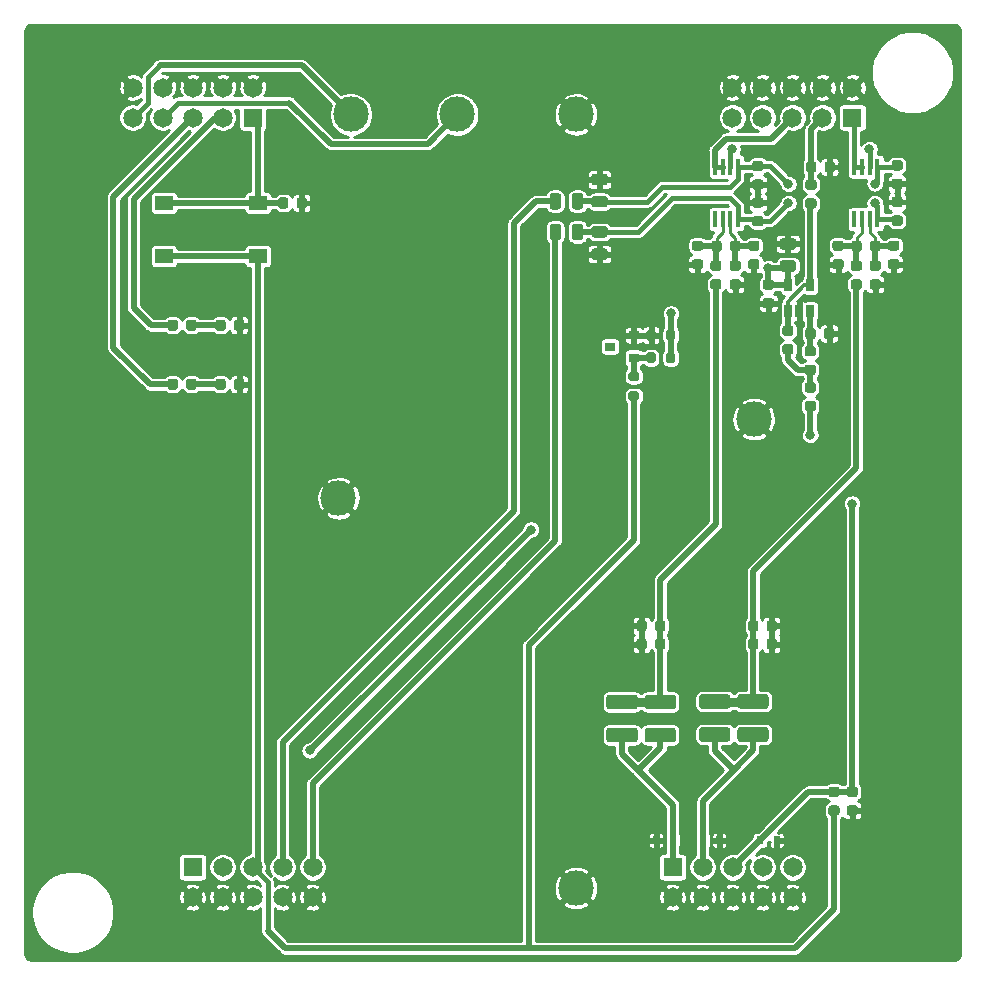
<source format=gtl>
G04 #@! TF.GenerationSoftware,KiCad,Pcbnew,(5.1.6)-1*
G04 #@! TF.CreationDate,2021-04-16T13:49:19+02:00*
G04 #@! TF.ProjectId,Interfaceboard,496e7465-7266-4616-9365-626f6172642e,Version 1*
G04 #@! TF.SameCoordinates,Original*
G04 #@! TF.FileFunction,Copper,L1,Top*
G04 #@! TF.FilePolarity,Positive*
%FSLAX46Y46*%
G04 Gerber Fmt 4.6, Leading zero omitted, Abs format (unit mm)*
G04 Created by KiCad (PCBNEW (5.1.6)-1) date 2021-04-16 13:49:19*
%MOMM*%
%LPD*%
G01*
G04 APERTURE LIST*
G04 #@! TA.AperFunction,SMDPad,CuDef*
%ADD10R,0.900000X0.800000*%
G04 #@! TD*
G04 #@! TA.AperFunction,ComponentPad*
%ADD11C,3.000000*%
G04 #@! TD*
G04 #@! TA.AperFunction,SMDPad,CuDef*
%ADD12R,0.650000X1.060000*%
G04 #@! TD*
G04 #@! TA.AperFunction,SMDPad,CuDef*
%ADD13R,0.450000X1.450000*%
G04 #@! TD*
G04 #@! TA.AperFunction,SMDPad,CuDef*
%ADD14R,0.600000X0.700000*%
G04 #@! TD*
G04 #@! TA.AperFunction,ComponentPad*
%ADD15R,1.650000X1.650000*%
G04 #@! TD*
G04 #@! TA.AperFunction,ComponentPad*
%ADD16C,1.650000*%
G04 #@! TD*
G04 #@! TA.AperFunction,SMDPad,CuDef*
%ADD17R,1.550000X1.300000*%
G04 #@! TD*
G04 #@! TA.AperFunction,ViaPad*
%ADD18C,0.800000*%
G04 #@! TD*
G04 #@! TA.AperFunction,Conductor*
%ADD19C,0.250000*%
G04 #@! TD*
G04 #@! TA.AperFunction,Conductor*
%ADD20C,0.450000*%
G04 #@! TD*
G04 #@! TA.AperFunction,Conductor*
%ADD21C,0.500000*%
G04 #@! TD*
G04 #@! TA.AperFunction,Conductor*
%ADD22C,0.350000*%
G04 #@! TD*
G04 #@! TA.AperFunction,Conductor*
%ADD23C,0.750000*%
G04 #@! TD*
G04 #@! TA.AperFunction,Conductor*
%ADD24C,0.254000*%
G04 #@! TD*
G04 APERTURE END LIST*
G04 #@! TA.AperFunction,SMDPad,CuDef*
G36*
G01*
X118350000Y-80593750D02*
X118350000Y-81106250D01*
G75*
G02*
X118131250Y-81325000I-218750J0D01*
G01*
X117693750Y-81325000D01*
G75*
G02*
X117475000Y-81106250I0J218750D01*
G01*
X117475000Y-80593750D01*
G75*
G02*
X117693750Y-80375000I218750J0D01*
G01*
X118131250Y-80375000D01*
G75*
G02*
X118350000Y-80593750I0J-218750D01*
G01*
G37*
G04 #@! TD.AperFunction*
G04 #@! TA.AperFunction,SMDPad,CuDef*
G36*
G01*
X119925000Y-80593750D02*
X119925000Y-81106250D01*
G75*
G02*
X119706250Y-81325000I-218750J0D01*
G01*
X119268750Y-81325000D01*
G75*
G02*
X119050000Y-81106250I0J218750D01*
G01*
X119050000Y-80593750D01*
G75*
G02*
X119268750Y-80375000I218750J0D01*
G01*
X119706250Y-80375000D01*
G75*
G02*
X119925000Y-80593750I0J-218750D01*
G01*
G37*
G04 #@! TD.AperFunction*
G04 #@! TA.AperFunction,SMDPad,CuDef*
G36*
G01*
X118350000Y-75593750D02*
X118350000Y-76106250D01*
G75*
G02*
X118131250Y-76325000I-218750J0D01*
G01*
X117693750Y-76325000D01*
G75*
G02*
X117475000Y-76106250I0J218750D01*
G01*
X117475000Y-75593750D01*
G75*
G02*
X117693750Y-75375000I218750J0D01*
G01*
X118131250Y-75375000D01*
G75*
G02*
X118350000Y-75593750I0J-218750D01*
G01*
G37*
G04 #@! TD.AperFunction*
G04 #@! TA.AperFunction,SMDPad,CuDef*
G36*
G01*
X119925000Y-75593750D02*
X119925000Y-76106250D01*
G75*
G02*
X119706250Y-76325000I-218750J0D01*
G01*
X119268750Y-76325000D01*
G75*
G02*
X119050000Y-76106250I0J218750D01*
G01*
X119050000Y-75593750D01*
G75*
G02*
X119268750Y-75375000I218750J0D01*
G01*
X119706250Y-75375000D01*
G75*
G02*
X119925000Y-75593750I0J-218750D01*
G01*
G37*
G04 #@! TD.AperFunction*
G04 #@! TA.AperFunction,SMDPad,CuDef*
G36*
G01*
X122400000Y-80593750D02*
X122400000Y-81106250D01*
G75*
G02*
X122181250Y-81325000I-218750J0D01*
G01*
X121743750Y-81325000D01*
G75*
G02*
X121525000Y-81106250I0J218750D01*
G01*
X121525000Y-80593750D01*
G75*
G02*
X121743750Y-80375000I218750J0D01*
G01*
X122181250Y-80375000D01*
G75*
G02*
X122400000Y-80593750I0J-218750D01*
G01*
G37*
G04 #@! TD.AperFunction*
G04 #@! TA.AperFunction,SMDPad,CuDef*
G36*
G01*
X123975000Y-80593750D02*
X123975000Y-81106250D01*
G75*
G02*
X123756250Y-81325000I-218750J0D01*
G01*
X123318750Y-81325000D01*
G75*
G02*
X123100000Y-81106250I0J218750D01*
G01*
X123100000Y-80593750D01*
G75*
G02*
X123318750Y-80375000I218750J0D01*
G01*
X123756250Y-80375000D01*
G75*
G02*
X123975000Y-80593750I0J-218750D01*
G01*
G37*
G04 #@! TD.AperFunction*
G04 #@! TA.AperFunction,SMDPad,CuDef*
G36*
G01*
X122400000Y-75593750D02*
X122400000Y-76106250D01*
G75*
G02*
X122181250Y-76325000I-218750J0D01*
G01*
X121743750Y-76325000D01*
G75*
G02*
X121525000Y-76106250I0J218750D01*
G01*
X121525000Y-75593750D01*
G75*
G02*
X121743750Y-75375000I218750J0D01*
G01*
X122181250Y-75375000D01*
G75*
G02*
X122400000Y-75593750I0J-218750D01*
G01*
G37*
G04 #@! TD.AperFunction*
G04 #@! TA.AperFunction,SMDPad,CuDef*
G36*
G01*
X123975000Y-75593750D02*
X123975000Y-76106250D01*
G75*
G02*
X123756250Y-76325000I-218750J0D01*
G01*
X123318750Y-76325000D01*
G75*
G02*
X123100000Y-76106250I0J218750D01*
G01*
X123100000Y-75593750D01*
G75*
G02*
X123318750Y-75375000I218750J0D01*
G01*
X123756250Y-75375000D01*
G75*
G02*
X123975000Y-75593750I0J-218750D01*
G01*
G37*
G04 #@! TD.AperFunction*
G04 #@! TA.AperFunction,SMDPad,CuDef*
G36*
G01*
X159675000Y-76975000D02*
X159675000Y-76425000D01*
G75*
G02*
X159875000Y-76225000I200000J0D01*
G01*
X160275000Y-76225000D01*
G75*
G02*
X160475000Y-76425000I0J-200000D01*
G01*
X160475000Y-76975000D01*
G75*
G02*
X160275000Y-77175000I-200000J0D01*
G01*
X159875000Y-77175000D01*
G75*
G02*
X159675000Y-76975000I0J200000D01*
G01*
G37*
G04 #@! TD.AperFunction*
G04 #@! TA.AperFunction,SMDPad,CuDef*
G36*
G01*
X158025000Y-76975000D02*
X158025000Y-76425000D01*
G75*
G02*
X158225000Y-76225000I200000J0D01*
G01*
X158625000Y-76225000D01*
G75*
G02*
X158825000Y-76425000I0J-200000D01*
G01*
X158825000Y-76975000D01*
G75*
G02*
X158625000Y-77175000I-200000J0D01*
G01*
X158225000Y-77175000D01*
G75*
G02*
X158025000Y-76975000I0J200000D01*
G01*
G37*
G04 #@! TD.AperFunction*
G04 #@! TA.AperFunction,SMDPad,CuDef*
G36*
G01*
X158825000Y-78325000D02*
X158825000Y-78875000D01*
G75*
G02*
X158625000Y-79075000I-200000J0D01*
G01*
X158225000Y-79075000D01*
G75*
G02*
X158025000Y-78875000I0J200000D01*
G01*
X158025000Y-78325000D01*
G75*
G02*
X158225000Y-78125000I200000J0D01*
G01*
X158625000Y-78125000D01*
G75*
G02*
X158825000Y-78325000I0J-200000D01*
G01*
G37*
G04 #@! TD.AperFunction*
G04 #@! TA.AperFunction,SMDPad,CuDef*
G36*
G01*
X160475000Y-78325000D02*
X160475000Y-78875000D01*
G75*
G02*
X160275000Y-79075000I-200000J0D01*
G01*
X159875000Y-79075000D01*
G75*
G02*
X159675000Y-78875000I0J200000D01*
G01*
X159675000Y-78325000D01*
G75*
G02*
X159875000Y-78125000I200000J0D01*
G01*
X160275000Y-78125000D01*
G75*
G02*
X160475000Y-78325000I0J-200000D01*
G01*
G37*
G04 #@! TD.AperFunction*
G04 #@! TA.AperFunction,SMDPad,CuDef*
G36*
G01*
X156675000Y-81425000D02*
X157225000Y-81425000D01*
G75*
G02*
X157425000Y-81625000I0J-200000D01*
G01*
X157425000Y-82025000D01*
G75*
G02*
X157225000Y-82225000I-200000J0D01*
G01*
X156675000Y-82225000D01*
G75*
G02*
X156475000Y-82025000I0J200000D01*
G01*
X156475000Y-81625000D01*
G75*
G02*
X156675000Y-81425000I200000J0D01*
G01*
G37*
G04 #@! TD.AperFunction*
G04 #@! TA.AperFunction,SMDPad,CuDef*
G36*
G01*
X156675000Y-79775000D02*
X157225000Y-79775000D01*
G75*
G02*
X157425000Y-79975000I0J-200000D01*
G01*
X157425000Y-80375000D01*
G75*
G02*
X157225000Y-80575000I-200000J0D01*
G01*
X156675000Y-80575000D01*
G75*
G02*
X156475000Y-80375000I0J200000D01*
G01*
X156475000Y-79975000D01*
G75*
G02*
X156675000Y-79775000I200000J0D01*
G01*
G37*
G04 #@! TD.AperFunction*
D10*
X154950000Y-77650000D03*
X156950000Y-76700000D03*
X156950000Y-78600000D03*
D11*
X133000000Y-58000000D03*
X142000000Y-58000000D03*
D12*
X170000000Y-72450000D03*
X171900000Y-72450000D03*
X171900000Y-74650000D03*
X170950000Y-74650000D03*
X170000000Y-74650000D03*
D13*
X163825000Y-66875000D03*
X164475000Y-66875000D03*
X165125000Y-66875000D03*
X165775000Y-66875000D03*
X165775000Y-62425000D03*
X165125000Y-62425000D03*
X164475000Y-62425000D03*
X163825000Y-62425000D03*
X175625000Y-66875000D03*
X176275000Y-66875000D03*
X176925000Y-66875000D03*
X177575000Y-66875000D03*
X177575000Y-62425000D03*
X176925000Y-62425000D03*
X176275000Y-62425000D03*
X175625000Y-62425000D03*
G04 #@! TA.AperFunction,SMDPad,CuDef*
G36*
G01*
X175193750Y-116500000D02*
X175706250Y-116500000D01*
G75*
G02*
X175925000Y-116718750I0J-218750D01*
G01*
X175925000Y-117156250D01*
G75*
G02*
X175706250Y-117375000I-218750J0D01*
G01*
X175193750Y-117375000D01*
G75*
G02*
X174975000Y-117156250I0J218750D01*
G01*
X174975000Y-116718750D01*
G75*
G02*
X175193750Y-116500000I218750J0D01*
G01*
G37*
G04 #@! TD.AperFunction*
G04 #@! TA.AperFunction,SMDPad,CuDef*
G36*
G01*
X175193750Y-114925000D02*
X175706250Y-114925000D01*
G75*
G02*
X175925000Y-115143750I0J-218750D01*
G01*
X175925000Y-115581250D01*
G75*
G02*
X175706250Y-115800000I-218750J0D01*
G01*
X175193750Y-115800000D01*
G75*
G02*
X174975000Y-115581250I0J218750D01*
G01*
X174975000Y-115143750D01*
G75*
G02*
X175193750Y-114925000I218750J0D01*
G01*
G37*
G04 #@! TD.AperFunction*
G04 #@! TA.AperFunction,SMDPad,CuDef*
G36*
G01*
X171693750Y-65100000D02*
X172206250Y-65100000D01*
G75*
G02*
X172425000Y-65318750I0J-218750D01*
G01*
X172425000Y-65756250D01*
G75*
G02*
X172206250Y-65975000I-218750J0D01*
G01*
X171693750Y-65975000D01*
G75*
G02*
X171475000Y-65756250I0J218750D01*
G01*
X171475000Y-65318750D01*
G75*
G02*
X171693750Y-65100000I218750J0D01*
G01*
G37*
G04 #@! TD.AperFunction*
G04 #@! TA.AperFunction,SMDPad,CuDef*
G36*
G01*
X171693750Y-63525000D02*
X172206250Y-63525000D01*
G75*
G02*
X172425000Y-63743750I0J-218750D01*
G01*
X172425000Y-64181250D01*
G75*
G02*
X172206250Y-64400000I-218750J0D01*
G01*
X171693750Y-64400000D01*
G75*
G02*
X171475000Y-64181250I0J218750D01*
G01*
X171475000Y-63743750D01*
G75*
G02*
X171693750Y-63525000I218750J0D01*
G01*
G37*
G04 #@! TD.AperFunction*
G04 #@! TA.AperFunction,SMDPad,CuDef*
G36*
G01*
X171643750Y-79187500D02*
X172156250Y-79187500D01*
G75*
G02*
X172375000Y-79406250I0J-218750D01*
G01*
X172375000Y-79843750D01*
G75*
G02*
X172156250Y-80062500I-218750J0D01*
G01*
X171643750Y-80062500D01*
G75*
G02*
X171425000Y-79843750I0J218750D01*
G01*
X171425000Y-79406250D01*
G75*
G02*
X171643750Y-79187500I218750J0D01*
G01*
G37*
G04 #@! TD.AperFunction*
G04 #@! TA.AperFunction,SMDPad,CuDef*
G36*
G01*
X171643750Y-77612500D02*
X172156250Y-77612500D01*
G75*
G02*
X172375000Y-77831250I0J-218750D01*
G01*
X172375000Y-78268750D01*
G75*
G02*
X172156250Y-78487500I-218750J0D01*
G01*
X171643750Y-78487500D01*
G75*
G02*
X171425000Y-78268750I0J218750D01*
G01*
X171425000Y-77831250D01*
G75*
G02*
X171643750Y-77612500I218750J0D01*
G01*
G37*
G04 #@! TD.AperFunction*
G04 #@! TA.AperFunction,SMDPad,CuDef*
G36*
G01*
X171643750Y-82250000D02*
X172156250Y-82250000D01*
G75*
G02*
X172375000Y-82468750I0J-218750D01*
G01*
X172375000Y-82906250D01*
G75*
G02*
X172156250Y-83125000I-218750J0D01*
G01*
X171643750Y-83125000D01*
G75*
G02*
X171425000Y-82906250I0J218750D01*
G01*
X171425000Y-82468750D01*
G75*
G02*
X171643750Y-82250000I218750J0D01*
G01*
G37*
G04 #@! TD.AperFunction*
G04 #@! TA.AperFunction,SMDPad,CuDef*
G36*
G01*
X171643750Y-80675000D02*
X172156250Y-80675000D01*
G75*
G02*
X172375000Y-80893750I0J-218750D01*
G01*
X172375000Y-81331250D01*
G75*
G02*
X172156250Y-81550000I-218750J0D01*
G01*
X171643750Y-81550000D01*
G75*
G02*
X171425000Y-81331250I0J218750D01*
G01*
X171425000Y-80893750D01*
G75*
G02*
X171643750Y-80675000I218750J0D01*
G01*
G37*
G04 #@! TD.AperFunction*
G04 #@! TA.AperFunction,SMDPad,CuDef*
G36*
G01*
X174156250Y-115800000D02*
X173643750Y-115800000D01*
G75*
G02*
X173425000Y-115581250I0J218750D01*
G01*
X173425000Y-115143750D01*
G75*
G02*
X173643750Y-114925000I218750J0D01*
G01*
X174156250Y-114925000D01*
G75*
G02*
X174375000Y-115143750I0J-218750D01*
G01*
X174375000Y-115581250D01*
G75*
G02*
X174156250Y-115800000I-218750J0D01*
G01*
G37*
G04 #@! TD.AperFunction*
G04 #@! TA.AperFunction,SMDPad,CuDef*
G36*
G01*
X174156250Y-117375000D02*
X173643750Y-117375000D01*
G75*
G02*
X173425000Y-117156250I0J218750D01*
G01*
X173425000Y-116718750D01*
G75*
G02*
X173643750Y-116500000I218750J0D01*
G01*
X174156250Y-116500000D01*
G75*
G02*
X174375000Y-116718750I0J-218750D01*
G01*
X174375000Y-117156250D01*
G75*
G02*
X174156250Y-117375000I-218750J0D01*
G01*
G37*
G04 #@! TD.AperFunction*
G04 #@! TA.AperFunction,SMDPad,CuDef*
G36*
G01*
X158750000Y-101556250D02*
X158750000Y-101043750D01*
G75*
G02*
X158968750Y-100825000I218750J0D01*
G01*
X159406250Y-100825000D01*
G75*
G02*
X159625000Y-101043750I0J-218750D01*
G01*
X159625000Y-101556250D01*
G75*
G02*
X159406250Y-101775000I-218750J0D01*
G01*
X158968750Y-101775000D01*
G75*
G02*
X158750000Y-101556250I0J218750D01*
G01*
G37*
G04 #@! TD.AperFunction*
G04 #@! TA.AperFunction,SMDPad,CuDef*
G36*
G01*
X157175000Y-101556250D02*
X157175000Y-101043750D01*
G75*
G02*
X157393750Y-100825000I218750J0D01*
G01*
X157831250Y-100825000D01*
G75*
G02*
X158050000Y-101043750I0J-218750D01*
G01*
X158050000Y-101556250D01*
G75*
G02*
X157831250Y-101775000I-218750J0D01*
G01*
X157393750Y-101775000D01*
G75*
G02*
X157175000Y-101556250I0J218750D01*
G01*
G37*
G04 #@! TD.AperFunction*
G04 #@! TA.AperFunction,SMDPad,CuDef*
G36*
G01*
X158750000Y-103106250D02*
X158750000Y-102593750D01*
G75*
G02*
X158968750Y-102375000I218750J0D01*
G01*
X159406250Y-102375000D01*
G75*
G02*
X159625000Y-102593750I0J-218750D01*
G01*
X159625000Y-103106250D01*
G75*
G02*
X159406250Y-103325000I-218750J0D01*
G01*
X158968750Y-103325000D01*
G75*
G02*
X158750000Y-103106250I0J218750D01*
G01*
G37*
G04 #@! TD.AperFunction*
G04 #@! TA.AperFunction,SMDPad,CuDef*
G36*
G01*
X157175000Y-103106250D02*
X157175000Y-102593750D01*
G75*
G02*
X157393750Y-102375000I218750J0D01*
G01*
X157831250Y-102375000D01*
G75*
G02*
X158050000Y-102593750I0J-218750D01*
G01*
X158050000Y-103106250D01*
G75*
G02*
X157831250Y-103325000I-218750J0D01*
G01*
X157393750Y-103325000D01*
G75*
G02*
X157175000Y-103106250I0J218750D01*
G01*
G37*
G04 #@! TD.AperFunction*
G04 #@! TA.AperFunction,SMDPad,CuDef*
G36*
G01*
X154875000Y-109925000D02*
X157025000Y-109925000D01*
G75*
G02*
X157275000Y-110175000I0J-250000D01*
G01*
X157275000Y-110925000D01*
G75*
G02*
X157025000Y-111175000I-250000J0D01*
G01*
X154875000Y-111175000D01*
G75*
G02*
X154625000Y-110925000I0J250000D01*
G01*
X154625000Y-110175000D01*
G75*
G02*
X154875000Y-109925000I250000J0D01*
G01*
G37*
G04 #@! TD.AperFunction*
G04 #@! TA.AperFunction,SMDPad,CuDef*
G36*
G01*
X154875000Y-107125000D02*
X157025000Y-107125000D01*
G75*
G02*
X157275000Y-107375000I0J-250000D01*
G01*
X157275000Y-108125000D01*
G75*
G02*
X157025000Y-108375000I-250000J0D01*
G01*
X154875000Y-108375000D01*
G75*
G02*
X154625000Y-108125000I0J250000D01*
G01*
X154625000Y-107375000D01*
G75*
G02*
X154875000Y-107125000I250000J0D01*
G01*
G37*
G04 #@! TD.AperFunction*
G04 #@! TA.AperFunction,SMDPad,CuDef*
G36*
G01*
X163643750Y-71950000D02*
X164156250Y-71950000D01*
G75*
G02*
X164375000Y-72168750I0J-218750D01*
G01*
X164375000Y-72606250D01*
G75*
G02*
X164156250Y-72825000I-218750J0D01*
G01*
X163643750Y-72825000D01*
G75*
G02*
X163425000Y-72606250I0J218750D01*
G01*
X163425000Y-72168750D01*
G75*
G02*
X163643750Y-71950000I218750J0D01*
G01*
G37*
G04 #@! TD.AperFunction*
G04 #@! TA.AperFunction,SMDPad,CuDef*
G36*
G01*
X163643750Y-70375000D02*
X164156250Y-70375000D01*
G75*
G02*
X164375000Y-70593750I0J-218750D01*
G01*
X164375000Y-71031250D01*
G75*
G02*
X164156250Y-71250000I-218750J0D01*
G01*
X163643750Y-71250000D01*
G75*
G02*
X163425000Y-71031250I0J218750D01*
G01*
X163425000Y-70593750D01*
G75*
G02*
X163643750Y-70375000I218750J0D01*
G01*
G37*
G04 #@! TD.AperFunction*
G04 #@! TA.AperFunction,SMDPad,CuDef*
G36*
G01*
X158125000Y-109925000D02*
X160275000Y-109925000D01*
G75*
G02*
X160525000Y-110175000I0J-250000D01*
G01*
X160525000Y-110925000D01*
G75*
G02*
X160275000Y-111175000I-250000J0D01*
G01*
X158125000Y-111175000D01*
G75*
G02*
X157875000Y-110925000I0J250000D01*
G01*
X157875000Y-110175000D01*
G75*
G02*
X158125000Y-109925000I250000J0D01*
G01*
G37*
G04 #@! TD.AperFunction*
G04 #@! TA.AperFunction,SMDPad,CuDef*
G36*
G01*
X158125000Y-107125000D02*
X160275000Y-107125000D01*
G75*
G02*
X160525000Y-107375000I0J-250000D01*
G01*
X160525000Y-108125000D01*
G75*
G02*
X160275000Y-108375000I-250000J0D01*
G01*
X158125000Y-108375000D01*
G75*
G02*
X157875000Y-108125000I0J250000D01*
G01*
X157875000Y-107375000D01*
G75*
G02*
X158125000Y-107125000I250000J0D01*
G01*
G37*
G04 #@! TD.AperFunction*
G04 #@! TA.AperFunction,SMDPad,CuDef*
G36*
G01*
X165293750Y-71950000D02*
X165806250Y-71950000D01*
G75*
G02*
X166025000Y-72168750I0J-218750D01*
G01*
X166025000Y-72606250D01*
G75*
G02*
X165806250Y-72825000I-218750J0D01*
G01*
X165293750Y-72825000D01*
G75*
G02*
X165075000Y-72606250I0J218750D01*
G01*
X165075000Y-72168750D01*
G75*
G02*
X165293750Y-71950000I218750J0D01*
G01*
G37*
G04 #@! TD.AperFunction*
G04 #@! TA.AperFunction,SMDPad,CuDef*
G36*
G01*
X165293750Y-70375000D02*
X165806250Y-70375000D01*
G75*
G02*
X166025000Y-70593750I0J-218750D01*
G01*
X166025000Y-71031250D01*
G75*
G02*
X165806250Y-71250000I-218750J0D01*
G01*
X165293750Y-71250000D01*
G75*
G02*
X165075000Y-71031250I0J218750D01*
G01*
X165075000Y-70593750D01*
G75*
G02*
X165293750Y-70375000I218750J0D01*
G01*
G37*
G04 #@! TD.AperFunction*
G04 #@! TA.AperFunction,SMDPad,CuDef*
G36*
G01*
X167500000Y-101043750D02*
X167500000Y-101556250D01*
G75*
G02*
X167281250Y-101775000I-218750J0D01*
G01*
X166843750Y-101775000D01*
G75*
G02*
X166625000Y-101556250I0J218750D01*
G01*
X166625000Y-101043750D01*
G75*
G02*
X166843750Y-100825000I218750J0D01*
G01*
X167281250Y-100825000D01*
G75*
G02*
X167500000Y-101043750I0J-218750D01*
G01*
G37*
G04 #@! TD.AperFunction*
G04 #@! TA.AperFunction,SMDPad,CuDef*
G36*
G01*
X169075000Y-101043750D02*
X169075000Y-101556250D01*
G75*
G02*
X168856250Y-101775000I-218750J0D01*
G01*
X168418750Y-101775000D01*
G75*
G02*
X168200000Y-101556250I0J218750D01*
G01*
X168200000Y-101043750D01*
G75*
G02*
X168418750Y-100825000I218750J0D01*
G01*
X168856250Y-100825000D01*
G75*
G02*
X169075000Y-101043750I0J-218750D01*
G01*
G37*
G04 #@! TD.AperFunction*
G04 #@! TA.AperFunction,SMDPad,CuDef*
G36*
G01*
X167500000Y-102593750D02*
X167500000Y-103106250D01*
G75*
G02*
X167281250Y-103325000I-218750J0D01*
G01*
X166843750Y-103325000D01*
G75*
G02*
X166625000Y-103106250I0J218750D01*
G01*
X166625000Y-102593750D01*
G75*
G02*
X166843750Y-102375000I218750J0D01*
G01*
X167281250Y-102375000D01*
G75*
G02*
X167500000Y-102593750I0J-218750D01*
G01*
G37*
G04 #@! TD.AperFunction*
G04 #@! TA.AperFunction,SMDPad,CuDef*
G36*
G01*
X169075000Y-102593750D02*
X169075000Y-103106250D01*
G75*
G02*
X168856250Y-103325000I-218750J0D01*
G01*
X168418750Y-103325000D01*
G75*
G02*
X168200000Y-103106250I0J218750D01*
G01*
X168200000Y-102593750D01*
G75*
G02*
X168418750Y-102375000I218750J0D01*
G01*
X168856250Y-102375000D01*
G75*
G02*
X169075000Y-102593750I0J-218750D01*
G01*
G37*
G04 #@! TD.AperFunction*
G04 #@! TA.AperFunction,SMDPad,CuDef*
G36*
G01*
X162725000Y-109875000D02*
X164875000Y-109875000D01*
G75*
G02*
X165125000Y-110125000I0J-250000D01*
G01*
X165125000Y-110875000D01*
G75*
G02*
X164875000Y-111125000I-250000J0D01*
G01*
X162725000Y-111125000D01*
G75*
G02*
X162475000Y-110875000I0J250000D01*
G01*
X162475000Y-110125000D01*
G75*
G02*
X162725000Y-109875000I250000J0D01*
G01*
G37*
G04 #@! TD.AperFunction*
G04 #@! TA.AperFunction,SMDPad,CuDef*
G36*
G01*
X162725000Y-107075000D02*
X164875000Y-107075000D01*
G75*
G02*
X165125000Y-107325000I0J-250000D01*
G01*
X165125000Y-108075000D01*
G75*
G02*
X164875000Y-108325000I-250000J0D01*
G01*
X162725000Y-108325000D01*
G75*
G02*
X162475000Y-108075000I0J250000D01*
G01*
X162475000Y-107325000D01*
G75*
G02*
X162725000Y-107075000I250000J0D01*
G01*
G37*
G04 #@! TD.AperFunction*
G04 #@! TA.AperFunction,SMDPad,CuDef*
G36*
G01*
X175543750Y-71950000D02*
X176056250Y-71950000D01*
G75*
G02*
X176275000Y-72168750I0J-218750D01*
G01*
X176275000Y-72606250D01*
G75*
G02*
X176056250Y-72825000I-218750J0D01*
G01*
X175543750Y-72825000D01*
G75*
G02*
X175325000Y-72606250I0J218750D01*
G01*
X175325000Y-72168750D01*
G75*
G02*
X175543750Y-71950000I218750J0D01*
G01*
G37*
G04 #@! TD.AperFunction*
G04 #@! TA.AperFunction,SMDPad,CuDef*
G36*
G01*
X175543750Y-70375000D02*
X176056250Y-70375000D01*
G75*
G02*
X176275000Y-70593750I0J-218750D01*
G01*
X176275000Y-71031250D01*
G75*
G02*
X176056250Y-71250000I-218750J0D01*
G01*
X175543750Y-71250000D01*
G75*
G02*
X175325000Y-71031250I0J218750D01*
G01*
X175325000Y-70593750D01*
G75*
G02*
X175543750Y-70375000I218750J0D01*
G01*
G37*
G04 #@! TD.AperFunction*
G04 #@! TA.AperFunction,SMDPad,CuDef*
G36*
G01*
X165975000Y-109875000D02*
X168125000Y-109875000D01*
G75*
G02*
X168375000Y-110125000I0J-250000D01*
G01*
X168375000Y-110875000D01*
G75*
G02*
X168125000Y-111125000I-250000J0D01*
G01*
X165975000Y-111125000D01*
G75*
G02*
X165725000Y-110875000I0J250000D01*
G01*
X165725000Y-110125000D01*
G75*
G02*
X165975000Y-109875000I250000J0D01*
G01*
G37*
G04 #@! TD.AperFunction*
G04 #@! TA.AperFunction,SMDPad,CuDef*
G36*
G01*
X165975000Y-107075000D02*
X168125000Y-107075000D01*
G75*
G02*
X168375000Y-107325000I0J-250000D01*
G01*
X168375000Y-108075000D01*
G75*
G02*
X168125000Y-108325000I-250000J0D01*
G01*
X165975000Y-108325000D01*
G75*
G02*
X165725000Y-108075000I0J250000D01*
G01*
X165725000Y-107325000D01*
G75*
G02*
X165975000Y-107075000I250000J0D01*
G01*
G37*
G04 #@! TD.AperFunction*
G04 #@! TA.AperFunction,SMDPad,CuDef*
G36*
G01*
X177143750Y-71950000D02*
X177656250Y-71950000D01*
G75*
G02*
X177875000Y-72168750I0J-218750D01*
G01*
X177875000Y-72606250D01*
G75*
G02*
X177656250Y-72825000I-218750J0D01*
G01*
X177143750Y-72825000D01*
G75*
G02*
X176925000Y-72606250I0J218750D01*
G01*
X176925000Y-72168750D01*
G75*
G02*
X177143750Y-71950000I218750J0D01*
G01*
G37*
G04 #@! TD.AperFunction*
G04 #@! TA.AperFunction,SMDPad,CuDef*
G36*
G01*
X177143750Y-70375000D02*
X177656250Y-70375000D01*
G75*
G02*
X177875000Y-70593750I0J-218750D01*
G01*
X177875000Y-71031250D01*
G75*
G02*
X177656250Y-71250000I-218750J0D01*
G01*
X177143750Y-71250000D01*
G75*
G02*
X176925000Y-71031250I0J218750D01*
G01*
X176925000Y-70593750D01*
G75*
G02*
X177143750Y-70375000I218750J0D01*
G01*
G37*
G04 #@! TD.AperFunction*
G04 #@! TA.AperFunction,SMDPad,CuDef*
G36*
G01*
X150800000Y-67493750D02*
X150800000Y-68406250D01*
G75*
G02*
X150556250Y-68650000I-243750J0D01*
G01*
X150068750Y-68650000D01*
G75*
G02*
X149825000Y-68406250I0J243750D01*
G01*
X149825000Y-67493750D01*
G75*
G02*
X150068750Y-67250000I243750J0D01*
G01*
X150556250Y-67250000D01*
G75*
G02*
X150800000Y-67493750I0J-243750D01*
G01*
G37*
G04 #@! TD.AperFunction*
G04 #@! TA.AperFunction,SMDPad,CuDef*
G36*
G01*
X152675000Y-67493750D02*
X152675000Y-68406250D01*
G75*
G02*
X152431250Y-68650000I-243750J0D01*
G01*
X151943750Y-68650000D01*
G75*
G02*
X151700000Y-68406250I0J243750D01*
G01*
X151700000Y-67493750D01*
G75*
G02*
X151943750Y-67250000I243750J0D01*
G01*
X152431250Y-67250000D01*
G75*
G02*
X152675000Y-67493750I0J-243750D01*
G01*
G37*
G04 #@! TD.AperFunction*
G04 #@! TA.AperFunction,SMDPad,CuDef*
G36*
G01*
X151700000Y-65806250D02*
X151700000Y-64893750D01*
G75*
G02*
X151943750Y-64650000I243750J0D01*
G01*
X152431250Y-64650000D01*
G75*
G02*
X152675000Y-64893750I0J-243750D01*
G01*
X152675000Y-65806250D01*
G75*
G02*
X152431250Y-66050000I-243750J0D01*
G01*
X151943750Y-66050000D01*
G75*
G02*
X151700000Y-65806250I0J243750D01*
G01*
G37*
G04 #@! TD.AperFunction*
G04 #@! TA.AperFunction,SMDPad,CuDef*
G36*
G01*
X149825000Y-65806250D02*
X149825000Y-64893750D01*
G75*
G02*
X150068750Y-64650000I243750J0D01*
G01*
X150556250Y-64650000D01*
G75*
G02*
X150800000Y-64893750I0J-243750D01*
G01*
X150800000Y-65806250D01*
G75*
G02*
X150556250Y-66050000I-243750J0D01*
G01*
X150068750Y-66050000D01*
G75*
G02*
X149825000Y-65806250I0J243750D01*
G01*
G37*
G04 #@! TD.AperFunction*
D14*
X167650000Y-119450000D03*
X169050000Y-119450000D03*
X160250000Y-119450000D03*
X158850000Y-119450000D03*
X162800000Y-119450000D03*
X164200000Y-119450000D03*
G04 #@! TA.AperFunction,SMDPad,CuDef*
G36*
G01*
X169743750Y-77450000D02*
X170256250Y-77450000D01*
G75*
G02*
X170475000Y-77668750I0J-218750D01*
G01*
X170475000Y-78106250D01*
G75*
G02*
X170256250Y-78325000I-218750J0D01*
G01*
X169743750Y-78325000D01*
G75*
G02*
X169525000Y-78106250I0J218750D01*
G01*
X169525000Y-77668750D01*
G75*
G02*
X169743750Y-77450000I218750J0D01*
G01*
G37*
G04 #@! TD.AperFunction*
G04 #@! TA.AperFunction,SMDPad,CuDef*
G36*
G01*
X169743750Y-75875000D02*
X170256250Y-75875000D01*
G75*
G02*
X170475000Y-76093750I0J-218750D01*
G01*
X170475000Y-76531250D01*
G75*
G02*
X170256250Y-76750000I-218750J0D01*
G01*
X169743750Y-76750000D01*
G75*
G02*
X169525000Y-76531250I0J218750D01*
G01*
X169525000Y-76093750D01*
G75*
G02*
X169743750Y-75875000I218750J0D01*
G01*
G37*
G04 #@! TD.AperFunction*
G04 #@! TA.AperFunction,SMDPad,CuDef*
G36*
G01*
X173112500Y-62706250D02*
X173112500Y-62193750D01*
G75*
G02*
X173331250Y-61975000I218750J0D01*
G01*
X173768750Y-61975000D01*
G75*
G02*
X173987500Y-62193750I0J-218750D01*
G01*
X173987500Y-62706250D01*
G75*
G02*
X173768750Y-62925000I-218750J0D01*
G01*
X173331250Y-62925000D01*
G75*
G02*
X173112500Y-62706250I0J218750D01*
G01*
G37*
G04 #@! TD.AperFunction*
G04 #@! TA.AperFunction,SMDPad,CuDef*
G36*
G01*
X171537500Y-62706250D02*
X171537500Y-62193750D01*
G75*
G02*
X171756250Y-61975000I218750J0D01*
G01*
X172193750Y-61975000D01*
G75*
G02*
X172412500Y-62193750I0J-218750D01*
G01*
X172412500Y-62706250D01*
G75*
G02*
X172193750Y-62925000I-218750J0D01*
G01*
X171756250Y-62925000D01*
G75*
G02*
X171537500Y-62706250I0J218750D01*
G01*
G37*
G04 #@! TD.AperFunction*
G04 #@! TA.AperFunction,SMDPad,CuDef*
G36*
G01*
X173050000Y-76806250D02*
X173050000Y-76293750D01*
G75*
G02*
X173268750Y-76075000I218750J0D01*
G01*
X173706250Y-76075000D01*
G75*
G02*
X173925000Y-76293750I0J-218750D01*
G01*
X173925000Y-76806250D01*
G75*
G02*
X173706250Y-77025000I-218750J0D01*
G01*
X173268750Y-77025000D01*
G75*
G02*
X173050000Y-76806250I0J218750D01*
G01*
G37*
G04 #@! TD.AperFunction*
G04 #@! TA.AperFunction,SMDPad,CuDef*
G36*
G01*
X171475000Y-76806250D02*
X171475000Y-76293750D01*
G75*
G02*
X171693750Y-76075000I218750J0D01*
G01*
X172131250Y-76075000D01*
G75*
G02*
X172350000Y-76293750I0J-218750D01*
G01*
X172350000Y-76806250D01*
G75*
G02*
X172131250Y-77025000I-218750J0D01*
G01*
X171693750Y-77025000D01*
G75*
G02*
X171475000Y-76806250I0J218750D01*
G01*
G37*
G04 #@! TD.AperFunction*
G04 #@! TA.AperFunction,SMDPad,CuDef*
G36*
G01*
X168093750Y-73550000D02*
X168606250Y-73550000D01*
G75*
G02*
X168825000Y-73768750I0J-218750D01*
G01*
X168825000Y-74206250D01*
G75*
G02*
X168606250Y-74425000I-218750J0D01*
G01*
X168093750Y-74425000D01*
G75*
G02*
X167875000Y-74206250I0J218750D01*
G01*
X167875000Y-73768750D01*
G75*
G02*
X168093750Y-73550000I218750J0D01*
G01*
G37*
G04 #@! TD.AperFunction*
G04 #@! TA.AperFunction,SMDPad,CuDef*
G36*
G01*
X168093750Y-71975000D02*
X168606250Y-71975000D01*
G75*
G02*
X168825000Y-72193750I0J-218750D01*
G01*
X168825000Y-72631250D01*
G75*
G02*
X168606250Y-72850000I-218750J0D01*
G01*
X168093750Y-72850000D01*
G75*
G02*
X167875000Y-72631250I0J218750D01*
G01*
X167875000Y-72193750D01*
G75*
G02*
X168093750Y-71975000I218750J0D01*
G01*
G37*
G04 #@! TD.AperFunction*
G04 #@! TA.AperFunction,SMDPad,CuDef*
G36*
G01*
X170456250Y-69450000D02*
X169543750Y-69450000D01*
G75*
G02*
X169300000Y-69206250I0J243750D01*
G01*
X169300000Y-68718750D01*
G75*
G02*
X169543750Y-68475000I243750J0D01*
G01*
X170456250Y-68475000D01*
G75*
G02*
X170700000Y-68718750I0J-243750D01*
G01*
X170700000Y-69206250D01*
G75*
G02*
X170456250Y-69450000I-243750J0D01*
G01*
G37*
G04 #@! TD.AperFunction*
G04 #@! TA.AperFunction,SMDPad,CuDef*
G36*
G01*
X170456250Y-71325000D02*
X169543750Y-71325000D01*
G75*
G02*
X169300000Y-71081250I0J243750D01*
G01*
X169300000Y-70593750D01*
G75*
G02*
X169543750Y-70350000I243750J0D01*
G01*
X170456250Y-70350000D01*
G75*
G02*
X170700000Y-70593750I0J-243750D01*
G01*
X170700000Y-71081250D01*
G75*
G02*
X170456250Y-71325000I-243750J0D01*
G01*
G37*
G04 #@! TD.AperFunction*
G04 #@! TA.AperFunction,SMDPad,CuDef*
G36*
G01*
X154506250Y-68437500D02*
X153593750Y-68437500D01*
G75*
G02*
X153350000Y-68193750I0J243750D01*
G01*
X153350000Y-67706250D01*
G75*
G02*
X153593750Y-67462500I243750J0D01*
G01*
X154506250Y-67462500D01*
G75*
G02*
X154750000Y-67706250I0J-243750D01*
G01*
X154750000Y-68193750D01*
G75*
G02*
X154506250Y-68437500I-243750J0D01*
G01*
G37*
G04 #@! TD.AperFunction*
G04 #@! TA.AperFunction,SMDPad,CuDef*
G36*
G01*
X154506250Y-70312500D02*
X153593750Y-70312500D01*
G75*
G02*
X153350000Y-70068750I0J243750D01*
G01*
X153350000Y-69581250D01*
G75*
G02*
X153593750Y-69337500I243750J0D01*
G01*
X154506250Y-69337500D01*
G75*
G02*
X154750000Y-69581250I0J-243750D01*
G01*
X154750000Y-70068750D01*
G75*
G02*
X154506250Y-70312500I-243750J0D01*
G01*
G37*
G04 #@! TD.AperFunction*
G04 #@! TA.AperFunction,SMDPad,CuDef*
G36*
G01*
X154506250Y-64000000D02*
X153593750Y-64000000D01*
G75*
G02*
X153350000Y-63756250I0J243750D01*
G01*
X153350000Y-63268750D01*
G75*
G02*
X153593750Y-63025000I243750J0D01*
G01*
X154506250Y-63025000D01*
G75*
G02*
X154750000Y-63268750I0J-243750D01*
G01*
X154750000Y-63756250D01*
G75*
G02*
X154506250Y-64000000I-243750J0D01*
G01*
G37*
G04 #@! TD.AperFunction*
G04 #@! TA.AperFunction,SMDPad,CuDef*
G36*
G01*
X154506250Y-65875000D02*
X153593750Y-65875000D01*
G75*
G02*
X153350000Y-65631250I0J243750D01*
G01*
X153350000Y-65143750D01*
G75*
G02*
X153593750Y-64900000I243750J0D01*
G01*
X154506250Y-64900000D01*
G75*
G02*
X154750000Y-65143750I0J-243750D01*
G01*
X154750000Y-65631250D01*
G75*
G02*
X154506250Y-65875000I-243750J0D01*
G01*
G37*
G04 #@! TD.AperFunction*
G04 #@! TA.AperFunction,SMDPad,CuDef*
G36*
G01*
X167706250Y-65900000D02*
X167193750Y-65900000D01*
G75*
G02*
X166975000Y-65681250I0J218750D01*
G01*
X166975000Y-65243750D01*
G75*
G02*
X167193750Y-65025000I218750J0D01*
G01*
X167706250Y-65025000D01*
G75*
G02*
X167925000Y-65243750I0J-218750D01*
G01*
X167925000Y-65681250D01*
G75*
G02*
X167706250Y-65900000I-218750J0D01*
G01*
G37*
G04 #@! TD.AperFunction*
G04 #@! TA.AperFunction,SMDPad,CuDef*
G36*
G01*
X167706250Y-67475000D02*
X167193750Y-67475000D01*
G75*
G02*
X166975000Y-67256250I0J218750D01*
G01*
X166975000Y-66818750D01*
G75*
G02*
X167193750Y-66600000I218750J0D01*
G01*
X167706250Y-66600000D01*
G75*
G02*
X167925000Y-66818750I0J-218750D01*
G01*
X167925000Y-67256250D01*
G75*
G02*
X167706250Y-67475000I-218750J0D01*
G01*
G37*
G04 #@! TD.AperFunction*
G04 #@! TA.AperFunction,SMDPad,CuDef*
G36*
G01*
X162093750Y-70250000D02*
X162606250Y-70250000D01*
G75*
G02*
X162825000Y-70468750I0J-218750D01*
G01*
X162825000Y-70906250D01*
G75*
G02*
X162606250Y-71125000I-218750J0D01*
G01*
X162093750Y-71125000D01*
G75*
G02*
X161875000Y-70906250I0J218750D01*
G01*
X161875000Y-70468750D01*
G75*
G02*
X162093750Y-70250000I218750J0D01*
G01*
G37*
G04 #@! TD.AperFunction*
G04 #@! TA.AperFunction,SMDPad,CuDef*
G36*
G01*
X162093750Y-68675000D02*
X162606250Y-68675000D01*
G75*
G02*
X162825000Y-68893750I0J-218750D01*
G01*
X162825000Y-69331250D01*
G75*
G02*
X162606250Y-69550000I-218750J0D01*
G01*
X162093750Y-69550000D01*
G75*
G02*
X161875000Y-69331250I0J218750D01*
G01*
X161875000Y-68893750D01*
G75*
G02*
X162093750Y-68675000I218750J0D01*
G01*
G37*
G04 #@! TD.AperFunction*
G04 #@! TA.AperFunction,SMDPad,CuDef*
G36*
G01*
X164400000Y-68893750D02*
X164400000Y-69406250D01*
G75*
G02*
X164181250Y-69625000I-218750J0D01*
G01*
X163743750Y-69625000D01*
G75*
G02*
X163525000Y-69406250I0J218750D01*
G01*
X163525000Y-68893750D01*
G75*
G02*
X163743750Y-68675000I218750J0D01*
G01*
X164181250Y-68675000D01*
G75*
G02*
X164400000Y-68893750I0J-218750D01*
G01*
G37*
G04 #@! TD.AperFunction*
G04 #@! TA.AperFunction,SMDPad,CuDef*
G36*
G01*
X165975000Y-68893750D02*
X165975000Y-69406250D01*
G75*
G02*
X165756250Y-69625000I-218750J0D01*
G01*
X165318750Y-69625000D01*
G75*
G02*
X165100000Y-69406250I0J218750D01*
G01*
X165100000Y-68893750D01*
G75*
G02*
X165318750Y-68675000I218750J0D01*
G01*
X165756250Y-68675000D01*
G75*
G02*
X165975000Y-68893750I0J-218750D01*
G01*
G37*
G04 #@! TD.AperFunction*
G04 #@! TA.AperFunction,SMDPad,CuDef*
G36*
G01*
X167356250Y-69550000D02*
X166843750Y-69550000D01*
G75*
G02*
X166625000Y-69331250I0J218750D01*
G01*
X166625000Y-68893750D01*
G75*
G02*
X166843750Y-68675000I218750J0D01*
G01*
X167356250Y-68675000D01*
G75*
G02*
X167575000Y-68893750I0J-218750D01*
G01*
X167575000Y-69331250D01*
G75*
G02*
X167356250Y-69550000I-218750J0D01*
G01*
G37*
G04 #@! TD.AperFunction*
G04 #@! TA.AperFunction,SMDPad,CuDef*
G36*
G01*
X167356250Y-71125000D02*
X166843750Y-71125000D01*
G75*
G02*
X166625000Y-70906250I0J218750D01*
G01*
X166625000Y-70468750D01*
G75*
G02*
X166843750Y-70250000I218750J0D01*
G01*
X167356250Y-70250000D01*
G75*
G02*
X167575000Y-70468750I0J-218750D01*
G01*
X167575000Y-70906250D01*
G75*
G02*
X167356250Y-71125000I-218750J0D01*
G01*
G37*
G04 #@! TD.AperFunction*
G04 #@! TA.AperFunction,SMDPad,CuDef*
G36*
G01*
X167193750Y-63500000D02*
X167706250Y-63500000D01*
G75*
G02*
X167925000Y-63718750I0J-218750D01*
G01*
X167925000Y-64156250D01*
G75*
G02*
X167706250Y-64375000I-218750J0D01*
G01*
X167193750Y-64375000D01*
G75*
G02*
X166975000Y-64156250I0J218750D01*
G01*
X166975000Y-63718750D01*
G75*
G02*
X167193750Y-63500000I218750J0D01*
G01*
G37*
G04 #@! TD.AperFunction*
G04 #@! TA.AperFunction,SMDPad,CuDef*
G36*
G01*
X167193750Y-61925000D02*
X167706250Y-61925000D01*
G75*
G02*
X167925000Y-62143750I0J-218750D01*
G01*
X167925000Y-62581250D01*
G75*
G02*
X167706250Y-62800000I-218750J0D01*
G01*
X167193750Y-62800000D01*
G75*
G02*
X166975000Y-62581250I0J218750D01*
G01*
X166975000Y-62143750D01*
G75*
G02*
X167193750Y-61925000I218750J0D01*
G01*
G37*
G04 #@! TD.AperFunction*
G04 #@! TA.AperFunction,SMDPad,CuDef*
G36*
G01*
X179506250Y-65850000D02*
X178993750Y-65850000D01*
G75*
G02*
X178775000Y-65631250I0J218750D01*
G01*
X178775000Y-65193750D01*
G75*
G02*
X178993750Y-64975000I218750J0D01*
G01*
X179506250Y-64975000D01*
G75*
G02*
X179725000Y-65193750I0J-218750D01*
G01*
X179725000Y-65631250D01*
G75*
G02*
X179506250Y-65850000I-218750J0D01*
G01*
G37*
G04 #@! TD.AperFunction*
G04 #@! TA.AperFunction,SMDPad,CuDef*
G36*
G01*
X179506250Y-67425000D02*
X178993750Y-67425000D01*
G75*
G02*
X178775000Y-67206250I0J218750D01*
G01*
X178775000Y-66768750D01*
G75*
G02*
X178993750Y-66550000I218750J0D01*
G01*
X179506250Y-66550000D01*
G75*
G02*
X179725000Y-66768750I0J-218750D01*
G01*
X179725000Y-67206250D01*
G75*
G02*
X179506250Y-67425000I-218750J0D01*
G01*
G37*
G04 #@! TD.AperFunction*
G04 #@! TA.AperFunction,SMDPad,CuDef*
G36*
G01*
X173993750Y-70250000D02*
X174506250Y-70250000D01*
G75*
G02*
X174725000Y-70468750I0J-218750D01*
G01*
X174725000Y-70906250D01*
G75*
G02*
X174506250Y-71125000I-218750J0D01*
G01*
X173993750Y-71125000D01*
G75*
G02*
X173775000Y-70906250I0J218750D01*
G01*
X173775000Y-70468750D01*
G75*
G02*
X173993750Y-70250000I218750J0D01*
G01*
G37*
G04 #@! TD.AperFunction*
G04 #@! TA.AperFunction,SMDPad,CuDef*
G36*
G01*
X173993750Y-68675000D02*
X174506250Y-68675000D01*
G75*
G02*
X174725000Y-68893750I0J-218750D01*
G01*
X174725000Y-69331250D01*
G75*
G02*
X174506250Y-69550000I-218750J0D01*
G01*
X173993750Y-69550000D01*
G75*
G02*
X173775000Y-69331250I0J218750D01*
G01*
X173775000Y-68893750D01*
G75*
G02*
X173993750Y-68675000I218750J0D01*
G01*
G37*
G04 #@! TD.AperFunction*
G04 #@! TA.AperFunction,SMDPad,CuDef*
G36*
G01*
X176250000Y-68893750D02*
X176250000Y-69406250D01*
G75*
G02*
X176031250Y-69625000I-218750J0D01*
G01*
X175593750Y-69625000D01*
G75*
G02*
X175375000Y-69406250I0J218750D01*
G01*
X175375000Y-68893750D01*
G75*
G02*
X175593750Y-68675000I218750J0D01*
G01*
X176031250Y-68675000D01*
G75*
G02*
X176250000Y-68893750I0J-218750D01*
G01*
G37*
G04 #@! TD.AperFunction*
G04 #@! TA.AperFunction,SMDPad,CuDef*
G36*
G01*
X177825000Y-68893750D02*
X177825000Y-69406250D01*
G75*
G02*
X177606250Y-69625000I-218750J0D01*
G01*
X177168750Y-69625000D01*
G75*
G02*
X176950000Y-69406250I0J218750D01*
G01*
X176950000Y-68893750D01*
G75*
G02*
X177168750Y-68675000I218750J0D01*
G01*
X177606250Y-68675000D01*
G75*
G02*
X177825000Y-68893750I0J-218750D01*
G01*
G37*
G04 #@! TD.AperFunction*
G04 #@! TA.AperFunction,SMDPad,CuDef*
G36*
G01*
X179206250Y-69550000D02*
X178693750Y-69550000D01*
G75*
G02*
X178475000Y-69331250I0J218750D01*
G01*
X178475000Y-68893750D01*
G75*
G02*
X178693750Y-68675000I218750J0D01*
G01*
X179206250Y-68675000D01*
G75*
G02*
X179425000Y-68893750I0J-218750D01*
G01*
X179425000Y-69331250D01*
G75*
G02*
X179206250Y-69550000I-218750J0D01*
G01*
G37*
G04 #@! TD.AperFunction*
G04 #@! TA.AperFunction,SMDPad,CuDef*
G36*
G01*
X179206250Y-71125000D02*
X178693750Y-71125000D01*
G75*
G02*
X178475000Y-70906250I0J218750D01*
G01*
X178475000Y-70468750D01*
G75*
G02*
X178693750Y-70250000I218750J0D01*
G01*
X179206250Y-70250000D01*
G75*
G02*
X179425000Y-70468750I0J-218750D01*
G01*
X179425000Y-70906250D01*
G75*
G02*
X179206250Y-71125000I-218750J0D01*
G01*
G37*
G04 #@! TD.AperFunction*
G04 #@! TA.AperFunction,SMDPad,CuDef*
G36*
G01*
X178993750Y-63450000D02*
X179506250Y-63450000D01*
G75*
G02*
X179725000Y-63668750I0J-218750D01*
G01*
X179725000Y-64106250D01*
G75*
G02*
X179506250Y-64325000I-218750J0D01*
G01*
X178993750Y-64325000D01*
G75*
G02*
X178775000Y-64106250I0J218750D01*
G01*
X178775000Y-63668750D01*
G75*
G02*
X178993750Y-63450000I218750J0D01*
G01*
G37*
G04 #@! TD.AperFunction*
G04 #@! TA.AperFunction,SMDPad,CuDef*
G36*
G01*
X178993750Y-61875000D02*
X179506250Y-61875000D01*
G75*
G02*
X179725000Y-62093750I0J-218750D01*
G01*
X179725000Y-62531250D01*
G75*
G02*
X179506250Y-62750000I-218750J0D01*
G01*
X178993750Y-62750000D01*
G75*
G02*
X178775000Y-62531250I0J218750D01*
G01*
X178775000Y-62093750D01*
G75*
G02*
X178993750Y-61875000I218750J0D01*
G01*
G37*
G04 #@! TD.AperFunction*
D15*
X124690000Y-58260000D03*
D16*
X124690000Y-55720000D03*
X122150000Y-58260000D03*
X122150000Y-55720000D03*
X119610000Y-58260000D03*
X119610000Y-55720000D03*
X117070000Y-58260000D03*
X117070000Y-55720000D03*
X114530000Y-58260000D03*
X114530000Y-55720000D03*
D15*
X175470000Y-58260000D03*
D16*
X175470000Y-55720000D03*
X172930000Y-58260000D03*
X172930000Y-55720000D03*
X170390000Y-58260000D03*
X170390000Y-55720000D03*
X167850000Y-58260000D03*
X167850000Y-55720000D03*
X165310000Y-58260000D03*
X165310000Y-55720000D03*
D15*
X160240000Y-121740000D03*
D16*
X160240000Y-124280000D03*
X162780000Y-121740000D03*
X162780000Y-124280000D03*
X165320000Y-121740000D03*
X165320000Y-124280000D03*
X167860000Y-121740000D03*
X167860000Y-124280000D03*
X170400000Y-121740000D03*
X170400000Y-124280000D03*
D15*
X119600000Y-121740000D03*
D16*
X119600000Y-124280000D03*
X122140000Y-121740000D03*
X122140000Y-124280000D03*
X124680000Y-121740000D03*
X124680000Y-124280000D03*
X127220000Y-121740000D03*
X127220000Y-124280000D03*
X129760000Y-121740000D03*
X129760000Y-124280000D03*
D11*
X152050000Y-58000000D03*
X152050000Y-123500000D03*
X167100000Y-83800000D03*
X131950000Y-90500000D03*
D17*
X117170000Y-65500000D03*
X117170000Y-70000000D03*
X125130000Y-70000000D03*
X125130000Y-65500000D03*
G04 #@! TA.AperFunction,SMDPad,CuDef*
G36*
G01*
X128400000Y-65756250D02*
X128400000Y-65243750D01*
G75*
G02*
X128618750Y-65025000I218750J0D01*
G01*
X129056250Y-65025000D01*
G75*
G02*
X129275000Y-65243750I0J-218750D01*
G01*
X129275000Y-65756250D01*
G75*
G02*
X129056250Y-65975000I-218750J0D01*
G01*
X128618750Y-65975000D01*
G75*
G02*
X128400000Y-65756250I0J218750D01*
G01*
G37*
G04 #@! TD.AperFunction*
G04 #@! TA.AperFunction,SMDPad,CuDef*
G36*
G01*
X126825000Y-65756250D02*
X126825000Y-65243750D01*
G75*
G02*
X127043750Y-65025000I218750J0D01*
G01*
X127481250Y-65025000D01*
G75*
G02*
X127700000Y-65243750I0J-218750D01*
G01*
X127700000Y-65756250D01*
G75*
G02*
X127481250Y-65975000I-218750J0D01*
G01*
X127043750Y-65975000D01*
G75*
G02*
X126825000Y-65756250I0J218750D01*
G01*
G37*
G04 #@! TD.AperFunction*
D18*
X118000000Y-126500000D03*
X113050000Y-128000000D03*
X107000000Y-122000000D03*
X107000000Y-116000000D03*
X107000000Y-110000000D03*
X107000000Y-103000000D03*
X107000000Y-95000000D03*
X107000000Y-87000000D03*
X107000000Y-78000000D03*
X107000000Y-68000000D03*
X107000000Y-59000000D03*
X115000000Y-51000000D03*
X127000000Y-51000000D03*
X138000000Y-51000000D03*
X148000000Y-51000000D03*
X159000000Y-51000000D03*
X169000000Y-51000000D03*
X178000000Y-51000000D03*
X184000000Y-58000000D03*
X184000000Y-66000000D03*
X184000000Y-78000000D03*
X184000000Y-88000000D03*
X184000000Y-97000000D03*
X184000000Y-106000000D03*
X184000000Y-115000000D03*
X184000000Y-124000000D03*
X179000000Y-129000000D03*
X173000000Y-129000000D03*
X169000000Y-127000000D03*
X167000000Y-127000000D03*
X163000000Y-127000000D03*
X161000000Y-127000000D03*
X150000000Y-127000000D03*
X146000000Y-127000000D03*
X137350000Y-126500000D03*
X130000000Y-126500000D03*
X157750000Y-119500000D03*
X165250000Y-119500000D03*
X170250000Y-119500000D03*
X175500000Y-118250000D03*
X161500000Y-115750000D03*
X161500000Y-112000000D03*
X159000000Y-113750000D03*
X163750000Y-113750000D03*
X157500000Y-100000000D03*
X157500000Y-104250000D03*
X169000000Y-100000000D03*
X169000000Y-104250000D03*
X165500000Y-94500000D03*
X168350000Y-78050000D03*
X167100000Y-71950000D03*
X165550000Y-73600000D03*
X177400000Y-73600000D03*
X179000000Y-72000000D03*
X168550000Y-68950000D03*
X168350000Y-75200000D03*
X161000000Y-70750000D03*
X166250000Y-64650000D03*
X178050000Y-64650000D03*
X166500000Y-53750000D03*
X169250000Y-53750000D03*
X171750000Y-53750000D03*
X174250000Y-53750000D03*
X126750000Y-55500000D03*
X161000000Y-66250000D03*
X155500000Y-69750000D03*
X152500000Y-69750000D03*
X158400000Y-75500000D03*
X156950000Y-75500000D03*
X161750000Y-77500000D03*
X159000000Y-94500000D03*
X148500000Y-90750000D03*
X148500000Y-68250000D03*
X128250000Y-111500000D03*
X128500000Y-115750000D03*
X121000000Y-126500000D03*
X123500000Y-126500000D03*
X127500000Y-126500000D03*
X126250000Y-109750000D03*
X153000000Y-94500000D03*
X145250000Y-102750000D03*
X132000000Y-115000000D03*
X146000000Y-115000000D03*
X123500000Y-74500000D03*
X123500000Y-77250000D03*
X123500000Y-79500000D03*
X123500000Y-82250000D03*
X114500000Y-76750000D03*
X123000000Y-60500000D03*
X121250000Y-67750000D03*
X116750000Y-73250000D03*
X121500000Y-87000000D03*
X121500000Y-95000000D03*
X121500000Y-103000000D03*
X121500000Y-110000000D03*
X121500000Y-116000000D03*
X142000000Y-87000000D03*
X142000000Y-79500000D03*
X142000000Y-72000000D03*
X142000000Y-64500000D03*
X134500000Y-64500000D03*
X134500000Y-72000000D03*
X134500000Y-79500000D03*
X134500000Y-87000000D03*
X130500000Y-99750000D03*
X171750000Y-111750000D03*
X152500000Y-63500000D03*
X155500000Y-63500000D03*
X155500000Y-66750000D03*
X179250000Y-61000000D03*
X174750000Y-62450000D03*
X165500000Y-112000000D03*
X157250000Y-112000000D03*
X173450000Y-67200000D03*
X174250000Y-71950000D03*
X173500000Y-75300000D03*
X173500000Y-77950000D03*
X142750000Y-93150000D03*
X136350000Y-99950000D03*
X130450000Y-105850000D03*
X126400000Y-98250000D03*
X126600000Y-88850000D03*
X138950000Y-108250000D03*
X149550000Y-98400000D03*
X153250000Y-86050000D03*
X148550000Y-82500000D03*
X148450000Y-74850000D03*
X151750000Y-78650000D03*
X158850000Y-80700000D03*
X159000000Y-86800000D03*
X162150000Y-91400000D03*
X162000000Y-83200000D03*
X165300000Y-86700000D03*
X165200000Y-79500000D03*
X161150000Y-98100000D03*
X164950000Y-105300000D03*
X149550000Y-103550000D03*
X149350000Y-114950000D03*
X138850000Y-119100000D03*
X158950000Y-58100000D03*
X180500000Y-63900000D03*
X180500000Y-65400000D03*
X180250000Y-70700000D03*
X169250000Y-64750000D03*
X170000000Y-67700000D03*
X173200000Y-73550000D03*
X174500000Y-85750000D03*
X170500000Y-90250000D03*
X173950000Y-92000000D03*
X174250000Y-98050000D03*
X169050000Y-96900000D03*
X174250000Y-104950000D03*
X177350000Y-82900000D03*
X177150000Y-94750000D03*
X177150000Y-107950000D03*
X170050000Y-63900000D03*
X177350000Y-63850000D03*
X170050000Y-65500000D03*
X177350000Y-65500000D03*
X160100000Y-74850000D03*
X176900000Y-60950000D03*
X165299989Y-60949989D03*
X168350000Y-71000000D03*
X148250000Y-93150000D03*
X129500000Y-111850000D03*
X171900000Y-85150000D03*
X175449998Y-90950000D03*
D19*
X167387500Y-62425000D02*
X167450000Y-62362500D01*
D20*
X165775000Y-62425000D02*
X167387500Y-62425000D01*
D19*
X179137500Y-62425000D02*
X179250000Y-62312500D01*
D20*
X177575000Y-62425000D02*
X179137500Y-62425000D01*
D19*
X154012500Y-65350000D02*
X154050000Y-65387500D01*
D21*
X152187500Y-65350000D02*
X154012500Y-65350000D01*
D20*
X154050000Y-65387500D02*
X158112500Y-65387500D01*
X158112500Y-65387500D02*
X159350000Y-64150000D01*
X159350000Y-64150000D02*
X165100000Y-64150000D01*
X165775000Y-63475000D02*
X165775000Y-62425000D01*
X165100000Y-64150000D02*
X165775000Y-63475000D01*
X167450000Y-62362500D02*
X168262500Y-62362500D01*
X177575000Y-63625000D02*
X177575000Y-62425000D01*
X168512500Y-62362500D02*
X170050000Y-63900000D01*
X168262500Y-62362500D02*
X168512500Y-62362500D01*
X177350000Y-63850000D02*
X177575000Y-63625000D01*
D19*
X177387500Y-68437500D02*
X177387500Y-69150000D01*
X176925000Y-66875000D02*
X176925000Y-67975000D01*
X176925000Y-67975000D02*
X177387500Y-68437500D01*
X177387500Y-70800000D02*
X177400000Y-70812500D01*
D21*
X177387500Y-69150000D02*
X177387500Y-70800000D01*
D19*
X178912500Y-69150000D02*
X178950000Y-69112500D01*
D21*
X177387500Y-69150000D02*
X178912500Y-69150000D01*
D19*
X175812500Y-68437500D02*
X175812500Y-69150000D01*
X176275000Y-66875000D02*
X176275000Y-67975000D01*
X176275000Y-67975000D02*
X175812500Y-68437500D01*
X175775000Y-69112500D02*
X175812500Y-69150000D01*
D21*
X174250000Y-69112500D02*
X175775000Y-69112500D01*
D19*
X175800000Y-69162500D02*
X175812500Y-69150000D01*
D21*
X175800000Y-70812500D02*
X175800000Y-69162500D01*
D19*
X167287500Y-66875000D02*
X167450000Y-67037500D01*
D20*
X165775000Y-66875000D02*
X167287500Y-66875000D01*
D19*
X179137500Y-66875000D02*
X179250000Y-66987500D01*
D20*
X177575000Y-66875000D02*
X179137500Y-66875000D01*
D21*
X152187500Y-67950000D02*
X154050000Y-67950000D01*
D20*
X160200000Y-65100000D02*
X165100000Y-65100000D01*
X165775000Y-65775000D02*
X165775000Y-66875000D01*
X165100000Y-65100000D02*
X165775000Y-65775000D01*
X154050000Y-67950000D02*
X157350000Y-67950000D01*
X157350000Y-67950000D02*
X160200000Y-65100000D01*
X167450000Y-67037500D02*
X168212500Y-67037500D01*
X177575000Y-65725000D02*
X177575000Y-66875000D01*
X168212500Y-67037500D02*
X168512500Y-67037500D01*
X168512500Y-67037500D02*
X170050000Y-65500000D01*
X177350000Y-65500000D02*
X177575000Y-65725000D01*
D19*
X165537500Y-68437500D02*
X165537500Y-69150000D01*
X165125000Y-66875000D02*
X165125000Y-68025000D01*
X165125000Y-68025000D02*
X165537500Y-68437500D01*
X167062500Y-69150000D02*
X167100000Y-69112500D01*
D21*
X165537500Y-69150000D02*
X167062500Y-69150000D01*
D19*
X165550000Y-69162500D02*
X165537500Y-69150000D01*
D21*
X165550000Y-70812500D02*
X165550000Y-69162500D01*
D19*
X164475000Y-66875000D02*
X164475000Y-67925000D01*
X163962500Y-68437500D02*
X163962500Y-69150000D01*
X164475000Y-67925000D02*
X163962500Y-68437500D01*
X163925000Y-69112500D02*
X163962500Y-69150000D01*
D21*
X162350000Y-69112500D02*
X163925000Y-69112500D01*
D19*
X163900000Y-69212500D02*
X163962500Y-69150000D01*
D21*
X163900000Y-70812500D02*
X163900000Y-69212500D01*
X160075000Y-78600000D02*
X160075000Y-76700000D01*
X160075000Y-76700000D02*
X160075000Y-74875000D01*
D19*
X160075000Y-74875000D02*
X160100000Y-74850000D01*
X176900000Y-62400000D02*
X176925000Y-62425000D01*
X165125000Y-61124978D02*
X165299989Y-60949989D01*
D20*
X165125000Y-62425000D02*
X165125000Y-61124978D01*
D19*
X176925000Y-60975000D02*
X176900000Y-60950000D01*
D20*
X176925000Y-62425000D02*
X176925000Y-60975000D01*
D19*
X169987500Y-72462500D02*
X170000000Y-72450000D01*
D21*
X168350000Y-71000000D02*
X168350000Y-72412500D01*
X168350000Y-71000000D02*
X170000000Y-71000000D01*
D19*
X169962500Y-72412500D02*
X170000000Y-72450000D01*
D21*
X168350000Y-72412500D02*
X169962500Y-72412500D01*
X170000000Y-71000000D02*
X170000000Y-72450000D01*
X148250000Y-93150000D02*
X129550000Y-111850000D01*
X129550000Y-111850000D02*
X129500000Y-111850000D01*
X171900000Y-78050000D02*
X171900000Y-74650000D01*
D19*
X175450000Y-58280000D02*
X175470000Y-58260000D01*
D20*
X175625000Y-62425000D02*
X176275000Y-62425000D01*
D19*
X175625000Y-58415000D02*
X175470000Y-58260000D01*
D20*
X175625000Y-62425000D02*
X175625000Y-58415000D01*
D21*
X171900000Y-81112500D02*
X171900000Y-79625000D01*
X170000000Y-77887500D02*
X170000000Y-78800000D01*
X170825000Y-79625000D02*
X171900000Y-79625000D01*
X170000000Y-78800000D02*
X170825000Y-79625000D01*
X170000000Y-76312500D02*
X170000000Y-74650000D01*
D22*
X170000000Y-73850000D02*
X170000000Y-74650000D01*
D19*
X171900000Y-72450000D02*
X171900000Y-72650000D01*
D22*
X171400000Y-72450000D02*
X170000000Y-73850000D01*
X171900000Y-72450000D02*
X171400000Y-72450000D01*
D21*
X171900000Y-65587500D02*
X171900000Y-72450000D01*
X171950000Y-65537500D02*
X171900000Y-65587500D01*
D19*
X160240000Y-119460000D02*
X160250000Y-119450000D01*
D21*
X160240000Y-121740000D02*
X160240000Y-119460000D01*
X160250000Y-119450000D02*
X160250000Y-116450000D01*
X155950000Y-112150000D02*
X155950000Y-110550000D01*
X159200000Y-111650000D02*
X157325000Y-113525000D01*
X159200000Y-110550000D02*
X159200000Y-111650000D01*
X160250000Y-116450000D02*
X157325000Y-113525000D01*
X157325000Y-113525000D02*
X155950000Y-112150000D01*
D19*
X162780000Y-119470000D02*
X162800000Y-119450000D01*
D21*
X162780000Y-121740000D02*
X162780000Y-119470000D01*
X163800000Y-111900000D02*
X163800000Y-110550000D01*
X165400000Y-113500000D02*
X163800000Y-111900000D01*
X167050000Y-111850000D02*
X167050000Y-110550000D01*
X165400000Y-113500000D02*
X167050000Y-111850000D01*
X162800000Y-116100000D02*
X165400000Y-113500000D01*
X162800000Y-119450000D02*
X162800000Y-116100000D01*
X171697500Y-115362500D02*
X173900000Y-115362500D01*
X165320000Y-121740000D02*
X171697500Y-115362500D01*
X173900000Y-115362500D02*
X175450000Y-115362500D01*
X175450000Y-111900000D02*
X175450000Y-111900000D01*
X171900000Y-85150000D02*
X171900000Y-82687500D01*
X175450000Y-90950002D02*
X175449998Y-90950000D01*
X175450000Y-115362500D02*
X175450000Y-90950002D01*
X148650000Y-65350000D02*
X150312500Y-65350000D01*
X146800000Y-67200000D02*
X148650000Y-65350000D01*
X146800000Y-91550000D02*
X146800000Y-67200000D01*
X127220000Y-121740000D02*
X127220000Y-111130000D01*
X127220000Y-111130000D02*
X146800000Y-91550000D01*
X129760000Y-121740000D02*
X129760000Y-114640000D01*
X150312500Y-94087500D02*
X150312500Y-67950000D01*
X129760000Y-114640000D02*
X150312500Y-94087500D01*
X172840000Y-58260000D02*
X172930000Y-58260000D01*
X171950000Y-59240000D02*
X172930000Y-58260000D01*
X171950000Y-63962500D02*
X171950000Y-59240000D01*
D20*
X163825000Y-62425000D02*
X164475000Y-62425000D01*
D21*
X168600000Y-60050000D02*
X170390000Y-58260000D01*
X164800000Y-60050000D02*
X168600000Y-60050000D01*
X163825000Y-62425000D02*
X163825000Y-61025000D01*
X163825000Y-61025000D02*
X164800000Y-60050000D01*
X117170000Y-65500000D02*
X125130000Y-65500000D01*
X127262500Y-65500000D02*
X125130000Y-65500000D01*
X125130000Y-58700000D02*
X125130000Y-65500000D01*
D19*
X124690000Y-58260000D02*
X125130000Y-58700000D01*
D21*
X116050000Y-75850000D02*
X117912500Y-75850000D01*
X114600000Y-74400000D02*
X116050000Y-75850000D01*
X114600000Y-65150000D02*
X114600000Y-74400000D01*
X122150000Y-58260000D02*
X121490000Y-58260000D01*
X121490000Y-58260000D02*
X114600000Y-65150000D01*
X116000000Y-80850000D02*
X117912500Y-80850000D01*
X112900000Y-77750000D02*
X116000000Y-80850000D01*
X112900000Y-64950000D02*
X112900000Y-77750000D01*
D19*
X119610000Y-58260000D02*
X119590000Y-58260000D01*
D21*
X119590000Y-58260000D02*
X112900000Y-64950000D01*
X139500000Y-60500000D02*
X142000000Y-58000000D01*
X127800000Y-57000000D02*
X131300000Y-60500000D01*
X131300000Y-60500000D02*
X139500000Y-60500000D01*
D20*
X117070000Y-58260000D02*
X118330000Y-57000000D01*
X118330000Y-57000000D02*
X127800000Y-57000000D01*
D21*
X128850000Y-53850000D02*
X133000000Y-58000000D01*
X116800000Y-53850000D02*
X128850000Y-53850000D01*
D20*
X115800000Y-54850000D02*
X116800000Y-53850000D01*
X114530000Y-58260000D02*
X115800000Y-56990000D01*
X115800000Y-56990000D02*
X115800000Y-54850000D01*
D23*
X163800000Y-107750000D02*
X167050000Y-107750000D01*
D19*
X167050000Y-101312500D02*
X167062500Y-101300000D01*
D21*
X167050000Y-107700000D02*
X167050000Y-101312500D01*
X167062500Y-101300000D02*
X167062500Y-96687500D01*
X175800000Y-87950000D02*
X175800000Y-72387500D01*
X167062500Y-96687500D02*
X175800000Y-87950000D01*
D23*
X155950000Y-107750000D02*
X159200000Y-107750000D01*
D19*
X159200000Y-101312500D02*
X159187500Y-101300000D01*
D21*
X159200000Y-107750000D02*
X159200000Y-101312500D01*
X159187500Y-101300000D02*
X159187500Y-97412500D01*
X163900000Y-92700000D02*
X163900000Y-72387500D01*
X159187500Y-97412500D02*
X163900000Y-92700000D01*
X117170000Y-70000000D02*
X125130000Y-70000000D01*
X173900000Y-125300000D02*
X173900000Y-116937500D01*
X170600000Y-128600000D02*
X173900000Y-125300000D01*
D19*
X124680000Y-121740000D02*
X124660000Y-121740000D01*
D21*
X148050000Y-128600000D02*
X170600000Y-128600000D01*
X148050000Y-128600000D02*
X148050000Y-102950000D01*
X148050000Y-102950000D02*
X156950000Y-94050000D01*
X125130000Y-121290000D02*
X124680000Y-121740000D01*
X125130000Y-70000000D02*
X125130000Y-121290000D01*
D20*
X124680000Y-121740000D02*
X125950000Y-123010000D01*
D21*
X125950000Y-127100000D02*
X127450000Y-128600000D01*
D20*
X125950000Y-123010000D02*
X125950000Y-127100000D01*
D21*
X127450000Y-128600000D02*
X148050000Y-128600000D01*
X156950000Y-94050000D02*
X156950000Y-81825000D01*
X156950000Y-80175000D02*
X156950000Y-78600000D01*
X156950000Y-78600000D02*
X158425000Y-78600000D01*
X119487500Y-75850000D02*
X121962500Y-75850000D01*
X119487500Y-80850000D02*
X121962500Y-80850000D01*
D24*
G36*
X184114994Y-50419222D02*
G01*
X184225614Y-50452620D01*
X184327639Y-50506868D01*
X184417179Y-50579895D01*
X184490833Y-50668925D01*
X184545792Y-50770572D01*
X184579960Y-50880949D01*
X184594001Y-51014538D01*
X184594000Y-128980146D01*
X184580778Y-129114994D01*
X184547379Y-129225615D01*
X184493132Y-129327639D01*
X184420106Y-129417179D01*
X184331072Y-129490834D01*
X184229428Y-129545792D01*
X184119051Y-129579960D01*
X183985472Y-129594000D01*
X106019854Y-129594000D01*
X105885006Y-129580778D01*
X105774385Y-129547379D01*
X105672361Y-129493132D01*
X105582821Y-129420106D01*
X105509166Y-129331072D01*
X105454208Y-129229428D01*
X105420040Y-129119051D01*
X105406000Y-128985472D01*
X105406000Y-125202621D01*
X105923000Y-125202621D01*
X105923000Y-125897379D01*
X106058540Y-126578788D01*
X106324413Y-127220661D01*
X106710400Y-127798332D01*
X107201668Y-128289600D01*
X107779339Y-128675587D01*
X108421212Y-128941460D01*
X109102621Y-129077000D01*
X109797379Y-129077000D01*
X110478788Y-128941460D01*
X111120661Y-128675587D01*
X111698332Y-128289600D01*
X112189600Y-127798332D01*
X112575587Y-127220661D01*
X112841460Y-126578788D01*
X112977000Y-125897379D01*
X112977000Y-125202621D01*
X112967124Y-125152970D01*
X118903807Y-125152970D01*
X118992628Y-125328639D01*
X119208878Y-125426982D01*
X119440159Y-125481247D01*
X119677582Y-125489348D01*
X119912024Y-125450976D01*
X120134474Y-125367603D01*
X120207372Y-125328639D01*
X120296193Y-125152970D01*
X121443807Y-125152970D01*
X121532628Y-125328639D01*
X121748878Y-125426982D01*
X121980159Y-125481247D01*
X122217582Y-125489348D01*
X122452024Y-125450976D01*
X122674474Y-125367603D01*
X122747372Y-125328639D01*
X122836193Y-125152970D01*
X122140000Y-124456777D01*
X121443807Y-125152970D01*
X120296193Y-125152970D01*
X119600000Y-124456777D01*
X118903807Y-125152970D01*
X112967124Y-125152970D01*
X112841460Y-124521212D01*
X112773683Y-124357582D01*
X118390652Y-124357582D01*
X118429024Y-124592024D01*
X118512397Y-124814474D01*
X118551361Y-124887372D01*
X118727030Y-124976193D01*
X119423223Y-124280000D01*
X119776777Y-124280000D01*
X120472970Y-124976193D01*
X120648639Y-124887372D01*
X120746982Y-124671122D01*
X120801247Y-124439841D01*
X120804053Y-124357582D01*
X120930652Y-124357582D01*
X120969024Y-124592024D01*
X121052397Y-124814474D01*
X121091361Y-124887372D01*
X121267030Y-124976193D01*
X121963223Y-124280000D01*
X122316777Y-124280000D01*
X123012970Y-124976193D01*
X123188639Y-124887372D01*
X123286982Y-124671122D01*
X123341247Y-124439841D01*
X123344053Y-124357582D01*
X123470652Y-124357582D01*
X123509024Y-124592024D01*
X123592397Y-124814474D01*
X123631361Y-124887372D01*
X123807030Y-124976193D01*
X124503223Y-124280000D01*
X123807030Y-123583807D01*
X123631361Y-123672628D01*
X123533018Y-123888878D01*
X123478753Y-124120159D01*
X123470652Y-124357582D01*
X123344053Y-124357582D01*
X123349348Y-124202418D01*
X123310976Y-123967976D01*
X123227603Y-123745526D01*
X123188639Y-123672628D01*
X123012970Y-123583807D01*
X122316777Y-124280000D01*
X121963223Y-124280000D01*
X121267030Y-123583807D01*
X121091361Y-123672628D01*
X120993018Y-123888878D01*
X120938753Y-124120159D01*
X120930652Y-124357582D01*
X120804053Y-124357582D01*
X120809348Y-124202418D01*
X120770976Y-123967976D01*
X120687603Y-123745526D01*
X120648639Y-123672628D01*
X120472970Y-123583807D01*
X119776777Y-124280000D01*
X119423223Y-124280000D01*
X118727030Y-123583807D01*
X118551361Y-123672628D01*
X118453018Y-123888878D01*
X118398753Y-124120159D01*
X118390652Y-124357582D01*
X112773683Y-124357582D01*
X112575587Y-123879339D01*
X112260001Y-123407030D01*
X118903807Y-123407030D01*
X119600000Y-124103223D01*
X120296193Y-123407030D01*
X121443807Y-123407030D01*
X122140000Y-124103223D01*
X122836193Y-123407030D01*
X122747372Y-123231361D01*
X122531122Y-123133018D01*
X122299841Y-123078753D01*
X122062418Y-123070652D01*
X121827976Y-123109024D01*
X121605526Y-123192397D01*
X121532628Y-123231361D01*
X121443807Y-123407030D01*
X120296193Y-123407030D01*
X120207372Y-123231361D01*
X119991122Y-123133018D01*
X119759841Y-123078753D01*
X119522418Y-123070652D01*
X119287976Y-123109024D01*
X119065526Y-123192397D01*
X118992628Y-123231361D01*
X118903807Y-123407030D01*
X112260001Y-123407030D01*
X112189600Y-123301668D01*
X111698332Y-122810400D01*
X111120661Y-122424413D01*
X110478788Y-122158540D01*
X109797379Y-122023000D01*
X109102621Y-122023000D01*
X108421212Y-122158540D01*
X107779339Y-122424413D01*
X107201668Y-122810400D01*
X106710400Y-123301668D01*
X106324413Y-123879339D01*
X106058540Y-124521212D01*
X105923000Y-125202621D01*
X105406000Y-125202621D01*
X105406000Y-120915000D01*
X118392157Y-120915000D01*
X118392157Y-122565000D01*
X118399513Y-122639689D01*
X118421299Y-122711508D01*
X118456678Y-122777696D01*
X118504289Y-122835711D01*
X118562304Y-122883322D01*
X118628492Y-122918701D01*
X118700311Y-122940487D01*
X118775000Y-122947843D01*
X120425000Y-122947843D01*
X120499689Y-122940487D01*
X120571508Y-122918701D01*
X120637696Y-122883322D01*
X120695711Y-122835711D01*
X120743322Y-122777696D01*
X120778701Y-122711508D01*
X120800487Y-122639689D01*
X120807843Y-122565000D01*
X120807843Y-121621219D01*
X120934000Y-121621219D01*
X120934000Y-121858781D01*
X120980346Y-122091777D01*
X121071257Y-122311255D01*
X121203239Y-122508780D01*
X121371220Y-122676761D01*
X121568745Y-122808743D01*
X121788223Y-122899654D01*
X122021219Y-122946000D01*
X122258781Y-122946000D01*
X122491777Y-122899654D01*
X122711255Y-122808743D01*
X122908780Y-122676761D01*
X123076761Y-122508780D01*
X123208743Y-122311255D01*
X123299654Y-122091777D01*
X123346000Y-121858781D01*
X123346000Y-121621219D01*
X123299654Y-121388223D01*
X123208743Y-121168745D01*
X123076761Y-120971220D01*
X122908780Y-120803239D01*
X122711255Y-120671257D01*
X122491777Y-120580346D01*
X122258781Y-120534000D01*
X122021219Y-120534000D01*
X121788223Y-120580346D01*
X121568745Y-120671257D01*
X121371220Y-120803239D01*
X121203239Y-120971220D01*
X121071257Y-121168745D01*
X120980346Y-121388223D01*
X120934000Y-121621219D01*
X120807843Y-121621219D01*
X120807843Y-120915000D01*
X120800487Y-120840311D01*
X120778701Y-120768492D01*
X120743322Y-120702304D01*
X120695711Y-120644289D01*
X120637696Y-120596678D01*
X120571508Y-120561299D01*
X120499689Y-120539513D01*
X120425000Y-120532157D01*
X118775000Y-120532157D01*
X118700311Y-120539513D01*
X118628492Y-120561299D01*
X118562304Y-120596678D01*
X118504289Y-120644289D01*
X118456678Y-120702304D01*
X118421299Y-120768492D01*
X118399513Y-120840311D01*
X118392157Y-120915000D01*
X105406000Y-120915000D01*
X105406000Y-64950000D01*
X112265948Y-64950000D01*
X112269000Y-64980990D01*
X112269001Y-77719000D01*
X112265948Y-77750000D01*
X112278130Y-77873697D01*
X112314211Y-77992641D01*
X112372804Y-78102260D01*
X112431897Y-78174265D01*
X112431900Y-78174268D01*
X112451658Y-78198343D01*
X112475733Y-78218101D01*
X115531899Y-81274268D01*
X115551657Y-81298343D01*
X115575732Y-81318101D01*
X115575734Y-81318103D01*
X115620865Y-81355141D01*
X115647739Y-81377196D01*
X115757358Y-81435789D01*
X115876302Y-81471870D01*
X115969002Y-81481000D01*
X115969011Y-81481000D01*
X115999999Y-81484052D01*
X116030987Y-81481000D01*
X117226801Y-81481000D01*
X117268360Y-81531640D01*
X117359523Y-81606456D01*
X117463530Y-81662049D01*
X117576385Y-81696284D01*
X117693750Y-81707843D01*
X118131250Y-81707843D01*
X118248615Y-81696284D01*
X118361470Y-81662049D01*
X118465477Y-81606456D01*
X118556640Y-81531640D01*
X118631456Y-81440477D01*
X118687049Y-81336470D01*
X118700000Y-81293777D01*
X118712951Y-81336470D01*
X118768544Y-81440477D01*
X118843360Y-81531640D01*
X118934523Y-81606456D01*
X119038530Y-81662049D01*
X119151385Y-81696284D01*
X119268750Y-81707843D01*
X119706250Y-81707843D01*
X119823615Y-81696284D01*
X119936470Y-81662049D01*
X120040477Y-81606456D01*
X120131640Y-81531640D01*
X120173199Y-81481000D01*
X121276801Y-81481000D01*
X121318360Y-81531640D01*
X121409523Y-81606456D01*
X121513530Y-81662049D01*
X121626385Y-81696284D01*
X121743750Y-81707843D01*
X122181250Y-81707843D01*
X122298615Y-81696284D01*
X122411470Y-81662049D01*
X122515477Y-81606456D01*
X122606640Y-81531640D01*
X122681456Y-81440477D01*
X122721206Y-81366110D01*
X122724513Y-81399689D01*
X122746299Y-81471508D01*
X122781678Y-81537696D01*
X122829289Y-81595711D01*
X122887304Y-81643322D01*
X122953492Y-81678701D01*
X123025311Y-81700487D01*
X123100000Y-81707843D01*
X123317250Y-81706000D01*
X123412500Y-81610750D01*
X123412500Y-80975000D01*
X123662500Y-80975000D01*
X123662500Y-81610750D01*
X123757750Y-81706000D01*
X123975000Y-81707843D01*
X124049689Y-81700487D01*
X124121508Y-81678701D01*
X124187696Y-81643322D01*
X124245711Y-81595711D01*
X124293322Y-81537696D01*
X124328701Y-81471508D01*
X124350487Y-81399689D01*
X124357843Y-81325000D01*
X124356000Y-81070250D01*
X124260750Y-80975000D01*
X123662500Y-80975000D01*
X123412500Y-80975000D01*
X123392500Y-80975000D01*
X123392500Y-80725000D01*
X123412500Y-80725000D01*
X123412500Y-80089250D01*
X123662500Y-80089250D01*
X123662500Y-80725000D01*
X124260750Y-80725000D01*
X124356000Y-80629750D01*
X124357843Y-80375000D01*
X124350487Y-80300311D01*
X124328701Y-80228492D01*
X124293322Y-80162304D01*
X124245711Y-80104289D01*
X124187696Y-80056678D01*
X124121508Y-80021299D01*
X124049689Y-79999513D01*
X123975000Y-79992157D01*
X123757750Y-79994000D01*
X123662500Y-80089250D01*
X123412500Y-80089250D01*
X123317250Y-79994000D01*
X123100000Y-79992157D01*
X123025311Y-79999513D01*
X122953492Y-80021299D01*
X122887304Y-80056678D01*
X122829289Y-80104289D01*
X122781678Y-80162304D01*
X122746299Y-80228492D01*
X122724513Y-80300311D01*
X122721206Y-80333890D01*
X122681456Y-80259523D01*
X122606640Y-80168360D01*
X122515477Y-80093544D01*
X122411470Y-80037951D01*
X122298615Y-80003716D01*
X122181250Y-79992157D01*
X121743750Y-79992157D01*
X121626385Y-80003716D01*
X121513530Y-80037951D01*
X121409523Y-80093544D01*
X121318360Y-80168360D01*
X121276801Y-80219000D01*
X120173199Y-80219000D01*
X120131640Y-80168360D01*
X120040477Y-80093544D01*
X119936470Y-80037951D01*
X119823615Y-80003716D01*
X119706250Y-79992157D01*
X119268750Y-79992157D01*
X119151385Y-80003716D01*
X119038530Y-80037951D01*
X118934523Y-80093544D01*
X118843360Y-80168360D01*
X118768544Y-80259523D01*
X118712951Y-80363530D01*
X118700000Y-80406223D01*
X118687049Y-80363530D01*
X118631456Y-80259523D01*
X118556640Y-80168360D01*
X118465477Y-80093544D01*
X118361470Y-80037951D01*
X118248615Y-80003716D01*
X118131250Y-79992157D01*
X117693750Y-79992157D01*
X117576385Y-80003716D01*
X117463530Y-80037951D01*
X117359523Y-80093544D01*
X117268360Y-80168360D01*
X117226801Y-80219000D01*
X116261369Y-80219000D01*
X113531000Y-77488632D01*
X113531000Y-65211368D01*
X119312015Y-59430354D01*
X119408155Y-59449477D01*
X114175737Y-64681895D01*
X114151657Y-64701657D01*
X114072804Y-64797740D01*
X114014211Y-64907359D01*
X113978130Y-65026303D01*
X113969000Y-65119003D01*
X113969000Y-65119010D01*
X113965948Y-65150000D01*
X113969000Y-65180990D01*
X113969001Y-74369000D01*
X113965948Y-74400000D01*
X113978130Y-74523697D01*
X114014211Y-74642641D01*
X114072804Y-74752260D01*
X114131897Y-74824265D01*
X114131900Y-74824268D01*
X114151658Y-74848343D01*
X114175733Y-74868101D01*
X115581899Y-76274268D01*
X115601657Y-76298343D01*
X115625732Y-76318101D01*
X115625734Y-76318103D01*
X115656677Y-76343497D01*
X115697739Y-76377196D01*
X115807358Y-76435789D01*
X115926302Y-76471870D01*
X116019002Y-76481000D01*
X116019009Y-76481000D01*
X116050000Y-76484052D01*
X116080990Y-76481000D01*
X117226801Y-76481000D01*
X117268360Y-76531640D01*
X117359523Y-76606456D01*
X117463530Y-76662049D01*
X117576385Y-76696284D01*
X117693750Y-76707843D01*
X118131250Y-76707843D01*
X118248615Y-76696284D01*
X118361470Y-76662049D01*
X118465477Y-76606456D01*
X118556640Y-76531640D01*
X118631456Y-76440477D01*
X118687049Y-76336470D01*
X118700000Y-76293777D01*
X118712951Y-76336470D01*
X118768544Y-76440477D01*
X118843360Y-76531640D01*
X118934523Y-76606456D01*
X119038530Y-76662049D01*
X119151385Y-76696284D01*
X119268750Y-76707843D01*
X119706250Y-76707843D01*
X119823615Y-76696284D01*
X119936470Y-76662049D01*
X120040477Y-76606456D01*
X120131640Y-76531640D01*
X120173199Y-76481000D01*
X121276801Y-76481000D01*
X121318360Y-76531640D01*
X121409523Y-76606456D01*
X121513530Y-76662049D01*
X121626385Y-76696284D01*
X121743750Y-76707843D01*
X122181250Y-76707843D01*
X122298615Y-76696284D01*
X122411470Y-76662049D01*
X122515477Y-76606456D01*
X122606640Y-76531640D01*
X122681456Y-76440477D01*
X122721206Y-76366110D01*
X122724513Y-76399689D01*
X122746299Y-76471508D01*
X122781678Y-76537696D01*
X122829289Y-76595711D01*
X122887304Y-76643322D01*
X122953492Y-76678701D01*
X123025311Y-76700487D01*
X123100000Y-76707843D01*
X123317250Y-76706000D01*
X123412500Y-76610750D01*
X123412500Y-75975000D01*
X123662500Y-75975000D01*
X123662500Y-76610750D01*
X123757750Y-76706000D01*
X123975000Y-76707843D01*
X124049689Y-76700487D01*
X124121508Y-76678701D01*
X124187696Y-76643322D01*
X124245711Y-76595711D01*
X124293322Y-76537696D01*
X124328701Y-76471508D01*
X124350487Y-76399689D01*
X124357843Y-76325000D01*
X124356000Y-76070250D01*
X124260750Y-75975000D01*
X123662500Y-75975000D01*
X123412500Y-75975000D01*
X123392500Y-75975000D01*
X123392500Y-75725000D01*
X123412500Y-75725000D01*
X123412500Y-75089250D01*
X123662500Y-75089250D01*
X123662500Y-75725000D01*
X124260750Y-75725000D01*
X124356000Y-75629750D01*
X124357843Y-75375000D01*
X124350487Y-75300311D01*
X124328701Y-75228492D01*
X124293322Y-75162304D01*
X124245711Y-75104289D01*
X124187696Y-75056678D01*
X124121508Y-75021299D01*
X124049689Y-74999513D01*
X123975000Y-74992157D01*
X123757750Y-74994000D01*
X123662500Y-75089250D01*
X123412500Y-75089250D01*
X123317250Y-74994000D01*
X123100000Y-74992157D01*
X123025311Y-74999513D01*
X122953492Y-75021299D01*
X122887304Y-75056678D01*
X122829289Y-75104289D01*
X122781678Y-75162304D01*
X122746299Y-75228492D01*
X122724513Y-75300311D01*
X122721206Y-75333890D01*
X122681456Y-75259523D01*
X122606640Y-75168360D01*
X122515477Y-75093544D01*
X122411470Y-75037951D01*
X122298615Y-75003716D01*
X122181250Y-74992157D01*
X121743750Y-74992157D01*
X121626385Y-75003716D01*
X121513530Y-75037951D01*
X121409523Y-75093544D01*
X121318360Y-75168360D01*
X121276801Y-75219000D01*
X120173199Y-75219000D01*
X120131640Y-75168360D01*
X120040477Y-75093544D01*
X119936470Y-75037951D01*
X119823615Y-75003716D01*
X119706250Y-74992157D01*
X119268750Y-74992157D01*
X119151385Y-75003716D01*
X119038530Y-75037951D01*
X118934523Y-75093544D01*
X118843360Y-75168360D01*
X118768544Y-75259523D01*
X118712951Y-75363530D01*
X118700000Y-75406223D01*
X118687049Y-75363530D01*
X118631456Y-75259523D01*
X118556640Y-75168360D01*
X118465477Y-75093544D01*
X118361470Y-75037951D01*
X118248615Y-75003716D01*
X118131250Y-74992157D01*
X117693750Y-74992157D01*
X117576385Y-75003716D01*
X117463530Y-75037951D01*
X117359523Y-75093544D01*
X117268360Y-75168360D01*
X117226801Y-75219000D01*
X116311369Y-75219000D01*
X115231000Y-74138632D01*
X115231000Y-69350000D01*
X116012157Y-69350000D01*
X116012157Y-70650000D01*
X116019513Y-70724689D01*
X116041299Y-70796508D01*
X116076678Y-70862696D01*
X116124289Y-70920711D01*
X116182304Y-70968322D01*
X116248492Y-71003701D01*
X116320311Y-71025487D01*
X116395000Y-71032843D01*
X117945000Y-71032843D01*
X118019689Y-71025487D01*
X118091508Y-71003701D01*
X118157696Y-70968322D01*
X118215711Y-70920711D01*
X118263322Y-70862696D01*
X118298701Y-70796508D01*
X118320487Y-70724689D01*
X118327843Y-70650000D01*
X118327843Y-70631000D01*
X123972157Y-70631000D01*
X123972157Y-70650000D01*
X123979513Y-70724689D01*
X124001299Y-70796508D01*
X124036678Y-70862696D01*
X124084289Y-70920711D01*
X124142304Y-70968322D01*
X124208492Y-71003701D01*
X124280311Y-71025487D01*
X124355000Y-71032843D01*
X124499000Y-71032843D01*
X124499001Y-120546376D01*
X124328223Y-120580346D01*
X124108745Y-120671257D01*
X123911220Y-120803239D01*
X123743239Y-120971220D01*
X123611257Y-121168745D01*
X123520346Y-121388223D01*
X123474000Y-121621219D01*
X123474000Y-121858781D01*
X123520346Y-122091777D01*
X123611257Y-122311255D01*
X123743239Y-122508780D01*
X123911220Y-122676761D01*
X124108745Y-122808743D01*
X124328223Y-122899654D01*
X124561219Y-122946000D01*
X124798781Y-122946000D01*
X124990793Y-122907806D01*
X125344000Y-123261014D01*
X125344000Y-123343359D01*
X125287372Y-123231361D01*
X125071122Y-123133018D01*
X124839841Y-123078753D01*
X124602418Y-123070652D01*
X124367976Y-123109024D01*
X124145526Y-123192397D01*
X124072628Y-123231361D01*
X123983807Y-123407030D01*
X124680000Y-124103223D01*
X124694142Y-124089081D01*
X124870919Y-124265858D01*
X124856777Y-124280000D01*
X124870919Y-124294142D01*
X124694142Y-124470919D01*
X124680000Y-124456777D01*
X123983807Y-125152970D01*
X124072628Y-125328639D01*
X124288878Y-125426982D01*
X124520159Y-125481247D01*
X124757582Y-125489348D01*
X124992024Y-125450976D01*
X125214474Y-125367603D01*
X125287372Y-125328639D01*
X125344001Y-125216640D01*
X125344001Y-126923983D01*
X125328130Y-126976303D01*
X125315948Y-127100000D01*
X125328130Y-127223697D01*
X125364211Y-127342641D01*
X125422804Y-127452260D01*
X125481897Y-127524265D01*
X126981899Y-129024268D01*
X127001657Y-129048343D01*
X127025732Y-129068101D01*
X127025734Y-129068103D01*
X127041475Y-129081021D01*
X127097739Y-129127196D01*
X127207358Y-129185789D01*
X127326302Y-129221870D01*
X127419002Y-129231000D01*
X127419011Y-129231000D01*
X127449999Y-129234052D01*
X127480987Y-129231000D01*
X148019002Y-129231000D01*
X148050000Y-129234053D01*
X148080998Y-129231000D01*
X170569010Y-129231000D01*
X170600000Y-129234052D01*
X170630990Y-129231000D01*
X170630998Y-129231000D01*
X170723698Y-129221870D01*
X170842642Y-129185789D01*
X170952261Y-129127196D01*
X171048343Y-129048343D01*
X171068105Y-129024263D01*
X174324269Y-125768100D01*
X174348343Y-125748343D01*
X174427196Y-125652261D01*
X174485789Y-125542642D01*
X174521870Y-125423698D01*
X174531000Y-125330998D01*
X174531000Y-125330991D01*
X174534052Y-125300000D01*
X174531000Y-125269010D01*
X174531000Y-117623199D01*
X174581640Y-117581640D01*
X174625121Y-117528658D01*
X174656678Y-117587696D01*
X174704289Y-117645711D01*
X174762304Y-117693322D01*
X174828492Y-117728701D01*
X174900311Y-117750487D01*
X174975000Y-117757843D01*
X175229750Y-117756000D01*
X175325000Y-117660750D01*
X175325000Y-117062500D01*
X175575000Y-117062500D01*
X175575000Y-117660750D01*
X175670250Y-117756000D01*
X175925000Y-117757843D01*
X175999689Y-117750487D01*
X176071508Y-117728701D01*
X176137696Y-117693322D01*
X176195711Y-117645711D01*
X176243322Y-117587696D01*
X176278701Y-117521508D01*
X176300487Y-117449689D01*
X176307843Y-117375000D01*
X176306000Y-117157750D01*
X176210750Y-117062500D01*
X175575000Y-117062500D01*
X175325000Y-117062500D01*
X175305000Y-117062500D01*
X175305000Y-116812500D01*
X175325000Y-116812500D01*
X175325000Y-116792500D01*
X175575000Y-116792500D01*
X175575000Y-116812500D01*
X176210750Y-116812500D01*
X176306000Y-116717250D01*
X176307843Y-116500000D01*
X176300487Y-116425311D01*
X176278701Y-116353492D01*
X176243322Y-116287304D01*
X176195711Y-116229289D01*
X176137696Y-116181678D01*
X176071508Y-116146299D01*
X175999689Y-116124513D01*
X175966110Y-116121206D01*
X176040477Y-116081456D01*
X176131640Y-116006640D01*
X176206456Y-115915477D01*
X176262049Y-115811470D01*
X176296284Y-115698615D01*
X176307843Y-115581250D01*
X176307843Y-115143750D01*
X176296284Y-115026385D01*
X176262049Y-114913530D01*
X176206456Y-114809523D01*
X176131640Y-114718360D01*
X176081000Y-114676801D01*
X176081000Y-111930997D01*
X176084053Y-111900000D01*
X176081000Y-111869002D01*
X176081000Y-91411402D01*
X176142111Y-91319942D01*
X176200985Y-91177809D01*
X176230998Y-91026922D01*
X176230998Y-90873078D01*
X176200985Y-90722191D01*
X176142111Y-90580058D01*
X176056640Y-90452141D01*
X175947857Y-90343358D01*
X175819940Y-90257887D01*
X175677807Y-90199013D01*
X175526920Y-90169000D01*
X175373076Y-90169000D01*
X175222189Y-90199013D01*
X175080056Y-90257887D01*
X174952139Y-90343358D01*
X174843356Y-90452141D01*
X174757885Y-90580058D01*
X174699011Y-90722191D01*
X174668998Y-90873078D01*
X174668998Y-91026922D01*
X174699011Y-91177809D01*
X174757885Y-91319942D01*
X174819001Y-91411409D01*
X174819000Y-111869000D01*
X174815947Y-111900000D01*
X174819000Y-111930997D01*
X174819000Y-114676801D01*
X174768360Y-114718360D01*
X174757576Y-114731500D01*
X174592424Y-114731500D01*
X174581640Y-114718360D01*
X174490477Y-114643544D01*
X174386470Y-114587951D01*
X174273615Y-114553716D01*
X174156250Y-114542157D01*
X173643750Y-114542157D01*
X173526385Y-114553716D01*
X173413530Y-114587951D01*
X173309523Y-114643544D01*
X173218360Y-114718360D01*
X173207576Y-114731500D01*
X171728490Y-114731500D01*
X171697500Y-114728448D01*
X171666509Y-114731500D01*
X171666502Y-114731500D01*
X171573802Y-114740630D01*
X171454858Y-114776711D01*
X171345239Y-114835304D01*
X171249157Y-114914157D01*
X171229399Y-114938232D01*
X167450475Y-118717157D01*
X167350000Y-118717157D01*
X167275311Y-118724513D01*
X167203492Y-118746299D01*
X167137304Y-118781678D01*
X167079289Y-118829289D01*
X167031678Y-118887304D01*
X166996299Y-118953492D01*
X166974513Y-119025311D01*
X166967157Y-119100000D01*
X166967157Y-119200475D01*
X165601304Y-120566328D01*
X165438781Y-120534000D01*
X165201219Y-120534000D01*
X164968223Y-120580346D01*
X164748745Y-120671257D01*
X164551220Y-120803239D01*
X164383239Y-120971220D01*
X164251257Y-121168745D01*
X164160346Y-121388223D01*
X164114000Y-121621219D01*
X164114000Y-121858781D01*
X164160346Y-122091777D01*
X164251257Y-122311255D01*
X164383239Y-122508780D01*
X164551220Y-122676761D01*
X164748745Y-122808743D01*
X164968223Y-122899654D01*
X165201219Y-122946000D01*
X165438781Y-122946000D01*
X165671777Y-122899654D01*
X165891255Y-122808743D01*
X166088780Y-122676761D01*
X166256761Y-122508780D01*
X166388743Y-122311255D01*
X166479654Y-122091777D01*
X166526000Y-121858781D01*
X166526000Y-121621219D01*
X166493672Y-121458696D01*
X166806629Y-121145739D01*
X166791257Y-121168745D01*
X166700346Y-121388223D01*
X166654000Y-121621219D01*
X166654000Y-121858781D01*
X166700346Y-122091777D01*
X166791257Y-122311255D01*
X166923239Y-122508780D01*
X167091220Y-122676761D01*
X167288745Y-122808743D01*
X167508223Y-122899654D01*
X167741219Y-122946000D01*
X167978781Y-122946000D01*
X168211777Y-122899654D01*
X168431255Y-122808743D01*
X168628780Y-122676761D01*
X168796761Y-122508780D01*
X168928743Y-122311255D01*
X169019654Y-122091777D01*
X169066000Y-121858781D01*
X169066000Y-121621219D01*
X169194000Y-121621219D01*
X169194000Y-121858781D01*
X169240346Y-122091777D01*
X169331257Y-122311255D01*
X169463239Y-122508780D01*
X169631220Y-122676761D01*
X169828745Y-122808743D01*
X170048223Y-122899654D01*
X170281219Y-122946000D01*
X170518781Y-122946000D01*
X170751777Y-122899654D01*
X170971255Y-122808743D01*
X171168780Y-122676761D01*
X171336761Y-122508780D01*
X171468743Y-122311255D01*
X171559654Y-122091777D01*
X171606000Y-121858781D01*
X171606000Y-121621219D01*
X171559654Y-121388223D01*
X171468743Y-121168745D01*
X171336761Y-120971220D01*
X171168780Y-120803239D01*
X170971255Y-120671257D01*
X170751777Y-120580346D01*
X170518781Y-120534000D01*
X170281219Y-120534000D01*
X170048223Y-120580346D01*
X169828745Y-120671257D01*
X169631220Y-120803239D01*
X169463239Y-120971220D01*
X169331257Y-121168745D01*
X169240346Y-121388223D01*
X169194000Y-121621219D01*
X169066000Y-121621219D01*
X169019654Y-121388223D01*
X168928743Y-121168745D01*
X168796761Y-120971220D01*
X168628780Y-120803239D01*
X168431255Y-120671257D01*
X168211777Y-120580346D01*
X167978781Y-120534000D01*
X167741219Y-120534000D01*
X167508223Y-120580346D01*
X167288745Y-120671257D01*
X167265739Y-120686629D01*
X167769525Y-120182843D01*
X167950000Y-120182843D01*
X168024689Y-120175487D01*
X168096508Y-120153701D01*
X168162696Y-120118322D01*
X168220711Y-120070711D01*
X168268322Y-120012696D01*
X168303701Y-119946508D01*
X168325487Y-119874689D01*
X168332843Y-119800000D01*
X168332843Y-119619525D01*
X168377366Y-119575002D01*
X168464248Y-119575002D01*
X168369000Y-119670250D01*
X168367157Y-119800000D01*
X168374513Y-119874689D01*
X168396299Y-119946508D01*
X168431678Y-120012696D01*
X168479289Y-120070711D01*
X168537304Y-120118322D01*
X168603492Y-120153701D01*
X168675311Y-120175487D01*
X168750000Y-120182843D01*
X168829750Y-120181000D01*
X168925000Y-120085750D01*
X168925000Y-119575000D01*
X169175000Y-119575000D01*
X169175000Y-120085750D01*
X169270250Y-120181000D01*
X169350000Y-120182843D01*
X169424689Y-120175487D01*
X169496508Y-120153701D01*
X169562696Y-120118322D01*
X169620711Y-120070711D01*
X169668322Y-120012696D01*
X169703701Y-119946508D01*
X169725487Y-119874689D01*
X169732843Y-119800000D01*
X169731000Y-119670250D01*
X169635750Y-119575000D01*
X169175000Y-119575000D01*
X168925000Y-119575000D01*
X168905000Y-119575000D01*
X168905000Y-119325000D01*
X168925000Y-119325000D01*
X168925000Y-119305000D01*
X169175000Y-119305000D01*
X169175000Y-119325000D01*
X169635750Y-119325000D01*
X169731000Y-119229750D01*
X169732843Y-119100000D01*
X169725487Y-119025311D01*
X169703701Y-118953492D01*
X169668322Y-118887304D01*
X169620711Y-118829289D01*
X169562696Y-118781678D01*
X169496508Y-118746299D01*
X169424689Y-118724513D01*
X169350000Y-118717157D01*
X169270250Y-118719000D01*
X169175002Y-118814248D01*
X169175002Y-118777366D01*
X171958869Y-115993500D01*
X173207576Y-115993500D01*
X173218360Y-116006640D01*
X173309523Y-116081456D01*
X173413530Y-116137049D01*
X173456223Y-116150000D01*
X173413530Y-116162951D01*
X173309523Y-116218544D01*
X173218360Y-116293360D01*
X173143544Y-116384523D01*
X173087951Y-116488530D01*
X173053716Y-116601385D01*
X173042157Y-116718750D01*
X173042157Y-117156250D01*
X173053716Y-117273615D01*
X173087951Y-117386470D01*
X173143544Y-117490477D01*
X173218360Y-117581640D01*
X173269001Y-117623200D01*
X173269000Y-125038631D01*
X170338632Y-127969000D01*
X148681000Y-127969000D01*
X148681000Y-124854458D01*
X150872319Y-124854458D01*
X151042586Y-125099249D01*
X151373942Y-125265057D01*
X151731277Y-125363034D01*
X152100861Y-125389416D01*
X152468491Y-125343189D01*
X152820038Y-125226130D01*
X152956909Y-125152970D01*
X159543807Y-125152970D01*
X159632628Y-125328639D01*
X159848878Y-125426982D01*
X160080159Y-125481247D01*
X160317582Y-125489348D01*
X160552024Y-125450976D01*
X160774474Y-125367603D01*
X160847372Y-125328639D01*
X160936193Y-125152970D01*
X162083807Y-125152970D01*
X162172628Y-125328639D01*
X162388878Y-125426982D01*
X162620159Y-125481247D01*
X162857582Y-125489348D01*
X163092024Y-125450976D01*
X163314474Y-125367603D01*
X163387372Y-125328639D01*
X163476193Y-125152970D01*
X164623807Y-125152970D01*
X164712628Y-125328639D01*
X164928878Y-125426982D01*
X165160159Y-125481247D01*
X165397582Y-125489348D01*
X165632024Y-125450976D01*
X165854474Y-125367603D01*
X165927372Y-125328639D01*
X166016193Y-125152970D01*
X167163807Y-125152970D01*
X167252628Y-125328639D01*
X167468878Y-125426982D01*
X167700159Y-125481247D01*
X167937582Y-125489348D01*
X168172024Y-125450976D01*
X168394474Y-125367603D01*
X168467372Y-125328639D01*
X168556193Y-125152970D01*
X169703807Y-125152970D01*
X169792628Y-125328639D01*
X170008878Y-125426982D01*
X170240159Y-125481247D01*
X170477582Y-125489348D01*
X170712024Y-125450976D01*
X170934474Y-125367603D01*
X171007372Y-125328639D01*
X171096193Y-125152970D01*
X170400000Y-124456777D01*
X169703807Y-125152970D01*
X168556193Y-125152970D01*
X167860000Y-124456777D01*
X167163807Y-125152970D01*
X166016193Y-125152970D01*
X165320000Y-124456777D01*
X164623807Y-125152970D01*
X163476193Y-125152970D01*
X162780000Y-124456777D01*
X162083807Y-125152970D01*
X160936193Y-125152970D01*
X160240000Y-124456777D01*
X159543807Y-125152970D01*
X152956909Y-125152970D01*
X153057414Y-125099249D01*
X153227681Y-124854458D01*
X152050000Y-123676777D01*
X150872319Y-124854458D01*
X148681000Y-124854458D01*
X148681000Y-123550861D01*
X150160584Y-123550861D01*
X150206811Y-123918491D01*
X150323870Y-124270038D01*
X150450751Y-124507414D01*
X150695542Y-124677681D01*
X151873223Y-123500000D01*
X152226777Y-123500000D01*
X153404458Y-124677681D01*
X153649249Y-124507414D01*
X153724223Y-124357582D01*
X159030652Y-124357582D01*
X159069024Y-124592024D01*
X159152397Y-124814474D01*
X159191361Y-124887372D01*
X159367030Y-124976193D01*
X160063223Y-124280000D01*
X160416777Y-124280000D01*
X161112970Y-124976193D01*
X161288639Y-124887372D01*
X161386982Y-124671122D01*
X161441247Y-124439841D01*
X161444053Y-124357582D01*
X161570652Y-124357582D01*
X161609024Y-124592024D01*
X161692397Y-124814474D01*
X161731361Y-124887372D01*
X161907030Y-124976193D01*
X162603223Y-124280000D01*
X162956777Y-124280000D01*
X163652970Y-124976193D01*
X163828639Y-124887372D01*
X163926982Y-124671122D01*
X163981247Y-124439841D01*
X163984053Y-124357582D01*
X164110652Y-124357582D01*
X164149024Y-124592024D01*
X164232397Y-124814474D01*
X164271361Y-124887372D01*
X164447030Y-124976193D01*
X165143223Y-124280000D01*
X165496777Y-124280000D01*
X166192970Y-124976193D01*
X166368639Y-124887372D01*
X166466982Y-124671122D01*
X166521247Y-124439841D01*
X166524053Y-124357582D01*
X166650652Y-124357582D01*
X166689024Y-124592024D01*
X166772397Y-124814474D01*
X166811361Y-124887372D01*
X166987030Y-124976193D01*
X167683223Y-124280000D01*
X168036777Y-124280000D01*
X168732970Y-124976193D01*
X168908639Y-124887372D01*
X169006982Y-124671122D01*
X169061247Y-124439841D01*
X169064053Y-124357582D01*
X169190652Y-124357582D01*
X169229024Y-124592024D01*
X169312397Y-124814474D01*
X169351361Y-124887372D01*
X169527030Y-124976193D01*
X170223223Y-124280000D01*
X170576777Y-124280000D01*
X171272970Y-124976193D01*
X171448639Y-124887372D01*
X171546982Y-124671122D01*
X171601247Y-124439841D01*
X171609348Y-124202418D01*
X171570976Y-123967976D01*
X171487603Y-123745526D01*
X171448639Y-123672628D01*
X171272970Y-123583807D01*
X170576777Y-124280000D01*
X170223223Y-124280000D01*
X169527030Y-123583807D01*
X169351361Y-123672628D01*
X169253018Y-123888878D01*
X169198753Y-124120159D01*
X169190652Y-124357582D01*
X169064053Y-124357582D01*
X169069348Y-124202418D01*
X169030976Y-123967976D01*
X168947603Y-123745526D01*
X168908639Y-123672628D01*
X168732970Y-123583807D01*
X168036777Y-124280000D01*
X167683223Y-124280000D01*
X166987030Y-123583807D01*
X166811361Y-123672628D01*
X166713018Y-123888878D01*
X166658753Y-124120159D01*
X166650652Y-124357582D01*
X166524053Y-124357582D01*
X166529348Y-124202418D01*
X166490976Y-123967976D01*
X166407603Y-123745526D01*
X166368639Y-123672628D01*
X166192970Y-123583807D01*
X165496777Y-124280000D01*
X165143223Y-124280000D01*
X164447030Y-123583807D01*
X164271361Y-123672628D01*
X164173018Y-123888878D01*
X164118753Y-124120159D01*
X164110652Y-124357582D01*
X163984053Y-124357582D01*
X163989348Y-124202418D01*
X163950976Y-123967976D01*
X163867603Y-123745526D01*
X163828639Y-123672628D01*
X163652970Y-123583807D01*
X162956777Y-124280000D01*
X162603223Y-124280000D01*
X161907030Y-123583807D01*
X161731361Y-123672628D01*
X161633018Y-123888878D01*
X161578753Y-124120159D01*
X161570652Y-124357582D01*
X161444053Y-124357582D01*
X161449348Y-124202418D01*
X161410976Y-123967976D01*
X161327603Y-123745526D01*
X161288639Y-123672628D01*
X161112970Y-123583807D01*
X160416777Y-124280000D01*
X160063223Y-124280000D01*
X159367030Y-123583807D01*
X159191361Y-123672628D01*
X159093018Y-123888878D01*
X159038753Y-124120159D01*
X159030652Y-124357582D01*
X153724223Y-124357582D01*
X153815057Y-124176058D01*
X153913034Y-123818723D01*
X153939416Y-123449139D01*
X153934122Y-123407030D01*
X159543807Y-123407030D01*
X160240000Y-124103223D01*
X160936193Y-123407030D01*
X162083807Y-123407030D01*
X162780000Y-124103223D01*
X163476193Y-123407030D01*
X164623807Y-123407030D01*
X165320000Y-124103223D01*
X166016193Y-123407030D01*
X167163807Y-123407030D01*
X167860000Y-124103223D01*
X168556193Y-123407030D01*
X169703807Y-123407030D01*
X170400000Y-124103223D01*
X171096193Y-123407030D01*
X171007372Y-123231361D01*
X170791122Y-123133018D01*
X170559841Y-123078753D01*
X170322418Y-123070652D01*
X170087976Y-123109024D01*
X169865526Y-123192397D01*
X169792628Y-123231361D01*
X169703807Y-123407030D01*
X168556193Y-123407030D01*
X168467372Y-123231361D01*
X168251122Y-123133018D01*
X168019841Y-123078753D01*
X167782418Y-123070652D01*
X167547976Y-123109024D01*
X167325526Y-123192397D01*
X167252628Y-123231361D01*
X167163807Y-123407030D01*
X166016193Y-123407030D01*
X165927372Y-123231361D01*
X165711122Y-123133018D01*
X165479841Y-123078753D01*
X165242418Y-123070652D01*
X165007976Y-123109024D01*
X164785526Y-123192397D01*
X164712628Y-123231361D01*
X164623807Y-123407030D01*
X163476193Y-123407030D01*
X163387372Y-123231361D01*
X163171122Y-123133018D01*
X162939841Y-123078753D01*
X162702418Y-123070652D01*
X162467976Y-123109024D01*
X162245526Y-123192397D01*
X162172628Y-123231361D01*
X162083807Y-123407030D01*
X160936193Y-123407030D01*
X160847372Y-123231361D01*
X160631122Y-123133018D01*
X160399841Y-123078753D01*
X160162418Y-123070652D01*
X159927976Y-123109024D01*
X159705526Y-123192397D01*
X159632628Y-123231361D01*
X159543807Y-123407030D01*
X153934122Y-123407030D01*
X153893189Y-123081509D01*
X153776130Y-122729962D01*
X153649249Y-122492586D01*
X153404458Y-122322319D01*
X152226777Y-123500000D01*
X151873223Y-123500000D01*
X150695542Y-122322319D01*
X150450751Y-122492586D01*
X150284943Y-122823942D01*
X150186966Y-123181277D01*
X150160584Y-123550861D01*
X148681000Y-123550861D01*
X148681000Y-122145542D01*
X150872319Y-122145542D01*
X152050000Y-123323223D01*
X153227681Y-122145542D01*
X153057414Y-121900751D01*
X152726058Y-121734943D01*
X152368723Y-121636966D01*
X151999139Y-121610584D01*
X151631509Y-121656811D01*
X151279962Y-121773870D01*
X151042586Y-121900751D01*
X150872319Y-122145542D01*
X148681000Y-122145542D01*
X148681000Y-119800000D01*
X158167157Y-119800000D01*
X158174513Y-119874689D01*
X158196299Y-119946508D01*
X158231678Y-120012696D01*
X158279289Y-120070711D01*
X158337304Y-120118322D01*
X158403492Y-120153701D01*
X158475311Y-120175487D01*
X158550000Y-120182843D01*
X158629750Y-120181000D01*
X158725000Y-120085750D01*
X158725000Y-119575000D01*
X158975000Y-119575000D01*
X158975000Y-120085750D01*
X159070250Y-120181000D01*
X159150000Y-120182843D01*
X159224689Y-120175487D01*
X159296508Y-120153701D01*
X159362696Y-120118322D01*
X159420711Y-120070711D01*
X159468322Y-120012696D01*
X159503701Y-119946508D01*
X159525487Y-119874689D01*
X159532843Y-119800000D01*
X159531000Y-119670250D01*
X159435750Y-119575000D01*
X158975000Y-119575000D01*
X158725000Y-119575000D01*
X158264250Y-119575000D01*
X158169000Y-119670250D01*
X158167157Y-119800000D01*
X148681000Y-119800000D01*
X148681000Y-119100000D01*
X158167157Y-119100000D01*
X158169000Y-119229750D01*
X158264250Y-119325000D01*
X158725000Y-119325000D01*
X158725000Y-118814250D01*
X158975000Y-118814250D01*
X158975000Y-119325000D01*
X159435750Y-119325000D01*
X159531000Y-119229750D01*
X159532843Y-119100000D01*
X159525487Y-119025311D01*
X159503701Y-118953492D01*
X159468322Y-118887304D01*
X159420711Y-118829289D01*
X159362696Y-118781678D01*
X159296508Y-118746299D01*
X159224689Y-118724513D01*
X159150000Y-118717157D01*
X159070250Y-118719000D01*
X158975000Y-118814250D01*
X158725000Y-118814250D01*
X158629750Y-118719000D01*
X158550000Y-118717157D01*
X158475311Y-118724513D01*
X158403492Y-118746299D01*
X158337304Y-118781678D01*
X158279289Y-118829289D01*
X158231678Y-118887304D01*
X158196299Y-118953492D01*
X158174513Y-119025311D01*
X158167157Y-119100000D01*
X148681000Y-119100000D01*
X148681000Y-110175000D01*
X154242157Y-110175000D01*
X154242157Y-110925000D01*
X154254317Y-111048462D01*
X154290329Y-111167179D01*
X154348810Y-111276589D01*
X154427512Y-111372488D01*
X154523411Y-111451190D01*
X154632821Y-111509671D01*
X154751538Y-111545683D01*
X154875000Y-111557843D01*
X155319000Y-111557843D01*
X155319000Y-112119009D01*
X155315948Y-112150000D01*
X155319000Y-112180990D01*
X155319000Y-112180997D01*
X155328130Y-112273697D01*
X155364211Y-112392641D01*
X155422804Y-112502260D01*
X155501657Y-112598343D01*
X155525737Y-112618105D01*
X156856900Y-113949269D01*
X156876657Y-113973343D01*
X156900731Y-113993100D01*
X159619001Y-116711370D01*
X159619000Y-118911022D01*
X159596299Y-118953492D01*
X159574513Y-119025311D01*
X159567157Y-119100000D01*
X159567157Y-119800000D01*
X159574513Y-119874689D01*
X159596299Y-119946508D01*
X159609001Y-119970271D01*
X159609001Y-120532157D01*
X159415000Y-120532157D01*
X159340311Y-120539513D01*
X159268492Y-120561299D01*
X159202304Y-120596678D01*
X159144289Y-120644289D01*
X159096678Y-120702304D01*
X159061299Y-120768492D01*
X159039513Y-120840311D01*
X159032157Y-120915000D01*
X159032157Y-122565000D01*
X159039513Y-122639689D01*
X159061299Y-122711508D01*
X159096678Y-122777696D01*
X159144289Y-122835711D01*
X159202304Y-122883322D01*
X159268492Y-122918701D01*
X159340311Y-122940487D01*
X159415000Y-122947843D01*
X161065000Y-122947843D01*
X161139689Y-122940487D01*
X161211508Y-122918701D01*
X161277696Y-122883322D01*
X161335711Y-122835711D01*
X161383322Y-122777696D01*
X161418701Y-122711508D01*
X161440487Y-122639689D01*
X161447843Y-122565000D01*
X161447843Y-121621219D01*
X161574000Y-121621219D01*
X161574000Y-121858781D01*
X161620346Y-122091777D01*
X161711257Y-122311255D01*
X161843239Y-122508780D01*
X162011220Y-122676761D01*
X162208745Y-122808743D01*
X162428223Y-122899654D01*
X162661219Y-122946000D01*
X162898781Y-122946000D01*
X163131777Y-122899654D01*
X163351255Y-122808743D01*
X163548780Y-122676761D01*
X163716761Y-122508780D01*
X163848743Y-122311255D01*
X163939654Y-122091777D01*
X163986000Y-121858781D01*
X163986000Y-121621219D01*
X163939654Y-121388223D01*
X163848743Y-121168745D01*
X163716761Y-120971220D01*
X163548780Y-120803239D01*
X163411000Y-120711177D01*
X163411000Y-120021618D01*
X163418322Y-120012696D01*
X163453701Y-119946508D01*
X163475487Y-119874689D01*
X163482843Y-119800000D01*
X163517157Y-119800000D01*
X163524513Y-119874689D01*
X163546299Y-119946508D01*
X163581678Y-120012696D01*
X163629289Y-120070711D01*
X163687304Y-120118322D01*
X163753492Y-120153701D01*
X163825311Y-120175487D01*
X163900000Y-120182843D01*
X163979750Y-120181000D01*
X164075000Y-120085750D01*
X164075000Y-119575000D01*
X164325000Y-119575000D01*
X164325000Y-120085750D01*
X164420250Y-120181000D01*
X164500000Y-120182843D01*
X164574689Y-120175487D01*
X164646508Y-120153701D01*
X164712696Y-120118322D01*
X164770711Y-120070711D01*
X164818322Y-120012696D01*
X164853701Y-119946508D01*
X164875487Y-119874689D01*
X164882843Y-119800000D01*
X164881000Y-119670250D01*
X164785750Y-119575000D01*
X164325000Y-119575000D01*
X164075000Y-119575000D01*
X163614250Y-119575000D01*
X163519000Y-119670250D01*
X163517157Y-119800000D01*
X163482843Y-119800000D01*
X163482843Y-119100000D01*
X163517157Y-119100000D01*
X163519000Y-119229750D01*
X163614250Y-119325000D01*
X164075000Y-119325000D01*
X164075000Y-118814250D01*
X164325000Y-118814250D01*
X164325000Y-119325000D01*
X164785750Y-119325000D01*
X164881000Y-119229750D01*
X164882843Y-119100000D01*
X164875487Y-119025311D01*
X164853701Y-118953492D01*
X164818322Y-118887304D01*
X164770711Y-118829289D01*
X164712696Y-118781678D01*
X164646508Y-118746299D01*
X164574689Y-118724513D01*
X164500000Y-118717157D01*
X164420250Y-118719000D01*
X164325000Y-118814250D01*
X164075000Y-118814250D01*
X163979750Y-118719000D01*
X163900000Y-118717157D01*
X163825311Y-118724513D01*
X163753492Y-118746299D01*
X163687304Y-118781678D01*
X163629289Y-118829289D01*
X163581678Y-118887304D01*
X163546299Y-118953492D01*
X163524513Y-119025311D01*
X163517157Y-119100000D01*
X163482843Y-119100000D01*
X163475487Y-119025311D01*
X163453701Y-118953492D01*
X163431000Y-118911022D01*
X163431000Y-116361368D01*
X165824268Y-113968101D01*
X165848343Y-113948343D01*
X165868105Y-113924263D01*
X167474269Y-112318100D01*
X167498343Y-112298343D01*
X167577196Y-112202261D01*
X167635789Y-112092642D01*
X167671870Y-111973698D01*
X167681000Y-111880998D01*
X167681000Y-111880989D01*
X167684052Y-111850001D01*
X167681000Y-111819013D01*
X167681000Y-111507843D01*
X168125000Y-111507843D01*
X168248462Y-111495683D01*
X168367179Y-111459671D01*
X168476589Y-111401190D01*
X168572488Y-111322488D01*
X168651190Y-111226589D01*
X168709671Y-111117179D01*
X168745683Y-110998462D01*
X168757843Y-110875000D01*
X168757843Y-110125000D01*
X168745683Y-110001538D01*
X168709671Y-109882821D01*
X168651190Y-109773411D01*
X168572488Y-109677512D01*
X168476589Y-109598810D01*
X168367179Y-109540329D01*
X168248462Y-109504317D01*
X168125000Y-109492157D01*
X165975000Y-109492157D01*
X165851538Y-109504317D01*
X165732821Y-109540329D01*
X165623411Y-109598810D01*
X165527512Y-109677512D01*
X165448810Y-109773411D01*
X165425000Y-109817956D01*
X165401190Y-109773411D01*
X165322488Y-109677512D01*
X165226589Y-109598810D01*
X165117179Y-109540329D01*
X164998462Y-109504317D01*
X164875000Y-109492157D01*
X162725000Y-109492157D01*
X162601538Y-109504317D01*
X162482821Y-109540329D01*
X162373411Y-109598810D01*
X162277512Y-109677512D01*
X162198810Y-109773411D01*
X162140329Y-109882821D01*
X162104317Y-110001538D01*
X162092157Y-110125000D01*
X162092157Y-110875000D01*
X162104317Y-110998462D01*
X162140329Y-111117179D01*
X162198810Y-111226589D01*
X162277512Y-111322488D01*
X162373411Y-111401190D01*
X162482821Y-111459671D01*
X162601538Y-111495683D01*
X162725000Y-111507843D01*
X163169000Y-111507843D01*
X163169000Y-111869009D01*
X163165948Y-111900000D01*
X163169000Y-111930990D01*
X163169000Y-111930997D01*
X163178130Y-112023697D01*
X163214211Y-112142641D01*
X163272804Y-112252260D01*
X163351657Y-112348343D01*
X163375737Y-112368105D01*
X164507631Y-113500000D01*
X162375733Y-115631899D01*
X162351658Y-115651657D01*
X162331900Y-115675732D01*
X162331897Y-115675735D01*
X162272804Y-115747740D01*
X162214211Y-115857359D01*
X162178130Y-115976303D01*
X162165948Y-116100000D01*
X162169001Y-116131000D01*
X162169000Y-118911022D01*
X162146299Y-118953492D01*
X162124513Y-119025311D01*
X162117157Y-119100000D01*
X162117157Y-119800000D01*
X162124513Y-119874689D01*
X162146299Y-119946508D01*
X162149001Y-119951563D01*
X162149000Y-120711177D01*
X162011220Y-120803239D01*
X161843239Y-120971220D01*
X161711257Y-121168745D01*
X161620346Y-121388223D01*
X161574000Y-121621219D01*
X161447843Y-121621219D01*
X161447843Y-120915000D01*
X161440487Y-120840311D01*
X161418701Y-120768492D01*
X161383322Y-120702304D01*
X161335711Y-120644289D01*
X161277696Y-120596678D01*
X161211508Y-120561299D01*
X161139689Y-120539513D01*
X161065000Y-120532157D01*
X160871000Y-120532157D01*
X160871000Y-120007686D01*
X160903701Y-119946508D01*
X160925487Y-119874689D01*
X160932843Y-119800000D01*
X160932843Y-119100000D01*
X160925487Y-119025311D01*
X160903701Y-118953492D01*
X160881000Y-118911022D01*
X160881000Y-116480990D01*
X160884052Y-116450000D01*
X160881000Y-116419009D01*
X160881000Y-116419002D01*
X160871870Y-116326302D01*
X160835789Y-116207358D01*
X160777196Y-116097739D01*
X160698343Y-116001657D01*
X160674268Y-115981899D01*
X158217368Y-113525000D01*
X159624263Y-112118105D01*
X159648343Y-112098343D01*
X159727196Y-112002261D01*
X159785789Y-111892642D01*
X159821870Y-111773698D01*
X159831000Y-111680998D01*
X159831000Y-111680989D01*
X159834052Y-111650001D01*
X159831000Y-111619013D01*
X159831000Y-111557843D01*
X160275000Y-111557843D01*
X160398462Y-111545683D01*
X160517179Y-111509671D01*
X160626589Y-111451190D01*
X160722488Y-111372488D01*
X160801190Y-111276589D01*
X160859671Y-111167179D01*
X160895683Y-111048462D01*
X160907843Y-110925000D01*
X160907843Y-110175000D01*
X160895683Y-110051538D01*
X160859671Y-109932821D01*
X160801190Y-109823411D01*
X160722488Y-109727512D01*
X160626589Y-109648810D01*
X160517179Y-109590329D01*
X160398462Y-109554317D01*
X160275000Y-109542157D01*
X158125000Y-109542157D01*
X158001538Y-109554317D01*
X157882821Y-109590329D01*
X157773411Y-109648810D01*
X157677512Y-109727512D01*
X157598810Y-109823411D01*
X157575000Y-109867956D01*
X157551190Y-109823411D01*
X157472488Y-109727512D01*
X157376589Y-109648810D01*
X157267179Y-109590329D01*
X157148462Y-109554317D01*
X157025000Y-109542157D01*
X154875000Y-109542157D01*
X154751538Y-109554317D01*
X154632821Y-109590329D01*
X154523411Y-109648810D01*
X154427512Y-109727512D01*
X154348810Y-109823411D01*
X154290329Y-109932821D01*
X154254317Y-110051538D01*
X154242157Y-110175000D01*
X148681000Y-110175000D01*
X148681000Y-103325000D01*
X156792157Y-103325000D01*
X156799513Y-103399689D01*
X156821299Y-103471508D01*
X156856678Y-103537696D01*
X156904289Y-103595711D01*
X156962304Y-103643322D01*
X157028492Y-103678701D01*
X157100311Y-103700487D01*
X157175000Y-103707843D01*
X157392250Y-103706000D01*
X157487500Y-103610750D01*
X157487500Y-102975000D01*
X156889250Y-102975000D01*
X156794000Y-103070250D01*
X156792157Y-103325000D01*
X148681000Y-103325000D01*
X148681000Y-103211368D01*
X150117368Y-101775000D01*
X156792157Y-101775000D01*
X156799513Y-101849689D01*
X156821299Y-101921508D01*
X156856678Y-101987696D01*
X156904289Y-102045711D01*
X156939978Y-102075000D01*
X156904289Y-102104289D01*
X156856678Y-102162304D01*
X156821299Y-102228492D01*
X156799513Y-102300311D01*
X156792157Y-102375000D01*
X156794000Y-102629750D01*
X156889250Y-102725000D01*
X157487500Y-102725000D01*
X157487500Y-102089250D01*
X157473250Y-102075000D01*
X157487500Y-102060750D01*
X157487500Y-101425000D01*
X156889250Y-101425000D01*
X156794000Y-101520250D01*
X156792157Y-101775000D01*
X150117368Y-101775000D01*
X151067368Y-100825000D01*
X156792157Y-100825000D01*
X156794000Y-101079750D01*
X156889250Y-101175000D01*
X157487500Y-101175000D01*
X157487500Y-100539250D01*
X157392250Y-100444000D01*
X157175000Y-100442157D01*
X157100311Y-100449513D01*
X157028492Y-100471299D01*
X156962304Y-100506678D01*
X156904289Y-100554289D01*
X156856678Y-100612304D01*
X156821299Y-100678492D01*
X156799513Y-100750311D01*
X156792157Y-100825000D01*
X151067368Y-100825000D01*
X157374269Y-94518100D01*
X157398343Y-94498343D01*
X157446421Y-94439761D01*
X157477196Y-94402261D01*
X157535789Y-94292642D01*
X157571870Y-94173698D01*
X157571870Y-94173697D01*
X157581000Y-94080998D01*
X157581000Y-94080991D01*
X157584052Y-94050000D01*
X157581000Y-94019010D01*
X157581000Y-82483198D01*
X157637132Y-82437132D01*
X157709616Y-82348810D01*
X157763477Y-82248044D01*
X157796644Y-82138707D01*
X157807843Y-82025000D01*
X157807843Y-81625000D01*
X157796644Y-81511293D01*
X157763477Y-81401956D01*
X157709616Y-81301190D01*
X157637132Y-81212868D01*
X157548810Y-81140384D01*
X157448044Y-81086523D01*
X157338707Y-81053356D01*
X157225000Y-81042157D01*
X156675000Y-81042157D01*
X156561293Y-81053356D01*
X156451956Y-81086523D01*
X156351190Y-81140384D01*
X156262868Y-81212868D01*
X156190384Y-81301190D01*
X156136523Y-81401956D01*
X156103356Y-81511293D01*
X156092157Y-81625000D01*
X156092157Y-82025000D01*
X156103356Y-82138707D01*
X156136523Y-82248044D01*
X156190384Y-82348810D01*
X156262868Y-82437132D01*
X156319001Y-82483199D01*
X156319000Y-93788631D01*
X147625733Y-102481899D01*
X147601658Y-102501657D01*
X147581900Y-102525732D01*
X147581897Y-102525735D01*
X147522804Y-102597740D01*
X147464211Y-102707359D01*
X147428130Y-102826303D01*
X147415948Y-102950000D01*
X147419001Y-102981000D01*
X147419000Y-127969000D01*
X127711369Y-127969000D01*
X126556000Y-126813632D01*
X126556000Y-125216641D01*
X126612628Y-125328639D01*
X126828878Y-125426982D01*
X127060159Y-125481247D01*
X127297582Y-125489348D01*
X127532024Y-125450976D01*
X127754474Y-125367603D01*
X127827372Y-125328639D01*
X127916193Y-125152970D01*
X129063807Y-125152970D01*
X129152628Y-125328639D01*
X129368878Y-125426982D01*
X129600159Y-125481247D01*
X129837582Y-125489348D01*
X130072024Y-125450976D01*
X130294474Y-125367603D01*
X130367372Y-125328639D01*
X130456193Y-125152970D01*
X129760000Y-124456777D01*
X129063807Y-125152970D01*
X127916193Y-125152970D01*
X127220000Y-124456777D01*
X127205858Y-124470919D01*
X127029081Y-124294142D01*
X127043223Y-124280000D01*
X127396777Y-124280000D01*
X128092970Y-124976193D01*
X128268639Y-124887372D01*
X128366982Y-124671122D01*
X128421247Y-124439841D01*
X128424053Y-124357582D01*
X128550652Y-124357582D01*
X128589024Y-124592024D01*
X128672397Y-124814474D01*
X128711361Y-124887372D01*
X128887030Y-124976193D01*
X129583223Y-124280000D01*
X129936777Y-124280000D01*
X130632970Y-124976193D01*
X130808639Y-124887372D01*
X130906982Y-124671122D01*
X130961247Y-124439841D01*
X130969348Y-124202418D01*
X130930976Y-123967976D01*
X130847603Y-123745526D01*
X130808639Y-123672628D01*
X130632970Y-123583807D01*
X129936777Y-124280000D01*
X129583223Y-124280000D01*
X128887030Y-123583807D01*
X128711361Y-123672628D01*
X128613018Y-123888878D01*
X128558753Y-124120159D01*
X128550652Y-124357582D01*
X128424053Y-124357582D01*
X128429348Y-124202418D01*
X128390976Y-123967976D01*
X128307603Y-123745526D01*
X128268639Y-123672628D01*
X128092970Y-123583807D01*
X127396777Y-124280000D01*
X127043223Y-124280000D01*
X127029081Y-124265858D01*
X127205858Y-124089081D01*
X127220000Y-124103223D01*
X127916193Y-123407030D01*
X129063807Y-123407030D01*
X129760000Y-124103223D01*
X130456193Y-123407030D01*
X130367372Y-123231361D01*
X130151122Y-123133018D01*
X129919841Y-123078753D01*
X129682418Y-123070652D01*
X129447976Y-123109024D01*
X129225526Y-123192397D01*
X129152628Y-123231361D01*
X129063807Y-123407030D01*
X127916193Y-123407030D01*
X127827372Y-123231361D01*
X127611122Y-123133018D01*
X127379841Y-123078753D01*
X127142418Y-123070652D01*
X126907976Y-123109024D01*
X126685526Y-123192397D01*
X126612628Y-123231361D01*
X126556000Y-123343359D01*
X126556000Y-123039757D01*
X126558931Y-123009999D01*
X126556000Y-122980242D01*
X126556000Y-122980230D01*
X126547232Y-122891203D01*
X126512580Y-122776972D01*
X126477588Y-122711508D01*
X126463347Y-122684864D01*
X126648745Y-122808743D01*
X126868223Y-122899654D01*
X127101219Y-122946000D01*
X127338781Y-122946000D01*
X127571777Y-122899654D01*
X127791255Y-122808743D01*
X127988780Y-122676761D01*
X128156761Y-122508780D01*
X128288743Y-122311255D01*
X128379654Y-122091777D01*
X128426000Y-121858781D01*
X128426000Y-121621219D01*
X128554000Y-121621219D01*
X128554000Y-121858781D01*
X128600346Y-122091777D01*
X128691257Y-122311255D01*
X128823239Y-122508780D01*
X128991220Y-122676761D01*
X129188745Y-122808743D01*
X129408223Y-122899654D01*
X129641219Y-122946000D01*
X129878781Y-122946000D01*
X130111777Y-122899654D01*
X130331255Y-122808743D01*
X130528780Y-122676761D01*
X130696761Y-122508780D01*
X130828743Y-122311255D01*
X130919654Y-122091777D01*
X130966000Y-121858781D01*
X130966000Y-121621219D01*
X130919654Y-121388223D01*
X130828743Y-121168745D01*
X130696761Y-120971220D01*
X130528780Y-120803239D01*
X130391000Y-120711177D01*
X130391000Y-114901368D01*
X150736769Y-94555600D01*
X150760843Y-94535843D01*
X150839696Y-94439761D01*
X150898289Y-94330142D01*
X150934370Y-94211198D01*
X150943500Y-94118498D01*
X150943500Y-94118489D01*
X150946552Y-94087501D01*
X150943500Y-94056513D01*
X150943500Y-79975000D01*
X156092157Y-79975000D01*
X156092157Y-80375000D01*
X156103356Y-80488707D01*
X156136523Y-80598044D01*
X156190384Y-80698810D01*
X156262868Y-80787132D01*
X156351190Y-80859616D01*
X156451956Y-80913477D01*
X156561293Y-80946644D01*
X156675000Y-80957843D01*
X157225000Y-80957843D01*
X157338707Y-80946644D01*
X157448044Y-80913477D01*
X157548810Y-80859616D01*
X157637132Y-80787132D01*
X157709616Y-80698810D01*
X157763477Y-80598044D01*
X157796644Y-80488707D01*
X157807843Y-80375000D01*
X157807843Y-79975000D01*
X157796644Y-79861293D01*
X157763477Y-79751956D01*
X157709616Y-79651190D01*
X157637132Y-79562868D01*
X157581000Y-79516802D01*
X157581000Y-79335264D01*
X157612696Y-79318322D01*
X157670711Y-79270711D01*
X157703301Y-79231000D01*
X157766802Y-79231000D01*
X157812868Y-79287132D01*
X157901190Y-79359616D01*
X158001956Y-79413477D01*
X158111293Y-79446644D01*
X158225000Y-79457843D01*
X158625000Y-79457843D01*
X158738707Y-79446644D01*
X158848044Y-79413477D01*
X158948810Y-79359616D01*
X159037132Y-79287132D01*
X159109616Y-79198810D01*
X159163477Y-79098044D01*
X159196644Y-78988707D01*
X159207843Y-78875000D01*
X159207843Y-78325000D01*
X159196644Y-78211293D01*
X159163477Y-78101956D01*
X159109616Y-78001190D01*
X159037132Y-77912868D01*
X158948810Y-77840384D01*
X158848044Y-77786523D01*
X158738707Y-77753356D01*
X158625000Y-77742157D01*
X158225000Y-77742157D01*
X158111293Y-77753356D01*
X158001956Y-77786523D01*
X157901190Y-77840384D01*
X157812868Y-77912868D01*
X157766802Y-77969000D01*
X157703301Y-77969000D01*
X157670711Y-77929289D01*
X157612696Y-77881678D01*
X157546508Y-77846299D01*
X157474689Y-77824513D01*
X157400000Y-77817157D01*
X156500000Y-77817157D01*
X156425311Y-77824513D01*
X156353492Y-77846299D01*
X156287304Y-77881678D01*
X156229289Y-77929289D01*
X156181678Y-77987304D01*
X156146299Y-78053492D01*
X156124513Y-78125311D01*
X156117157Y-78200000D01*
X156117157Y-79000000D01*
X156124513Y-79074689D01*
X156146299Y-79146508D01*
X156181678Y-79212696D01*
X156229289Y-79270711D01*
X156287304Y-79318322D01*
X156319001Y-79335265D01*
X156319000Y-79516801D01*
X156262868Y-79562868D01*
X156190384Y-79651190D01*
X156136523Y-79751956D01*
X156103356Y-79861293D01*
X156092157Y-79975000D01*
X150943500Y-79975000D01*
X150943500Y-77250000D01*
X154117157Y-77250000D01*
X154117157Y-78050000D01*
X154124513Y-78124689D01*
X154146299Y-78196508D01*
X154181678Y-78262696D01*
X154229289Y-78320711D01*
X154287304Y-78368322D01*
X154353492Y-78403701D01*
X154425311Y-78425487D01*
X154500000Y-78432843D01*
X155400000Y-78432843D01*
X155474689Y-78425487D01*
X155546508Y-78403701D01*
X155612696Y-78368322D01*
X155670711Y-78320711D01*
X155718322Y-78262696D01*
X155753701Y-78196508D01*
X155775487Y-78124689D01*
X155782843Y-78050000D01*
X155782843Y-77250000D01*
X155775487Y-77175311D01*
X155753701Y-77103492D01*
X155751835Y-77100000D01*
X156117157Y-77100000D01*
X156124513Y-77174689D01*
X156146299Y-77246508D01*
X156181678Y-77312696D01*
X156229289Y-77370711D01*
X156287304Y-77418322D01*
X156353492Y-77453701D01*
X156425311Y-77475487D01*
X156500000Y-77482843D01*
X156729750Y-77481000D01*
X156825000Y-77385750D01*
X156825000Y-76825000D01*
X157075000Y-76825000D01*
X157075000Y-77385750D01*
X157170250Y-77481000D01*
X157400000Y-77482843D01*
X157474689Y-77475487D01*
X157546508Y-77453701D01*
X157612696Y-77418322D01*
X157670711Y-77370711D01*
X157686994Y-77350870D01*
X157706678Y-77387696D01*
X157754289Y-77445711D01*
X157812304Y-77493322D01*
X157878492Y-77528701D01*
X157950311Y-77550487D01*
X158025000Y-77557843D01*
X158204750Y-77556000D01*
X158300000Y-77460750D01*
X158300000Y-76825000D01*
X158550000Y-76825000D01*
X158550000Y-77460750D01*
X158645250Y-77556000D01*
X158825000Y-77557843D01*
X158899689Y-77550487D01*
X158971508Y-77528701D01*
X159037696Y-77493322D01*
X159095711Y-77445711D01*
X159143322Y-77387696D01*
X159178701Y-77321508D01*
X159200487Y-77249689D01*
X159207843Y-77175000D01*
X159206000Y-76920250D01*
X159110750Y-76825000D01*
X158550000Y-76825000D01*
X158300000Y-76825000D01*
X157739250Y-76825000D01*
X157712500Y-76851750D01*
X157685750Y-76825000D01*
X157075000Y-76825000D01*
X156825000Y-76825000D01*
X156214250Y-76825000D01*
X156119000Y-76920250D01*
X156117157Y-77100000D01*
X155751835Y-77100000D01*
X155718322Y-77037304D01*
X155670711Y-76979289D01*
X155612696Y-76931678D01*
X155546508Y-76896299D01*
X155474689Y-76874513D01*
X155400000Y-76867157D01*
X154500000Y-76867157D01*
X154425311Y-76874513D01*
X154353492Y-76896299D01*
X154287304Y-76931678D01*
X154229289Y-76979289D01*
X154181678Y-77037304D01*
X154146299Y-77103492D01*
X154124513Y-77175311D01*
X154117157Y-77250000D01*
X150943500Y-77250000D01*
X150943500Y-76300000D01*
X156117157Y-76300000D01*
X156119000Y-76479750D01*
X156214250Y-76575000D01*
X156825000Y-76575000D01*
X156825000Y-76014250D01*
X157075000Y-76014250D01*
X157075000Y-76575000D01*
X157685750Y-76575000D01*
X157712500Y-76548250D01*
X157739250Y-76575000D01*
X158300000Y-76575000D01*
X158300000Y-75939250D01*
X158550000Y-75939250D01*
X158550000Y-76575000D01*
X159110750Y-76575000D01*
X159206000Y-76479750D01*
X159206396Y-76425000D01*
X159292157Y-76425000D01*
X159292157Y-76975000D01*
X159303356Y-77088707D01*
X159336523Y-77198044D01*
X159390384Y-77298810D01*
X159444001Y-77364142D01*
X159444000Y-77935858D01*
X159390384Y-78001190D01*
X159336523Y-78101956D01*
X159303356Y-78211293D01*
X159292157Y-78325000D01*
X159292157Y-78875000D01*
X159303356Y-78988707D01*
X159336523Y-79098044D01*
X159390384Y-79198810D01*
X159462868Y-79287132D01*
X159551190Y-79359616D01*
X159651956Y-79413477D01*
X159761293Y-79446644D01*
X159875000Y-79457843D01*
X160275000Y-79457843D01*
X160388707Y-79446644D01*
X160498044Y-79413477D01*
X160598810Y-79359616D01*
X160687132Y-79287132D01*
X160759616Y-79198810D01*
X160813477Y-79098044D01*
X160846644Y-78988707D01*
X160857843Y-78875000D01*
X160857843Y-78325000D01*
X160846644Y-78211293D01*
X160813477Y-78101956D01*
X160759616Y-78001190D01*
X160706000Y-77935859D01*
X160706000Y-77364141D01*
X160759616Y-77298810D01*
X160813477Y-77198044D01*
X160846644Y-77088707D01*
X160857843Y-76975000D01*
X160857843Y-76425000D01*
X160846644Y-76311293D01*
X160813477Y-76201956D01*
X160759616Y-76101190D01*
X160706000Y-76035859D01*
X160706000Y-75348501D01*
X160706642Y-75347859D01*
X160792113Y-75219942D01*
X160850987Y-75077809D01*
X160881000Y-74926922D01*
X160881000Y-74773078D01*
X160850987Y-74622191D01*
X160792113Y-74480058D01*
X160706642Y-74352141D01*
X160597859Y-74243358D01*
X160469942Y-74157887D01*
X160327809Y-74099013D01*
X160176922Y-74069000D01*
X160023078Y-74069000D01*
X159872191Y-74099013D01*
X159730058Y-74157887D01*
X159602141Y-74243358D01*
X159493358Y-74352141D01*
X159407887Y-74480058D01*
X159349013Y-74622191D01*
X159319000Y-74773078D01*
X159319000Y-74926922D01*
X159349013Y-75077809D01*
X159407887Y-75219942D01*
X159444001Y-75273990D01*
X159444000Y-76035858D01*
X159390384Y-76101190D01*
X159336523Y-76201956D01*
X159303356Y-76311293D01*
X159292157Y-76425000D01*
X159206396Y-76425000D01*
X159207843Y-76225000D01*
X159200487Y-76150311D01*
X159178701Y-76078492D01*
X159143322Y-76012304D01*
X159095711Y-75954289D01*
X159037696Y-75906678D01*
X158971508Y-75871299D01*
X158899689Y-75849513D01*
X158825000Y-75842157D01*
X158645250Y-75844000D01*
X158550000Y-75939250D01*
X158300000Y-75939250D01*
X158204750Y-75844000D01*
X158025000Y-75842157D01*
X157950311Y-75849513D01*
X157878492Y-75871299D01*
X157812304Y-75906678D01*
X157754289Y-75954289D01*
X157706678Y-76012304D01*
X157686994Y-76049130D01*
X157670711Y-76029289D01*
X157612696Y-75981678D01*
X157546508Y-75946299D01*
X157474689Y-75924513D01*
X157400000Y-75917157D01*
X157170250Y-75919000D01*
X157075000Y-76014250D01*
X156825000Y-76014250D01*
X156729750Y-75919000D01*
X156500000Y-75917157D01*
X156425311Y-75924513D01*
X156353492Y-75946299D01*
X156287304Y-75981678D01*
X156229289Y-76029289D01*
X156181678Y-76087304D01*
X156146299Y-76153492D01*
X156124513Y-76225311D01*
X156117157Y-76300000D01*
X150943500Y-76300000D01*
X150943500Y-71125000D01*
X161492157Y-71125000D01*
X161499513Y-71199689D01*
X161521299Y-71271508D01*
X161556678Y-71337696D01*
X161604289Y-71395711D01*
X161662304Y-71443322D01*
X161728492Y-71478701D01*
X161800311Y-71500487D01*
X161875000Y-71507843D01*
X162129750Y-71506000D01*
X162225000Y-71410750D01*
X162225000Y-70812500D01*
X161589250Y-70812500D01*
X161494000Y-70907750D01*
X161492157Y-71125000D01*
X150943500Y-71125000D01*
X150943500Y-70312500D01*
X152967157Y-70312500D01*
X152974513Y-70387189D01*
X152996299Y-70459008D01*
X153031678Y-70525196D01*
X153079289Y-70583211D01*
X153137304Y-70630822D01*
X153203492Y-70666201D01*
X153275311Y-70687987D01*
X153350000Y-70695343D01*
X153829750Y-70693500D01*
X153925000Y-70598250D01*
X153925000Y-69950000D01*
X154175000Y-69950000D01*
X154175000Y-70598250D01*
X154270250Y-70693500D01*
X154750000Y-70695343D01*
X154824689Y-70687987D01*
X154896508Y-70666201D01*
X154962696Y-70630822D01*
X155020711Y-70583211D01*
X155068322Y-70525196D01*
X155103701Y-70459008D01*
X155125487Y-70387189D01*
X155132843Y-70312500D01*
X155131000Y-70045250D01*
X155035750Y-69950000D01*
X154175000Y-69950000D01*
X153925000Y-69950000D01*
X153064250Y-69950000D01*
X152969000Y-70045250D01*
X152967157Y-70312500D01*
X150943500Y-70312500D01*
X150943500Y-69337500D01*
X152967157Y-69337500D01*
X152969000Y-69604750D01*
X153064250Y-69700000D01*
X153925000Y-69700000D01*
X153925000Y-69051750D01*
X154175000Y-69051750D01*
X154175000Y-69700000D01*
X155035750Y-69700000D01*
X155131000Y-69604750D01*
X155132843Y-69337500D01*
X155125487Y-69262811D01*
X155103701Y-69190992D01*
X155068322Y-69124804D01*
X155020711Y-69066789D01*
X154962696Y-69019178D01*
X154896508Y-68983799D01*
X154824689Y-68962013D01*
X154750000Y-68954657D01*
X154270250Y-68956500D01*
X154175000Y-69051750D01*
X153925000Y-69051750D01*
X153829750Y-68956500D01*
X153350000Y-68954657D01*
X153275311Y-68962013D01*
X153203492Y-68983799D01*
X153137304Y-69019178D01*
X153079289Y-69066789D01*
X153031678Y-69124804D01*
X152996299Y-69190992D01*
X152974513Y-69262811D01*
X152967157Y-69337500D01*
X150943500Y-69337500D01*
X150943500Y-68895127D01*
X150999318Y-68849318D01*
X151077243Y-68754366D01*
X151135146Y-68646037D01*
X151170803Y-68528492D01*
X151182843Y-68406250D01*
X151182843Y-67493750D01*
X151170803Y-67371508D01*
X151135146Y-67253963D01*
X151077243Y-67145634D01*
X150999318Y-67050682D01*
X150904366Y-66972757D01*
X150796037Y-66914854D01*
X150678492Y-66879197D01*
X150556250Y-66867157D01*
X150068750Y-66867157D01*
X149946508Y-66879197D01*
X149828963Y-66914854D01*
X149720634Y-66972757D01*
X149625682Y-67050682D01*
X149547757Y-67145634D01*
X149489854Y-67253963D01*
X149454197Y-67371508D01*
X149442157Y-67493750D01*
X149442157Y-68406250D01*
X149454197Y-68528492D01*
X149489854Y-68646037D01*
X149547757Y-68754366D01*
X149625682Y-68849318D01*
X149681501Y-68895127D01*
X149681500Y-93826131D01*
X129335733Y-114171899D01*
X129311658Y-114191657D01*
X129291900Y-114215732D01*
X129291897Y-114215735D01*
X129232804Y-114287740D01*
X129174211Y-114397359D01*
X129138130Y-114516303D01*
X129125948Y-114640000D01*
X129129001Y-114671000D01*
X129129000Y-120711177D01*
X128991220Y-120803239D01*
X128823239Y-120971220D01*
X128691257Y-121168745D01*
X128600346Y-121388223D01*
X128554000Y-121621219D01*
X128426000Y-121621219D01*
X128379654Y-121388223D01*
X128288743Y-121168745D01*
X128156761Y-120971220D01*
X127988780Y-120803239D01*
X127851000Y-120711177D01*
X127851000Y-111773078D01*
X128719000Y-111773078D01*
X128719000Y-111926922D01*
X128749013Y-112077809D01*
X128807887Y-112219942D01*
X128893358Y-112347859D01*
X129002141Y-112456642D01*
X129130058Y-112542113D01*
X129272191Y-112600987D01*
X129423078Y-112631000D01*
X129576922Y-112631000D01*
X129727809Y-112600987D01*
X129869942Y-112542113D01*
X129997859Y-112456642D01*
X130106642Y-112347859D01*
X130192113Y-112219942D01*
X130250987Y-112077809D01*
X130260032Y-112032336D01*
X148369922Y-93922447D01*
X148477809Y-93900987D01*
X148619942Y-93842113D01*
X148747859Y-93756642D01*
X148856642Y-93647859D01*
X148942113Y-93519942D01*
X149000987Y-93377809D01*
X149031000Y-93226922D01*
X149031000Y-93073078D01*
X149000987Y-92922191D01*
X148942113Y-92780058D01*
X148856642Y-92652141D01*
X148747859Y-92543358D01*
X148619942Y-92457887D01*
X148477809Y-92399013D01*
X148326922Y-92369000D01*
X148173078Y-92369000D01*
X148022191Y-92399013D01*
X147880058Y-92457887D01*
X147752141Y-92543358D01*
X147643358Y-92652141D01*
X147557887Y-92780058D01*
X147499013Y-92922191D01*
X147477553Y-93030078D01*
X129438632Y-111069000D01*
X129423078Y-111069000D01*
X129272191Y-111099013D01*
X129130058Y-111157887D01*
X129002141Y-111243358D01*
X128893358Y-111352141D01*
X128807887Y-111480058D01*
X128749013Y-111622191D01*
X128719000Y-111773078D01*
X127851000Y-111773078D01*
X127851000Y-111391368D01*
X147224269Y-92018100D01*
X147248343Y-91998343D01*
X147327196Y-91902261D01*
X147385789Y-91792642D01*
X147421870Y-91673698D01*
X147431000Y-91580998D01*
X147431000Y-91580997D01*
X147434053Y-91550000D01*
X147431000Y-91519002D01*
X147431000Y-67461368D01*
X148911369Y-65981000D01*
X149470125Y-65981000D01*
X149489854Y-66046037D01*
X149547757Y-66154366D01*
X149625682Y-66249318D01*
X149720634Y-66327243D01*
X149828963Y-66385146D01*
X149946508Y-66420803D01*
X150068750Y-66432843D01*
X150556250Y-66432843D01*
X150678492Y-66420803D01*
X150796037Y-66385146D01*
X150904366Y-66327243D01*
X150999318Y-66249318D01*
X151077243Y-66154366D01*
X151135146Y-66046037D01*
X151170803Y-65928492D01*
X151182843Y-65806250D01*
X151182843Y-64893750D01*
X151317157Y-64893750D01*
X151317157Y-65806250D01*
X151329197Y-65928492D01*
X151364854Y-66046037D01*
X151422757Y-66154366D01*
X151500682Y-66249318D01*
X151595634Y-66327243D01*
X151703963Y-66385146D01*
X151821508Y-66420803D01*
X151943750Y-66432843D01*
X152431250Y-66432843D01*
X152553492Y-66420803D01*
X152671037Y-66385146D01*
X152779366Y-66327243D01*
X152874318Y-66249318D01*
X152952243Y-66154366D01*
X153010146Y-66046037D01*
X153029875Y-65981000D01*
X153074098Y-65981000D01*
X153150682Y-66074318D01*
X153245634Y-66152243D01*
X153353963Y-66210146D01*
X153471508Y-66245803D01*
X153593750Y-66257843D01*
X154506250Y-66257843D01*
X154628492Y-66245803D01*
X154746037Y-66210146D01*
X154854366Y-66152243D01*
X154949318Y-66074318D01*
X155015644Y-65993500D01*
X158082735Y-65993500D01*
X158112500Y-65996432D01*
X158142265Y-65993500D01*
X158142270Y-65993500D01*
X158231297Y-65984732D01*
X158345528Y-65950080D01*
X158450804Y-65893808D01*
X158543080Y-65818080D01*
X158562058Y-65794955D01*
X159601014Y-64756000D01*
X159686987Y-64756000D01*
X157098987Y-67344000D01*
X155015644Y-67344000D01*
X154949318Y-67263182D01*
X154854366Y-67185257D01*
X154746037Y-67127354D01*
X154628492Y-67091697D01*
X154506250Y-67079657D01*
X153593750Y-67079657D01*
X153471508Y-67091697D01*
X153353963Y-67127354D01*
X153245634Y-67185257D01*
X153150682Y-67263182D01*
X153104873Y-67319000D01*
X153029875Y-67319000D01*
X153010146Y-67253963D01*
X152952243Y-67145634D01*
X152874318Y-67050682D01*
X152779366Y-66972757D01*
X152671037Y-66914854D01*
X152553492Y-66879197D01*
X152431250Y-66867157D01*
X151943750Y-66867157D01*
X151821508Y-66879197D01*
X151703963Y-66914854D01*
X151595634Y-66972757D01*
X151500682Y-67050682D01*
X151422757Y-67145634D01*
X151364854Y-67253963D01*
X151329197Y-67371508D01*
X151317157Y-67493750D01*
X151317157Y-68406250D01*
X151329197Y-68528492D01*
X151364854Y-68646037D01*
X151422757Y-68754366D01*
X151500682Y-68849318D01*
X151595634Y-68927243D01*
X151703963Y-68985146D01*
X151821508Y-69020803D01*
X151943750Y-69032843D01*
X152431250Y-69032843D01*
X152553492Y-69020803D01*
X152671037Y-68985146D01*
X152779366Y-68927243D01*
X152874318Y-68849318D01*
X152952243Y-68754366D01*
X153010146Y-68646037D01*
X153029875Y-68581000D01*
X153104873Y-68581000D01*
X153150682Y-68636818D01*
X153245634Y-68714743D01*
X153353963Y-68772646D01*
X153471508Y-68808303D01*
X153593750Y-68820343D01*
X154506250Y-68820343D01*
X154628492Y-68808303D01*
X154746037Y-68772646D01*
X154854366Y-68714743D01*
X154949318Y-68636818D01*
X155015644Y-68556000D01*
X157320235Y-68556000D01*
X157350000Y-68558932D01*
X157379765Y-68556000D01*
X157379770Y-68556000D01*
X157468797Y-68547232D01*
X157583028Y-68512580D01*
X157688304Y-68456308D01*
X157780580Y-68380580D01*
X157799558Y-68357455D01*
X160451013Y-65706000D01*
X164848987Y-65706000D01*
X164910144Y-65767157D01*
X164900000Y-65767157D01*
X164825311Y-65774513D01*
X164800000Y-65782191D01*
X164774689Y-65774513D01*
X164700000Y-65767157D01*
X164250000Y-65767157D01*
X164175311Y-65774513D01*
X164150000Y-65782191D01*
X164124689Y-65774513D01*
X164050000Y-65767157D01*
X163600000Y-65767157D01*
X163525311Y-65774513D01*
X163453492Y-65796299D01*
X163387304Y-65831678D01*
X163329289Y-65879289D01*
X163281678Y-65937304D01*
X163246299Y-66003492D01*
X163224513Y-66075311D01*
X163217157Y-66150000D01*
X163217157Y-67600000D01*
X163224513Y-67674689D01*
X163246299Y-67746508D01*
X163281678Y-67812696D01*
X163329289Y-67870711D01*
X163387304Y-67918322D01*
X163453492Y-67953701D01*
X163525311Y-67975487D01*
X163600000Y-67982843D01*
X163701566Y-67982843D01*
X163622285Y-68062124D01*
X163602973Y-68077973D01*
X163539741Y-68155021D01*
X163492755Y-68242926D01*
X163463822Y-68338308D01*
X163461097Y-68365977D01*
X163409523Y-68393544D01*
X163318360Y-68468360D01*
X163307576Y-68481500D01*
X163042424Y-68481500D01*
X163031640Y-68468360D01*
X162940477Y-68393544D01*
X162836470Y-68337951D01*
X162723615Y-68303716D01*
X162606250Y-68292157D01*
X162093750Y-68292157D01*
X161976385Y-68303716D01*
X161863530Y-68337951D01*
X161759523Y-68393544D01*
X161668360Y-68468360D01*
X161593544Y-68559523D01*
X161537951Y-68663530D01*
X161503716Y-68776385D01*
X161492157Y-68893750D01*
X161492157Y-69331250D01*
X161503716Y-69448615D01*
X161537951Y-69561470D01*
X161593544Y-69665477D01*
X161668360Y-69756640D01*
X161759523Y-69831456D01*
X161833890Y-69871206D01*
X161800311Y-69874513D01*
X161728492Y-69896299D01*
X161662304Y-69931678D01*
X161604289Y-69979289D01*
X161556678Y-70037304D01*
X161521299Y-70103492D01*
X161499513Y-70175311D01*
X161492157Y-70250000D01*
X161494000Y-70467250D01*
X161589250Y-70562500D01*
X162225000Y-70562500D01*
X162225000Y-70542500D01*
X162475000Y-70542500D01*
X162475000Y-70562500D01*
X162495000Y-70562500D01*
X162495000Y-70812500D01*
X162475000Y-70812500D01*
X162475000Y-71410750D01*
X162570250Y-71506000D01*
X162825000Y-71507843D01*
X162899689Y-71500487D01*
X162971508Y-71478701D01*
X163037696Y-71443322D01*
X163095711Y-71395711D01*
X163134464Y-71348490D01*
X163143544Y-71365477D01*
X163218360Y-71456640D01*
X163309523Y-71531456D01*
X163413530Y-71587049D01*
X163456223Y-71600000D01*
X163413530Y-71612951D01*
X163309523Y-71668544D01*
X163218360Y-71743360D01*
X163143544Y-71834523D01*
X163087951Y-71938530D01*
X163053716Y-72051385D01*
X163042157Y-72168750D01*
X163042157Y-72606250D01*
X163053716Y-72723615D01*
X163087951Y-72836470D01*
X163143544Y-72940477D01*
X163218360Y-73031640D01*
X163269001Y-73073200D01*
X163269000Y-92438632D01*
X158763233Y-96944399D01*
X158739158Y-96964157D01*
X158719400Y-96988232D01*
X158719397Y-96988235D01*
X158660304Y-97060240D01*
X158601711Y-97169859D01*
X158565630Y-97288803D01*
X158553448Y-97412500D01*
X158556501Y-97443500D01*
X158556500Y-100607576D01*
X158543360Y-100618360D01*
X158468544Y-100709523D01*
X158428794Y-100783890D01*
X158425487Y-100750311D01*
X158403701Y-100678492D01*
X158368322Y-100612304D01*
X158320711Y-100554289D01*
X158262696Y-100506678D01*
X158196508Y-100471299D01*
X158124689Y-100449513D01*
X158050000Y-100442157D01*
X157832750Y-100444000D01*
X157737500Y-100539250D01*
X157737500Y-101175000D01*
X157757500Y-101175000D01*
X157757500Y-101425000D01*
X157737500Y-101425000D01*
X157737500Y-102060750D01*
X157751750Y-102075000D01*
X157737500Y-102089250D01*
X157737500Y-102725000D01*
X157757500Y-102725000D01*
X157757500Y-102975000D01*
X157737500Y-102975000D01*
X157737500Y-103610750D01*
X157832750Y-103706000D01*
X158050000Y-103707843D01*
X158124689Y-103700487D01*
X158196508Y-103678701D01*
X158262696Y-103643322D01*
X158320711Y-103595711D01*
X158368322Y-103537696D01*
X158403701Y-103471508D01*
X158425487Y-103399689D01*
X158428794Y-103366110D01*
X158468544Y-103440477D01*
X158543360Y-103531640D01*
X158569001Y-103552683D01*
X158569000Y-106742157D01*
X158125000Y-106742157D01*
X158001538Y-106754317D01*
X157882821Y-106790329D01*
X157773411Y-106848810D01*
X157677512Y-106927512D01*
X157622947Y-106994000D01*
X157527053Y-106994000D01*
X157472488Y-106927512D01*
X157376589Y-106848810D01*
X157267179Y-106790329D01*
X157148462Y-106754317D01*
X157025000Y-106742157D01*
X154875000Y-106742157D01*
X154751538Y-106754317D01*
X154632821Y-106790329D01*
X154523411Y-106848810D01*
X154427512Y-106927512D01*
X154348810Y-107023411D01*
X154290329Y-107132821D01*
X154254317Y-107251538D01*
X154242157Y-107375000D01*
X154242157Y-108125000D01*
X154254317Y-108248462D01*
X154290329Y-108367179D01*
X154348810Y-108476589D01*
X154427512Y-108572488D01*
X154523411Y-108651190D01*
X154632821Y-108709671D01*
X154751538Y-108745683D01*
X154875000Y-108757843D01*
X157025000Y-108757843D01*
X157148462Y-108745683D01*
X157267179Y-108709671D01*
X157376589Y-108651190D01*
X157472488Y-108572488D01*
X157527053Y-108506000D01*
X157622947Y-108506000D01*
X157677512Y-108572488D01*
X157773411Y-108651190D01*
X157882821Y-108709671D01*
X158001538Y-108745683D01*
X158125000Y-108757843D01*
X160275000Y-108757843D01*
X160398462Y-108745683D01*
X160517179Y-108709671D01*
X160626589Y-108651190D01*
X160722488Y-108572488D01*
X160801190Y-108476589D01*
X160859671Y-108367179D01*
X160895683Y-108248462D01*
X160907843Y-108125000D01*
X160907843Y-107375000D01*
X160902919Y-107325000D01*
X162092157Y-107325000D01*
X162092157Y-108075000D01*
X162104317Y-108198462D01*
X162140329Y-108317179D01*
X162198810Y-108426589D01*
X162277512Y-108522488D01*
X162373411Y-108601190D01*
X162482821Y-108659671D01*
X162601538Y-108695683D01*
X162725000Y-108707843D01*
X164875000Y-108707843D01*
X164998462Y-108695683D01*
X165117179Y-108659671D01*
X165226589Y-108601190D01*
X165322488Y-108522488D01*
X165336019Y-108506000D01*
X165513981Y-108506000D01*
X165527512Y-108522488D01*
X165623411Y-108601190D01*
X165732821Y-108659671D01*
X165851538Y-108695683D01*
X165975000Y-108707843D01*
X168125000Y-108707843D01*
X168248462Y-108695683D01*
X168367179Y-108659671D01*
X168476589Y-108601190D01*
X168572488Y-108522488D01*
X168651190Y-108426589D01*
X168709671Y-108317179D01*
X168745683Y-108198462D01*
X168757843Y-108075000D01*
X168757843Y-107325000D01*
X168745683Y-107201538D01*
X168709671Y-107082821D01*
X168651190Y-106973411D01*
X168572488Y-106877512D01*
X168476589Y-106798810D01*
X168367179Y-106740329D01*
X168248462Y-106704317D01*
X168125000Y-106692157D01*
X167681000Y-106692157D01*
X167681000Y-103552682D01*
X167706640Y-103531640D01*
X167781456Y-103440477D01*
X167821206Y-103366110D01*
X167824513Y-103399689D01*
X167846299Y-103471508D01*
X167881678Y-103537696D01*
X167929289Y-103595711D01*
X167987304Y-103643322D01*
X168053492Y-103678701D01*
X168125311Y-103700487D01*
X168200000Y-103707843D01*
X168417250Y-103706000D01*
X168512500Y-103610750D01*
X168512500Y-102975000D01*
X168762500Y-102975000D01*
X168762500Y-103610750D01*
X168857750Y-103706000D01*
X169075000Y-103707843D01*
X169149689Y-103700487D01*
X169221508Y-103678701D01*
X169287696Y-103643322D01*
X169345711Y-103595711D01*
X169393322Y-103537696D01*
X169428701Y-103471508D01*
X169450487Y-103399689D01*
X169457843Y-103325000D01*
X169456000Y-103070250D01*
X169360750Y-102975000D01*
X168762500Y-102975000D01*
X168512500Y-102975000D01*
X168492500Y-102975000D01*
X168492500Y-102725000D01*
X168512500Y-102725000D01*
X168512500Y-102089250D01*
X168498250Y-102075000D01*
X168512500Y-102060750D01*
X168512500Y-101425000D01*
X168762500Y-101425000D01*
X168762500Y-102060750D01*
X168776750Y-102075000D01*
X168762500Y-102089250D01*
X168762500Y-102725000D01*
X169360750Y-102725000D01*
X169456000Y-102629750D01*
X169457843Y-102375000D01*
X169450487Y-102300311D01*
X169428701Y-102228492D01*
X169393322Y-102162304D01*
X169345711Y-102104289D01*
X169310022Y-102075000D01*
X169345711Y-102045711D01*
X169393322Y-101987696D01*
X169428701Y-101921508D01*
X169450487Y-101849689D01*
X169457843Y-101775000D01*
X169456000Y-101520250D01*
X169360750Y-101425000D01*
X168762500Y-101425000D01*
X168512500Y-101425000D01*
X168492500Y-101425000D01*
X168492500Y-101175000D01*
X168512500Y-101175000D01*
X168512500Y-100539250D01*
X168762500Y-100539250D01*
X168762500Y-101175000D01*
X169360750Y-101175000D01*
X169456000Y-101079750D01*
X169457843Y-100825000D01*
X169450487Y-100750311D01*
X169428701Y-100678492D01*
X169393322Y-100612304D01*
X169345711Y-100554289D01*
X169287696Y-100506678D01*
X169221508Y-100471299D01*
X169149689Y-100449513D01*
X169075000Y-100442157D01*
X168857750Y-100444000D01*
X168762500Y-100539250D01*
X168512500Y-100539250D01*
X168417250Y-100444000D01*
X168200000Y-100442157D01*
X168125311Y-100449513D01*
X168053492Y-100471299D01*
X167987304Y-100506678D01*
X167929289Y-100554289D01*
X167881678Y-100612304D01*
X167846299Y-100678492D01*
X167824513Y-100750311D01*
X167821206Y-100783890D01*
X167781456Y-100709523D01*
X167706640Y-100618360D01*
X167693500Y-100607576D01*
X167693500Y-96948868D01*
X176224269Y-88418100D01*
X176248343Y-88398343D01*
X176327196Y-88302261D01*
X176385789Y-88192642D01*
X176421870Y-88073698D01*
X176431000Y-87980998D01*
X176431000Y-87980991D01*
X176434052Y-87950001D01*
X176431000Y-87919010D01*
X176431000Y-73073199D01*
X176481640Y-73031640D01*
X176556456Y-72940477D01*
X176559920Y-72933996D01*
X176571299Y-72971508D01*
X176606678Y-73037696D01*
X176654289Y-73095711D01*
X176712304Y-73143322D01*
X176778492Y-73178701D01*
X176850311Y-73200487D01*
X176925000Y-73207843D01*
X177179750Y-73206000D01*
X177275000Y-73110750D01*
X177275000Y-72512500D01*
X177525000Y-72512500D01*
X177525000Y-73110750D01*
X177620250Y-73206000D01*
X177875000Y-73207843D01*
X177949689Y-73200487D01*
X178021508Y-73178701D01*
X178087696Y-73143322D01*
X178145711Y-73095711D01*
X178193322Y-73037696D01*
X178228701Y-72971508D01*
X178250487Y-72899689D01*
X178257843Y-72825000D01*
X178256000Y-72607750D01*
X178160750Y-72512500D01*
X177525000Y-72512500D01*
X177275000Y-72512500D01*
X177255000Y-72512500D01*
X177255000Y-72262500D01*
X177275000Y-72262500D01*
X177275000Y-72242500D01*
X177525000Y-72242500D01*
X177525000Y-72262500D01*
X178160750Y-72262500D01*
X178256000Y-72167250D01*
X178257843Y-71950000D01*
X178250487Y-71875311D01*
X178228701Y-71803492D01*
X178193322Y-71737304D01*
X178145711Y-71679289D01*
X178087696Y-71631678D01*
X178021508Y-71596299D01*
X177949689Y-71574513D01*
X177916110Y-71571206D01*
X177990477Y-71531456D01*
X178081640Y-71456640D01*
X178156456Y-71365477D01*
X178165536Y-71348490D01*
X178204289Y-71395711D01*
X178262304Y-71443322D01*
X178328492Y-71478701D01*
X178400311Y-71500487D01*
X178475000Y-71507843D01*
X178729750Y-71506000D01*
X178825000Y-71410750D01*
X178825000Y-70812500D01*
X179075000Y-70812500D01*
X179075000Y-71410750D01*
X179170250Y-71506000D01*
X179425000Y-71507843D01*
X179499689Y-71500487D01*
X179571508Y-71478701D01*
X179637696Y-71443322D01*
X179695711Y-71395711D01*
X179743322Y-71337696D01*
X179778701Y-71271508D01*
X179800487Y-71199689D01*
X179807843Y-71125000D01*
X179806000Y-70907750D01*
X179710750Y-70812500D01*
X179075000Y-70812500D01*
X178825000Y-70812500D01*
X178805000Y-70812500D01*
X178805000Y-70562500D01*
X178825000Y-70562500D01*
X178825000Y-70542500D01*
X179075000Y-70542500D01*
X179075000Y-70562500D01*
X179710750Y-70562500D01*
X179806000Y-70467250D01*
X179807843Y-70250000D01*
X179800487Y-70175311D01*
X179778701Y-70103492D01*
X179743322Y-70037304D01*
X179695711Y-69979289D01*
X179637696Y-69931678D01*
X179571508Y-69896299D01*
X179499689Y-69874513D01*
X179466110Y-69871206D01*
X179540477Y-69831456D01*
X179631640Y-69756640D01*
X179706456Y-69665477D01*
X179762049Y-69561470D01*
X179796284Y-69448615D01*
X179807843Y-69331250D01*
X179807843Y-68893750D01*
X179796284Y-68776385D01*
X179762049Y-68663530D01*
X179706456Y-68559523D01*
X179631640Y-68468360D01*
X179540477Y-68393544D01*
X179436470Y-68337951D01*
X179323615Y-68303716D01*
X179206250Y-68292157D01*
X178693750Y-68292157D01*
X178576385Y-68303716D01*
X178463530Y-68337951D01*
X178359523Y-68393544D01*
X178268360Y-68468360D01*
X178226801Y-68519000D01*
X178073199Y-68519000D01*
X178031640Y-68468360D01*
X177940477Y-68393544D01*
X177888903Y-68365977D01*
X177886178Y-68338307D01*
X177857245Y-68242925D01*
X177844764Y-68219575D01*
X177810259Y-68155021D01*
X177747027Y-68077973D01*
X177727720Y-68062128D01*
X177648435Y-67982843D01*
X177800000Y-67982843D01*
X177874689Y-67975487D01*
X177946508Y-67953701D01*
X178012696Y-67918322D01*
X178070711Y-67870711D01*
X178118322Y-67812696D01*
X178153701Y-67746508D01*
X178175487Y-67674689D01*
X178182843Y-67600000D01*
X178182843Y-67481000D01*
X178461753Y-67481000D01*
X178493544Y-67540477D01*
X178568360Y-67631640D01*
X178659523Y-67706456D01*
X178763530Y-67762049D01*
X178876385Y-67796284D01*
X178993750Y-67807843D01*
X179506250Y-67807843D01*
X179623615Y-67796284D01*
X179736470Y-67762049D01*
X179840477Y-67706456D01*
X179931640Y-67631640D01*
X180006456Y-67540477D01*
X180062049Y-67436470D01*
X180096284Y-67323615D01*
X180107843Y-67206250D01*
X180107843Y-66768750D01*
X180096284Y-66651385D01*
X180062049Y-66538530D01*
X180006456Y-66434523D01*
X179931640Y-66343360D01*
X179840477Y-66268544D01*
X179766110Y-66228794D01*
X179799689Y-66225487D01*
X179871508Y-66203701D01*
X179937696Y-66168322D01*
X179995711Y-66120711D01*
X180043322Y-66062696D01*
X180078701Y-65996508D01*
X180100487Y-65924689D01*
X180107843Y-65850000D01*
X180106000Y-65632750D01*
X180010750Y-65537500D01*
X179375000Y-65537500D01*
X179375000Y-65557500D01*
X179125000Y-65557500D01*
X179125000Y-65537500D01*
X178489250Y-65537500D01*
X178394000Y-65632750D01*
X178392157Y-65850000D01*
X178399513Y-65924689D01*
X178421299Y-65996508D01*
X178456678Y-66062696D01*
X178504289Y-66120711D01*
X178562304Y-66168322D01*
X178628492Y-66203701D01*
X178700311Y-66225487D01*
X178733890Y-66228794D01*
X178659523Y-66268544D01*
X178658967Y-66269000D01*
X178182843Y-66269000D01*
X178182843Y-66150000D01*
X178181000Y-66131287D01*
X178181000Y-65754764D01*
X178183932Y-65724999D01*
X178181000Y-65695230D01*
X178172232Y-65606203D01*
X178137580Y-65491972D01*
X178131000Y-65479662D01*
X178131000Y-65423078D01*
X178100987Y-65272191D01*
X178042113Y-65130058D01*
X177956642Y-65002141D01*
X177847859Y-64893358D01*
X177719942Y-64807887D01*
X177577809Y-64749013D01*
X177426922Y-64719000D01*
X177273078Y-64719000D01*
X177122191Y-64749013D01*
X176980058Y-64807887D01*
X176852141Y-64893358D01*
X176743358Y-65002141D01*
X176657887Y-65130058D01*
X176599013Y-65272191D01*
X176569000Y-65423078D01*
X176569000Y-65576922D01*
X176599013Y-65727809D01*
X176619135Y-65776387D01*
X176600000Y-65782191D01*
X176574689Y-65774513D01*
X176500000Y-65767157D01*
X176050000Y-65767157D01*
X175975311Y-65774513D01*
X175950000Y-65782191D01*
X175924689Y-65774513D01*
X175850000Y-65767157D01*
X175400000Y-65767157D01*
X175325311Y-65774513D01*
X175253492Y-65796299D01*
X175187304Y-65831678D01*
X175129289Y-65879289D01*
X175081678Y-65937304D01*
X175046299Y-66003492D01*
X175024513Y-66075311D01*
X175017157Y-66150000D01*
X175017157Y-67600000D01*
X175024513Y-67674689D01*
X175046299Y-67746508D01*
X175081678Y-67812696D01*
X175129289Y-67870711D01*
X175187304Y-67918322D01*
X175253492Y-67953701D01*
X175325311Y-67975487D01*
X175400000Y-67982843D01*
X175551566Y-67982843D01*
X175472285Y-68062124D01*
X175452973Y-68077973D01*
X175389741Y-68155021D01*
X175342755Y-68242926D01*
X175313822Y-68338308D01*
X175311097Y-68365977D01*
X175259523Y-68393544D01*
X175168360Y-68468360D01*
X175157576Y-68481500D01*
X174942424Y-68481500D01*
X174931640Y-68468360D01*
X174840477Y-68393544D01*
X174736470Y-68337951D01*
X174623615Y-68303716D01*
X174506250Y-68292157D01*
X173993750Y-68292157D01*
X173876385Y-68303716D01*
X173763530Y-68337951D01*
X173659523Y-68393544D01*
X173568360Y-68468360D01*
X173493544Y-68559523D01*
X173437951Y-68663530D01*
X173403716Y-68776385D01*
X173392157Y-68893750D01*
X173392157Y-69331250D01*
X173403716Y-69448615D01*
X173437951Y-69561470D01*
X173493544Y-69665477D01*
X173568360Y-69756640D01*
X173659523Y-69831456D01*
X173733890Y-69871206D01*
X173700311Y-69874513D01*
X173628492Y-69896299D01*
X173562304Y-69931678D01*
X173504289Y-69979289D01*
X173456678Y-70037304D01*
X173421299Y-70103492D01*
X173399513Y-70175311D01*
X173392157Y-70250000D01*
X173394000Y-70467250D01*
X173489250Y-70562500D01*
X174125000Y-70562500D01*
X174125000Y-70542500D01*
X174375000Y-70542500D01*
X174375000Y-70562500D01*
X174395000Y-70562500D01*
X174395000Y-70812500D01*
X174375000Y-70812500D01*
X174375000Y-71410750D01*
X174470250Y-71506000D01*
X174725000Y-71507843D01*
X174799689Y-71500487D01*
X174871508Y-71478701D01*
X174937696Y-71443322D01*
X174995711Y-71395711D01*
X175034464Y-71348490D01*
X175043544Y-71365477D01*
X175118360Y-71456640D01*
X175209523Y-71531456D01*
X175313530Y-71587049D01*
X175356223Y-71600000D01*
X175313530Y-71612951D01*
X175209523Y-71668544D01*
X175118360Y-71743360D01*
X175043544Y-71834523D01*
X174987951Y-71938530D01*
X174953716Y-72051385D01*
X174942157Y-72168750D01*
X174942157Y-72606250D01*
X174953716Y-72723615D01*
X174987951Y-72836470D01*
X175043544Y-72940477D01*
X175118360Y-73031640D01*
X175169001Y-73073200D01*
X175169000Y-87688631D01*
X166638233Y-96219399D01*
X166614158Y-96239157D01*
X166594400Y-96263232D01*
X166594397Y-96263235D01*
X166535304Y-96335240D01*
X166476711Y-96444859D01*
X166440630Y-96563803D01*
X166428448Y-96687500D01*
X166431501Y-96718500D01*
X166431500Y-100607576D01*
X166418360Y-100618360D01*
X166343544Y-100709523D01*
X166287951Y-100813530D01*
X166253716Y-100926385D01*
X166242157Y-101043750D01*
X166242157Y-101556250D01*
X166253716Y-101673615D01*
X166287951Y-101786470D01*
X166343544Y-101890477D01*
X166418360Y-101981640D01*
X166419001Y-101982166D01*
X166419001Y-102167834D01*
X166418360Y-102168360D01*
X166343544Y-102259523D01*
X166287951Y-102363530D01*
X166253716Y-102476385D01*
X166242157Y-102593750D01*
X166242157Y-103106250D01*
X166253716Y-103223615D01*
X166287951Y-103336470D01*
X166343544Y-103440477D01*
X166418360Y-103531640D01*
X166419001Y-103532166D01*
X166419000Y-106692157D01*
X165975000Y-106692157D01*
X165851538Y-106704317D01*
X165732821Y-106740329D01*
X165623411Y-106798810D01*
X165527512Y-106877512D01*
X165448810Y-106973411D01*
X165437805Y-106994000D01*
X165412195Y-106994000D01*
X165401190Y-106973411D01*
X165322488Y-106877512D01*
X165226589Y-106798810D01*
X165117179Y-106740329D01*
X164998462Y-106704317D01*
X164875000Y-106692157D01*
X162725000Y-106692157D01*
X162601538Y-106704317D01*
X162482821Y-106740329D01*
X162373411Y-106798810D01*
X162277512Y-106877512D01*
X162198810Y-106973411D01*
X162140329Y-107082821D01*
X162104317Y-107201538D01*
X162092157Y-107325000D01*
X160902919Y-107325000D01*
X160895683Y-107251538D01*
X160859671Y-107132821D01*
X160801190Y-107023411D01*
X160722488Y-106927512D01*
X160626589Y-106848810D01*
X160517179Y-106790329D01*
X160398462Y-106754317D01*
X160275000Y-106742157D01*
X159831000Y-106742157D01*
X159831000Y-103532165D01*
X159831640Y-103531640D01*
X159906456Y-103440477D01*
X159962049Y-103336470D01*
X159996284Y-103223615D01*
X160007843Y-103106250D01*
X160007843Y-102593750D01*
X159996284Y-102476385D01*
X159962049Y-102363530D01*
X159906456Y-102259523D01*
X159831640Y-102168360D01*
X159831000Y-102167835D01*
X159831000Y-101982165D01*
X159831640Y-101981640D01*
X159906456Y-101890477D01*
X159962049Y-101786470D01*
X159996284Y-101673615D01*
X160007843Y-101556250D01*
X160007843Y-101043750D01*
X159996284Y-100926385D01*
X159962049Y-100813530D01*
X159906456Y-100709523D01*
X159831640Y-100618360D01*
X159818500Y-100607576D01*
X159818500Y-97673868D01*
X164324264Y-93168104D01*
X164348343Y-93148343D01*
X164427196Y-93052261D01*
X164485789Y-92942642D01*
X164521870Y-92823698D01*
X164531000Y-92730998D01*
X164531000Y-92730989D01*
X164534052Y-92700001D01*
X164531000Y-92669013D01*
X164531000Y-85154458D01*
X165922319Y-85154458D01*
X166092586Y-85399249D01*
X166423942Y-85565057D01*
X166781277Y-85663034D01*
X167150861Y-85689416D01*
X167518491Y-85643189D01*
X167870038Y-85526130D01*
X168107414Y-85399249D01*
X168277681Y-85154458D01*
X167100000Y-83976777D01*
X165922319Y-85154458D01*
X164531000Y-85154458D01*
X164531000Y-83850861D01*
X165210584Y-83850861D01*
X165256811Y-84218491D01*
X165373870Y-84570038D01*
X165500751Y-84807414D01*
X165745542Y-84977681D01*
X166923223Y-83800000D01*
X167276777Y-83800000D01*
X168454458Y-84977681D01*
X168699249Y-84807414D01*
X168865057Y-84476058D01*
X168963034Y-84118723D01*
X168989416Y-83749139D01*
X168943189Y-83381509D01*
X168826130Y-83029962D01*
X168699249Y-82792586D01*
X168454458Y-82622319D01*
X167276777Y-83800000D01*
X166923223Y-83800000D01*
X165745542Y-82622319D01*
X165500751Y-82792586D01*
X165334943Y-83123942D01*
X165236966Y-83481277D01*
X165210584Y-83850861D01*
X164531000Y-83850861D01*
X164531000Y-82445542D01*
X165922319Y-82445542D01*
X167100000Y-83623223D01*
X168277681Y-82445542D01*
X168107414Y-82200751D01*
X167776058Y-82034943D01*
X167418723Y-81936966D01*
X167049139Y-81910584D01*
X166681509Y-81956811D01*
X166329962Y-82073870D01*
X166092586Y-82200751D01*
X165922319Y-82445542D01*
X164531000Y-82445542D01*
X164531000Y-74425000D01*
X167492157Y-74425000D01*
X167499513Y-74499689D01*
X167521299Y-74571508D01*
X167556678Y-74637696D01*
X167604289Y-74695711D01*
X167662304Y-74743322D01*
X167728492Y-74778701D01*
X167800311Y-74800487D01*
X167875000Y-74807843D01*
X168129750Y-74806000D01*
X168225000Y-74710750D01*
X168225000Y-74112500D01*
X168475000Y-74112500D01*
X168475000Y-74710750D01*
X168570250Y-74806000D01*
X168825000Y-74807843D01*
X168899689Y-74800487D01*
X168971508Y-74778701D01*
X169037696Y-74743322D01*
X169095711Y-74695711D01*
X169143322Y-74637696D01*
X169178701Y-74571508D01*
X169200487Y-74499689D01*
X169207843Y-74425000D01*
X169206000Y-74207750D01*
X169110750Y-74112500D01*
X168475000Y-74112500D01*
X168225000Y-74112500D01*
X167589250Y-74112500D01*
X167494000Y-74207750D01*
X167492157Y-74425000D01*
X164531000Y-74425000D01*
X164531000Y-73073199D01*
X164581640Y-73031640D01*
X164656456Y-72940477D01*
X164696206Y-72866110D01*
X164699513Y-72899689D01*
X164721299Y-72971508D01*
X164756678Y-73037696D01*
X164804289Y-73095711D01*
X164862304Y-73143322D01*
X164928492Y-73178701D01*
X165000311Y-73200487D01*
X165075000Y-73207843D01*
X165329750Y-73206000D01*
X165425000Y-73110750D01*
X165425000Y-72512500D01*
X165675000Y-72512500D01*
X165675000Y-73110750D01*
X165770250Y-73206000D01*
X166025000Y-73207843D01*
X166099689Y-73200487D01*
X166171508Y-73178701D01*
X166237696Y-73143322D01*
X166295711Y-73095711D01*
X166343322Y-73037696D01*
X166378701Y-72971508D01*
X166400487Y-72899689D01*
X166407843Y-72825000D01*
X166406000Y-72607750D01*
X166310750Y-72512500D01*
X165675000Y-72512500D01*
X165425000Y-72512500D01*
X165405000Y-72512500D01*
X165405000Y-72262500D01*
X165425000Y-72262500D01*
X165425000Y-72242500D01*
X165675000Y-72242500D01*
X165675000Y-72262500D01*
X166310750Y-72262500D01*
X166406000Y-72167250D01*
X166407843Y-71950000D01*
X166400487Y-71875311D01*
X166378701Y-71803492D01*
X166343322Y-71737304D01*
X166295711Y-71679289D01*
X166237696Y-71631678D01*
X166171508Y-71596299D01*
X166099689Y-71574513D01*
X166066110Y-71571206D01*
X166140477Y-71531456D01*
X166231640Y-71456640D01*
X166306456Y-71365477D01*
X166315536Y-71348490D01*
X166354289Y-71395711D01*
X166412304Y-71443322D01*
X166478492Y-71478701D01*
X166550311Y-71500487D01*
X166625000Y-71507843D01*
X166879750Y-71506000D01*
X166975000Y-71410750D01*
X166975000Y-70812500D01*
X166955000Y-70812500D01*
X166955000Y-70562500D01*
X166975000Y-70562500D01*
X166975000Y-70542500D01*
X167225000Y-70542500D01*
X167225000Y-70562500D01*
X167245000Y-70562500D01*
X167245000Y-70812500D01*
X167225000Y-70812500D01*
X167225000Y-71410750D01*
X167320250Y-71506000D01*
X167575000Y-71507843D01*
X167649689Y-71500487D01*
X167719000Y-71479462D01*
X167719001Y-71726800D01*
X167668360Y-71768360D01*
X167593544Y-71859523D01*
X167537951Y-71963530D01*
X167503716Y-72076385D01*
X167492157Y-72193750D01*
X167492157Y-72631250D01*
X167503716Y-72748615D01*
X167537951Y-72861470D01*
X167593544Y-72965477D01*
X167668360Y-73056640D01*
X167759523Y-73131456D01*
X167833890Y-73171206D01*
X167800311Y-73174513D01*
X167728492Y-73196299D01*
X167662304Y-73231678D01*
X167604289Y-73279289D01*
X167556678Y-73337304D01*
X167521299Y-73403492D01*
X167499513Y-73475311D01*
X167492157Y-73550000D01*
X167494000Y-73767250D01*
X167589250Y-73862500D01*
X168225000Y-73862500D01*
X168225000Y-73842500D01*
X168475000Y-73842500D01*
X168475000Y-73862500D01*
X169110750Y-73862500D01*
X169206000Y-73767250D01*
X169207843Y-73550000D01*
X169200487Y-73475311D01*
X169178701Y-73403492D01*
X169143322Y-73337304D01*
X169095711Y-73279289D01*
X169037696Y-73231678D01*
X168971508Y-73196299D01*
X168899689Y-73174513D01*
X168866110Y-73171206D01*
X168940477Y-73131456D01*
X169031640Y-73056640D01*
X169042424Y-73043500D01*
X169298411Y-73043500D01*
X169299513Y-73054689D01*
X169321299Y-73126508D01*
X169356678Y-73192696D01*
X169404289Y-73250711D01*
X169462304Y-73298322D01*
X169528492Y-73333701D01*
X169600311Y-73355487D01*
X169675000Y-73362843D01*
X169700856Y-73362843D01*
X169626168Y-73437531D01*
X169604947Y-73454947D01*
X169535466Y-73539608D01*
X169483838Y-73636200D01*
X169452045Y-73741006D01*
X169444642Y-73816173D01*
X169404289Y-73849289D01*
X169356678Y-73907304D01*
X169321299Y-73973492D01*
X169299513Y-74045311D01*
X169292157Y-74120000D01*
X169292157Y-75180000D01*
X169299513Y-75254689D01*
X169321299Y-75326508D01*
X169356678Y-75392696D01*
X169369001Y-75407711D01*
X169369000Y-75626800D01*
X169318360Y-75668360D01*
X169243544Y-75759523D01*
X169187951Y-75863530D01*
X169153716Y-75976385D01*
X169142157Y-76093750D01*
X169142157Y-76531250D01*
X169153716Y-76648615D01*
X169187951Y-76761470D01*
X169243544Y-76865477D01*
X169318360Y-76956640D01*
X169409523Y-77031456D01*
X169513530Y-77087049D01*
X169556223Y-77100000D01*
X169513530Y-77112951D01*
X169409523Y-77168544D01*
X169318360Y-77243360D01*
X169243544Y-77334523D01*
X169187951Y-77438530D01*
X169153716Y-77551385D01*
X169142157Y-77668750D01*
X169142157Y-78106250D01*
X169153716Y-78223615D01*
X169187951Y-78336470D01*
X169243544Y-78440477D01*
X169318360Y-78531640D01*
X169369000Y-78573199D01*
X169369000Y-78769010D01*
X169365948Y-78800000D01*
X169369000Y-78830990D01*
X169369000Y-78830998D01*
X169371737Y-78858784D01*
X169378130Y-78923697D01*
X169414211Y-79042641D01*
X169472804Y-79152260D01*
X169531897Y-79224265D01*
X169531900Y-79224268D01*
X169551658Y-79248343D01*
X169575733Y-79268101D01*
X170356899Y-80049268D01*
X170376657Y-80073343D01*
X170400732Y-80093101D01*
X170400734Y-80093103D01*
X170472739Y-80152196D01*
X170582358Y-80210789D01*
X170701302Y-80246870D01*
X170794002Y-80256000D01*
X170794011Y-80256000D01*
X170824999Y-80259052D01*
X170855987Y-80256000D01*
X171207576Y-80256000D01*
X171218360Y-80269140D01*
X171269001Y-80310700D01*
X171269000Y-80426800D01*
X171218360Y-80468360D01*
X171143544Y-80559523D01*
X171087951Y-80663530D01*
X171053716Y-80776385D01*
X171042157Y-80893750D01*
X171042157Y-81331250D01*
X171053716Y-81448615D01*
X171087951Y-81561470D01*
X171143544Y-81665477D01*
X171218360Y-81756640D01*
X171309523Y-81831456D01*
X171413530Y-81887049D01*
X171456223Y-81900000D01*
X171413530Y-81912951D01*
X171309523Y-81968544D01*
X171218360Y-82043360D01*
X171143544Y-82134523D01*
X171087951Y-82238530D01*
X171053716Y-82351385D01*
X171042157Y-82468750D01*
X171042157Y-82906250D01*
X171053716Y-83023615D01*
X171087951Y-83136470D01*
X171143544Y-83240477D01*
X171218360Y-83331640D01*
X171269001Y-83373200D01*
X171269000Y-84688595D01*
X171207887Y-84780058D01*
X171149013Y-84922191D01*
X171119000Y-85073078D01*
X171119000Y-85226922D01*
X171149013Y-85377809D01*
X171207887Y-85519942D01*
X171293358Y-85647859D01*
X171402141Y-85756642D01*
X171530058Y-85842113D01*
X171672191Y-85900987D01*
X171823078Y-85931000D01*
X171976922Y-85931000D01*
X172127809Y-85900987D01*
X172269942Y-85842113D01*
X172397859Y-85756642D01*
X172506642Y-85647859D01*
X172592113Y-85519942D01*
X172650987Y-85377809D01*
X172681000Y-85226922D01*
X172681000Y-85073078D01*
X172650987Y-84922191D01*
X172592113Y-84780058D01*
X172531000Y-84688595D01*
X172531000Y-83373199D01*
X172581640Y-83331640D01*
X172656456Y-83240477D01*
X172712049Y-83136470D01*
X172746284Y-83023615D01*
X172757843Y-82906250D01*
X172757843Y-82468750D01*
X172746284Y-82351385D01*
X172712049Y-82238530D01*
X172656456Y-82134523D01*
X172581640Y-82043360D01*
X172490477Y-81968544D01*
X172386470Y-81912951D01*
X172343777Y-81900000D01*
X172386470Y-81887049D01*
X172490477Y-81831456D01*
X172581640Y-81756640D01*
X172656456Y-81665477D01*
X172712049Y-81561470D01*
X172746284Y-81448615D01*
X172757843Y-81331250D01*
X172757843Y-80893750D01*
X172746284Y-80776385D01*
X172712049Y-80663530D01*
X172656456Y-80559523D01*
X172581640Y-80468360D01*
X172531000Y-80426801D01*
X172531000Y-80310699D01*
X172581640Y-80269140D01*
X172656456Y-80177977D01*
X172712049Y-80073970D01*
X172746284Y-79961115D01*
X172757843Y-79843750D01*
X172757843Y-79406250D01*
X172746284Y-79288885D01*
X172712049Y-79176030D01*
X172656456Y-79072023D01*
X172581640Y-78980860D01*
X172490477Y-78906044D01*
X172386470Y-78850451D01*
X172343777Y-78837500D01*
X172386470Y-78824549D01*
X172490477Y-78768956D01*
X172581640Y-78694140D01*
X172656456Y-78602977D01*
X172712049Y-78498970D01*
X172746284Y-78386115D01*
X172757843Y-78268750D01*
X172757843Y-77831250D01*
X172746284Y-77713885D01*
X172712049Y-77601030D01*
X172656456Y-77497023D01*
X172581640Y-77405860D01*
X172531000Y-77364301D01*
X172531000Y-77252682D01*
X172556640Y-77231640D01*
X172631456Y-77140477D01*
X172671206Y-77066110D01*
X172674513Y-77099689D01*
X172696299Y-77171508D01*
X172731678Y-77237696D01*
X172779289Y-77295711D01*
X172837304Y-77343322D01*
X172903492Y-77378701D01*
X172975311Y-77400487D01*
X173050000Y-77407843D01*
X173267250Y-77406000D01*
X173362500Y-77310750D01*
X173362500Y-76675000D01*
X173612500Y-76675000D01*
X173612500Y-77310750D01*
X173707750Y-77406000D01*
X173925000Y-77407843D01*
X173999689Y-77400487D01*
X174071508Y-77378701D01*
X174137696Y-77343322D01*
X174195711Y-77295711D01*
X174243322Y-77237696D01*
X174278701Y-77171508D01*
X174300487Y-77099689D01*
X174307843Y-77025000D01*
X174306000Y-76770250D01*
X174210750Y-76675000D01*
X173612500Y-76675000D01*
X173362500Y-76675000D01*
X173342500Y-76675000D01*
X173342500Y-76425000D01*
X173362500Y-76425000D01*
X173362500Y-75789250D01*
X173612500Y-75789250D01*
X173612500Y-76425000D01*
X174210750Y-76425000D01*
X174306000Y-76329750D01*
X174307843Y-76075000D01*
X174300487Y-76000311D01*
X174278701Y-75928492D01*
X174243322Y-75862304D01*
X174195711Y-75804289D01*
X174137696Y-75756678D01*
X174071508Y-75721299D01*
X173999689Y-75699513D01*
X173925000Y-75692157D01*
X173707750Y-75694000D01*
X173612500Y-75789250D01*
X173362500Y-75789250D01*
X173267250Y-75694000D01*
X173050000Y-75692157D01*
X172975311Y-75699513D01*
X172903492Y-75721299D01*
X172837304Y-75756678D01*
X172779289Y-75804289D01*
X172731678Y-75862304D01*
X172696299Y-75928492D01*
X172674513Y-76000311D01*
X172671206Y-76033890D01*
X172631456Y-75959523D01*
X172556640Y-75868360D01*
X172531000Y-75847318D01*
X172531000Y-75407711D01*
X172543322Y-75392696D01*
X172578701Y-75326508D01*
X172600487Y-75254689D01*
X172607843Y-75180000D01*
X172607843Y-74120000D01*
X172600487Y-74045311D01*
X172578701Y-73973492D01*
X172543322Y-73907304D01*
X172495711Y-73849289D01*
X172437696Y-73801678D01*
X172371508Y-73766299D01*
X172299689Y-73744513D01*
X172225000Y-73737157D01*
X171575000Y-73737157D01*
X171500311Y-73744513D01*
X171428492Y-73766299D01*
X171425000Y-73768166D01*
X171421508Y-73766299D01*
X171349689Y-73744513D01*
X171275000Y-73737157D01*
X171170250Y-73739000D01*
X171075000Y-73834250D01*
X171075000Y-74525000D01*
X171095000Y-74525000D01*
X171095000Y-74775000D01*
X171075000Y-74775000D01*
X171075000Y-75465750D01*
X171170250Y-75561000D01*
X171269001Y-75562737D01*
X171269001Y-75867834D01*
X171268360Y-75868360D01*
X171193544Y-75959523D01*
X171137951Y-76063530D01*
X171103716Y-76176385D01*
X171092157Y-76293750D01*
X171092157Y-76806250D01*
X171103716Y-76923615D01*
X171137951Y-77036470D01*
X171193544Y-77140477D01*
X171268360Y-77231640D01*
X171269000Y-77232165D01*
X171269000Y-77364300D01*
X171218360Y-77405860D01*
X171143544Y-77497023D01*
X171087951Y-77601030D01*
X171053716Y-77713885D01*
X171042157Y-77831250D01*
X171042157Y-78268750D01*
X171053716Y-78386115D01*
X171087951Y-78498970D01*
X171143544Y-78602977D01*
X171218360Y-78694140D01*
X171309523Y-78768956D01*
X171413530Y-78824549D01*
X171456223Y-78837500D01*
X171413530Y-78850451D01*
X171309523Y-78906044D01*
X171218360Y-78980860D01*
X171207576Y-78994000D01*
X171086369Y-78994000D01*
X170649986Y-78557618D01*
X170681640Y-78531640D01*
X170756456Y-78440477D01*
X170812049Y-78336470D01*
X170846284Y-78223615D01*
X170857843Y-78106250D01*
X170857843Y-77668750D01*
X170846284Y-77551385D01*
X170812049Y-77438530D01*
X170756456Y-77334523D01*
X170681640Y-77243360D01*
X170590477Y-77168544D01*
X170486470Y-77112951D01*
X170443777Y-77100000D01*
X170486470Y-77087049D01*
X170590477Y-77031456D01*
X170681640Y-76956640D01*
X170756456Y-76865477D01*
X170812049Y-76761470D01*
X170846284Y-76648615D01*
X170857843Y-76531250D01*
X170857843Y-76093750D01*
X170846284Y-75976385D01*
X170812049Y-75863530D01*
X170756456Y-75759523D01*
X170681640Y-75668360D01*
X170631000Y-75626801D01*
X170631000Y-75562737D01*
X170729750Y-75561000D01*
X170825000Y-75465750D01*
X170825000Y-74775000D01*
X170805000Y-74775000D01*
X170805000Y-74525000D01*
X170825000Y-74525000D01*
X170825000Y-73834250D01*
X170813526Y-73822776D01*
X171348944Y-73287358D01*
X171362304Y-73298322D01*
X171428492Y-73333701D01*
X171500311Y-73355487D01*
X171575000Y-73362843D01*
X172225000Y-73362843D01*
X172299689Y-73355487D01*
X172371508Y-73333701D01*
X172437696Y-73298322D01*
X172495711Y-73250711D01*
X172543322Y-73192696D01*
X172578701Y-73126508D01*
X172600487Y-73054689D01*
X172607843Y-72980000D01*
X172607843Y-71920000D01*
X172600487Y-71845311D01*
X172578701Y-71773492D01*
X172543322Y-71707304D01*
X172531000Y-71692289D01*
X172531000Y-71125000D01*
X173392157Y-71125000D01*
X173399513Y-71199689D01*
X173421299Y-71271508D01*
X173456678Y-71337696D01*
X173504289Y-71395711D01*
X173562304Y-71443322D01*
X173628492Y-71478701D01*
X173700311Y-71500487D01*
X173775000Y-71507843D01*
X174029750Y-71506000D01*
X174125000Y-71410750D01*
X174125000Y-70812500D01*
X173489250Y-70812500D01*
X173394000Y-70907750D01*
X173392157Y-71125000D01*
X172531000Y-71125000D01*
X172531000Y-66261522D01*
X172540477Y-66256456D01*
X172631640Y-66181640D01*
X172706456Y-66090477D01*
X172762049Y-65986470D01*
X172796284Y-65873615D01*
X172807843Y-65756250D01*
X172807843Y-65318750D01*
X172796284Y-65201385D01*
X172762049Y-65088530D01*
X172706456Y-64984523D01*
X172631640Y-64893360D01*
X172540477Y-64818544D01*
X172436470Y-64762951D01*
X172393777Y-64750000D01*
X172436470Y-64737049D01*
X172540477Y-64681456D01*
X172631640Y-64606640D01*
X172706456Y-64515477D01*
X172762049Y-64411470D01*
X172796284Y-64298615D01*
X172807843Y-64181250D01*
X172807843Y-63743750D01*
X172796284Y-63626385D01*
X172762049Y-63513530D01*
X172706456Y-63409523D01*
X172631640Y-63318360D01*
X172581000Y-63276801D01*
X172581000Y-63162941D01*
X172619140Y-63131640D01*
X172693956Y-63040477D01*
X172733706Y-62966110D01*
X172737013Y-62999689D01*
X172758799Y-63071508D01*
X172794178Y-63137696D01*
X172841789Y-63195711D01*
X172899804Y-63243322D01*
X172965992Y-63278701D01*
X173037811Y-63300487D01*
X173112500Y-63307843D01*
X173329750Y-63306000D01*
X173425000Y-63210750D01*
X173425000Y-62575000D01*
X173675000Y-62575000D01*
X173675000Y-63210750D01*
X173770250Y-63306000D01*
X173987500Y-63307843D01*
X174062189Y-63300487D01*
X174134008Y-63278701D01*
X174200196Y-63243322D01*
X174258211Y-63195711D01*
X174305822Y-63137696D01*
X174341201Y-63071508D01*
X174362987Y-62999689D01*
X174370343Y-62925000D01*
X174368500Y-62670250D01*
X174273250Y-62575000D01*
X173675000Y-62575000D01*
X173425000Y-62575000D01*
X173405000Y-62575000D01*
X173405000Y-62325000D01*
X173425000Y-62325000D01*
X173425000Y-61689250D01*
X173675000Y-61689250D01*
X173675000Y-62325000D01*
X174273250Y-62325000D01*
X174368500Y-62229750D01*
X174370343Y-61975000D01*
X174362987Y-61900311D01*
X174341201Y-61828492D01*
X174305822Y-61762304D01*
X174258211Y-61704289D01*
X174200196Y-61656678D01*
X174134008Y-61621299D01*
X174062189Y-61599513D01*
X173987500Y-61592157D01*
X173770250Y-61594000D01*
X173675000Y-61689250D01*
X173425000Y-61689250D01*
X173329750Y-61594000D01*
X173112500Y-61592157D01*
X173037811Y-61599513D01*
X172965992Y-61621299D01*
X172899804Y-61656678D01*
X172841789Y-61704289D01*
X172794178Y-61762304D01*
X172758799Y-61828492D01*
X172737013Y-61900311D01*
X172733706Y-61933890D01*
X172693956Y-61859523D01*
X172619140Y-61768360D01*
X172581000Y-61737059D01*
X172581000Y-59501368D01*
X172648696Y-59433672D01*
X172811219Y-59466000D01*
X173048781Y-59466000D01*
X173281777Y-59419654D01*
X173501255Y-59328743D01*
X173698780Y-59196761D01*
X173866761Y-59028780D01*
X173998743Y-58831255D01*
X174089654Y-58611777D01*
X174136000Y-58378781D01*
X174136000Y-58141219D01*
X174089654Y-57908223D01*
X173998743Y-57688745D01*
X173866761Y-57491220D01*
X173810541Y-57435000D01*
X174262157Y-57435000D01*
X174262157Y-59085000D01*
X174269513Y-59159689D01*
X174291299Y-59231508D01*
X174326678Y-59297696D01*
X174374289Y-59355711D01*
X174432304Y-59403322D01*
X174498492Y-59438701D01*
X174570311Y-59460487D01*
X174645000Y-59467843D01*
X175019001Y-59467843D01*
X175019000Y-61681285D01*
X175017157Y-61700000D01*
X175017157Y-62413943D01*
X175016068Y-62425000D01*
X175017157Y-62436057D01*
X175017157Y-63150000D01*
X175024513Y-63224689D01*
X175046299Y-63296508D01*
X175081678Y-63362696D01*
X175129289Y-63420711D01*
X175187304Y-63468322D01*
X175253492Y-63503701D01*
X175325311Y-63525487D01*
X175400000Y-63532843D01*
X175850000Y-63532843D01*
X175924689Y-63525487D01*
X175950000Y-63517809D01*
X175975311Y-63525487D01*
X176050000Y-63532843D01*
X176500000Y-63532843D01*
X176574689Y-63525487D01*
X176600000Y-63517809D01*
X176625311Y-63525487D01*
X176638530Y-63526789D01*
X176599013Y-63622191D01*
X176569000Y-63773078D01*
X176569000Y-63926922D01*
X176599013Y-64077809D01*
X176657887Y-64219942D01*
X176743358Y-64347859D01*
X176852141Y-64456642D01*
X176980058Y-64542113D01*
X177122191Y-64600987D01*
X177273078Y-64631000D01*
X177426922Y-64631000D01*
X177577809Y-64600987D01*
X177719942Y-64542113D01*
X177847859Y-64456642D01*
X177956642Y-64347859D01*
X177971915Y-64325000D01*
X178392157Y-64325000D01*
X178399513Y-64399689D01*
X178421299Y-64471508D01*
X178456678Y-64537696D01*
X178504289Y-64595711D01*
X178562304Y-64643322D01*
X178574797Y-64650000D01*
X178562304Y-64656678D01*
X178504289Y-64704289D01*
X178456678Y-64762304D01*
X178421299Y-64828492D01*
X178399513Y-64900311D01*
X178392157Y-64975000D01*
X178394000Y-65192250D01*
X178489250Y-65287500D01*
X179125000Y-65287500D01*
X179125000Y-64689250D01*
X179085750Y-64650000D01*
X179125000Y-64610750D01*
X179125000Y-64012500D01*
X179375000Y-64012500D01*
X179375000Y-64610750D01*
X179414250Y-64650000D01*
X179375000Y-64689250D01*
X179375000Y-65287500D01*
X180010750Y-65287500D01*
X180106000Y-65192250D01*
X180107843Y-64975000D01*
X180100487Y-64900311D01*
X180078701Y-64828492D01*
X180043322Y-64762304D01*
X179995711Y-64704289D01*
X179937696Y-64656678D01*
X179925203Y-64650000D01*
X179937696Y-64643322D01*
X179995711Y-64595711D01*
X180043322Y-64537696D01*
X180078701Y-64471508D01*
X180100487Y-64399689D01*
X180107843Y-64325000D01*
X180106000Y-64107750D01*
X180010750Y-64012500D01*
X179375000Y-64012500D01*
X179125000Y-64012500D01*
X178489250Y-64012500D01*
X178394000Y-64107750D01*
X178392157Y-64325000D01*
X177971915Y-64325000D01*
X178042113Y-64219942D01*
X178100987Y-64077809D01*
X178131000Y-63926922D01*
X178131000Y-63870338D01*
X178137580Y-63858028D01*
X178172232Y-63743797D01*
X178181000Y-63654770D01*
X178181000Y-63654766D01*
X178183932Y-63625001D01*
X178181000Y-63595236D01*
X178181000Y-63168713D01*
X178182843Y-63150000D01*
X178182843Y-63031000D01*
X178658967Y-63031000D01*
X178659523Y-63031456D01*
X178733890Y-63071206D01*
X178700311Y-63074513D01*
X178628492Y-63096299D01*
X178562304Y-63131678D01*
X178504289Y-63179289D01*
X178456678Y-63237304D01*
X178421299Y-63303492D01*
X178399513Y-63375311D01*
X178392157Y-63450000D01*
X178394000Y-63667250D01*
X178489250Y-63762500D01*
X179125000Y-63762500D01*
X179125000Y-63742500D01*
X179375000Y-63742500D01*
X179375000Y-63762500D01*
X180010750Y-63762500D01*
X180106000Y-63667250D01*
X180107843Y-63450000D01*
X180100487Y-63375311D01*
X180078701Y-63303492D01*
X180043322Y-63237304D01*
X179995711Y-63179289D01*
X179937696Y-63131678D01*
X179871508Y-63096299D01*
X179799689Y-63074513D01*
X179766110Y-63071206D01*
X179840477Y-63031456D01*
X179931640Y-62956640D01*
X180006456Y-62865477D01*
X180062049Y-62761470D01*
X180096284Y-62648615D01*
X180107843Y-62531250D01*
X180107843Y-62093750D01*
X180096284Y-61976385D01*
X180062049Y-61863530D01*
X180006456Y-61759523D01*
X179931640Y-61668360D01*
X179840477Y-61593544D01*
X179736470Y-61537951D01*
X179623615Y-61503716D01*
X179506250Y-61492157D01*
X178993750Y-61492157D01*
X178876385Y-61503716D01*
X178763530Y-61537951D01*
X178659523Y-61593544D01*
X178568360Y-61668360D01*
X178493544Y-61759523D01*
X178461753Y-61819000D01*
X178182843Y-61819000D01*
X178182843Y-61700000D01*
X178175487Y-61625311D01*
X178153701Y-61553492D01*
X178118322Y-61487304D01*
X178070711Y-61429289D01*
X178012696Y-61381678D01*
X177946508Y-61346299D01*
X177874689Y-61324513D01*
X177800000Y-61317157D01*
X177593267Y-61317157D01*
X177650987Y-61177809D01*
X177681000Y-61026922D01*
X177681000Y-60873078D01*
X177650987Y-60722191D01*
X177592113Y-60580058D01*
X177506642Y-60452141D01*
X177397859Y-60343358D01*
X177269942Y-60257887D01*
X177127809Y-60199013D01*
X176976922Y-60169000D01*
X176823078Y-60169000D01*
X176672191Y-60199013D01*
X176530058Y-60257887D01*
X176402141Y-60343358D01*
X176293358Y-60452141D01*
X176231000Y-60545467D01*
X176231000Y-59467843D01*
X176295000Y-59467843D01*
X176369689Y-59460487D01*
X176441508Y-59438701D01*
X176507696Y-59403322D01*
X176565711Y-59355711D01*
X176613322Y-59297696D01*
X176648701Y-59231508D01*
X176670487Y-59159689D01*
X176677843Y-59085000D01*
X176677843Y-57435000D01*
X176670487Y-57360311D01*
X176648701Y-57288492D01*
X176613322Y-57222304D01*
X176565711Y-57164289D01*
X176507696Y-57116678D01*
X176441508Y-57081299D01*
X176369689Y-57059513D01*
X176295000Y-57052157D01*
X174645000Y-57052157D01*
X174570311Y-57059513D01*
X174498492Y-57081299D01*
X174432304Y-57116678D01*
X174374289Y-57164289D01*
X174326678Y-57222304D01*
X174291299Y-57288492D01*
X174269513Y-57360311D01*
X174262157Y-57435000D01*
X173810541Y-57435000D01*
X173698780Y-57323239D01*
X173501255Y-57191257D01*
X173281777Y-57100346D01*
X173048781Y-57054000D01*
X172811219Y-57054000D01*
X172578223Y-57100346D01*
X172358745Y-57191257D01*
X172161220Y-57323239D01*
X171993239Y-57491220D01*
X171861257Y-57688745D01*
X171770346Y-57908223D01*
X171724000Y-58141219D01*
X171724000Y-58378781D01*
X171756328Y-58541304D01*
X171525733Y-58771899D01*
X171501658Y-58791657D01*
X171481900Y-58815732D01*
X171481897Y-58815735D01*
X171422804Y-58887740D01*
X171364211Y-58997359D01*
X171328130Y-59116303D01*
X171315948Y-59240000D01*
X171319001Y-59271000D01*
X171319000Y-61782811D01*
X171256044Y-61859523D01*
X171200451Y-61963530D01*
X171166216Y-62076385D01*
X171154657Y-62193750D01*
X171154657Y-62706250D01*
X171166216Y-62823615D01*
X171200451Y-62936470D01*
X171256044Y-63040477D01*
X171319000Y-63117189D01*
X171319000Y-63276800D01*
X171268360Y-63318360D01*
X171193544Y-63409523D01*
X171137951Y-63513530D01*
X171103716Y-63626385D01*
X171092157Y-63743750D01*
X171092157Y-64181250D01*
X171103716Y-64298615D01*
X171137951Y-64411470D01*
X171193544Y-64515477D01*
X171268360Y-64606640D01*
X171359523Y-64681456D01*
X171463530Y-64737049D01*
X171506223Y-64750000D01*
X171463530Y-64762951D01*
X171359523Y-64818544D01*
X171268360Y-64893360D01*
X171193544Y-64984523D01*
X171137951Y-65088530D01*
X171103716Y-65201385D01*
X171092157Y-65318750D01*
X171092157Y-65756250D01*
X171103716Y-65873615D01*
X171137951Y-65986470D01*
X171193544Y-66090477D01*
X171268360Y-66181640D01*
X171269000Y-66182165D01*
X171269001Y-71692288D01*
X171256678Y-71707304D01*
X171221299Y-71773492D01*
X171199513Y-71845311D01*
X171192157Y-71920000D01*
X171192157Y-71932031D01*
X171186199Y-71933838D01*
X171089608Y-71985466D01*
X171004947Y-72054947D01*
X170987535Y-72076163D01*
X170707843Y-72355855D01*
X170707843Y-71920000D01*
X170700487Y-71845311D01*
X170678701Y-71773492D01*
X170643322Y-71707304D01*
X170631000Y-71692289D01*
X170631000Y-71679875D01*
X170696037Y-71660146D01*
X170804366Y-71602243D01*
X170899318Y-71524318D01*
X170977243Y-71429366D01*
X171035146Y-71321037D01*
X171070803Y-71203492D01*
X171082843Y-71081250D01*
X171082843Y-70593750D01*
X171070803Y-70471508D01*
X171035146Y-70353963D01*
X170977243Y-70245634D01*
X170899318Y-70150682D01*
X170804366Y-70072757D01*
X170696037Y-70014854D01*
X170578492Y-69979197D01*
X170456250Y-69967157D01*
X169543750Y-69967157D01*
X169421508Y-69979197D01*
X169303963Y-70014854D01*
X169195634Y-70072757D01*
X169100682Y-70150682D01*
X169022757Y-70245634D01*
X168964854Y-70353963D01*
X168960293Y-70369000D01*
X168811405Y-70369000D01*
X168719942Y-70307887D01*
X168577809Y-70249013D01*
X168426922Y-70219000D01*
X168273078Y-70219000D01*
X168122191Y-70249013D01*
X167980058Y-70307887D01*
X167957222Y-70323145D01*
X167957843Y-70250000D01*
X167950487Y-70175311D01*
X167928701Y-70103492D01*
X167893322Y-70037304D01*
X167845711Y-69979289D01*
X167787696Y-69931678D01*
X167721508Y-69896299D01*
X167649689Y-69874513D01*
X167616110Y-69871206D01*
X167690477Y-69831456D01*
X167781640Y-69756640D01*
X167856456Y-69665477D01*
X167912049Y-69561470D01*
X167945863Y-69450000D01*
X168917157Y-69450000D01*
X168924513Y-69524689D01*
X168946299Y-69596508D01*
X168981678Y-69662696D01*
X169029289Y-69720711D01*
X169087304Y-69768322D01*
X169153492Y-69803701D01*
X169225311Y-69825487D01*
X169300000Y-69832843D01*
X169779750Y-69831000D01*
X169875000Y-69735750D01*
X169875000Y-69087500D01*
X170125000Y-69087500D01*
X170125000Y-69735750D01*
X170220250Y-69831000D01*
X170700000Y-69832843D01*
X170774689Y-69825487D01*
X170846508Y-69803701D01*
X170912696Y-69768322D01*
X170970711Y-69720711D01*
X171018322Y-69662696D01*
X171053701Y-69596508D01*
X171075487Y-69524689D01*
X171082843Y-69450000D01*
X171081000Y-69182750D01*
X170985750Y-69087500D01*
X170125000Y-69087500D01*
X169875000Y-69087500D01*
X169014250Y-69087500D01*
X168919000Y-69182750D01*
X168917157Y-69450000D01*
X167945863Y-69450000D01*
X167946284Y-69448615D01*
X167957843Y-69331250D01*
X167957843Y-68893750D01*
X167946284Y-68776385D01*
X167912049Y-68663530D01*
X167856456Y-68559523D01*
X167787090Y-68475000D01*
X168917157Y-68475000D01*
X168919000Y-68742250D01*
X169014250Y-68837500D01*
X169875000Y-68837500D01*
X169875000Y-68189250D01*
X170125000Y-68189250D01*
X170125000Y-68837500D01*
X170985750Y-68837500D01*
X171081000Y-68742250D01*
X171082843Y-68475000D01*
X171075487Y-68400311D01*
X171053701Y-68328492D01*
X171018322Y-68262304D01*
X170970711Y-68204289D01*
X170912696Y-68156678D01*
X170846508Y-68121299D01*
X170774689Y-68099513D01*
X170700000Y-68092157D01*
X170220250Y-68094000D01*
X170125000Y-68189250D01*
X169875000Y-68189250D01*
X169779750Y-68094000D01*
X169300000Y-68092157D01*
X169225311Y-68099513D01*
X169153492Y-68121299D01*
X169087304Y-68156678D01*
X169029289Y-68204289D01*
X168981678Y-68262304D01*
X168946299Y-68328492D01*
X168924513Y-68400311D01*
X168917157Y-68475000D01*
X167787090Y-68475000D01*
X167781640Y-68468360D01*
X167690477Y-68393544D01*
X167586470Y-68337951D01*
X167473615Y-68303716D01*
X167356250Y-68292157D01*
X166843750Y-68292157D01*
X166726385Y-68303716D01*
X166613530Y-68337951D01*
X166509523Y-68393544D01*
X166418360Y-68468360D01*
X166376801Y-68519000D01*
X166223199Y-68519000D01*
X166181640Y-68468360D01*
X166090477Y-68393544D01*
X166038903Y-68365977D01*
X166036178Y-68338307D01*
X166035032Y-68334527D01*
X166007245Y-68242925D01*
X165994764Y-68219575D01*
X165960259Y-68155021D01*
X165897027Y-68077973D01*
X165877720Y-68062128D01*
X165798435Y-67982843D01*
X166000000Y-67982843D01*
X166074689Y-67975487D01*
X166146508Y-67953701D01*
X166212696Y-67918322D01*
X166270711Y-67870711D01*
X166318322Y-67812696D01*
X166353701Y-67746508D01*
X166375487Y-67674689D01*
X166382843Y-67600000D01*
X166382843Y-67481000D01*
X166636292Y-67481000D01*
X166637951Y-67486470D01*
X166693544Y-67590477D01*
X166768360Y-67681640D01*
X166859523Y-67756456D01*
X166963530Y-67812049D01*
X167076385Y-67846284D01*
X167193750Y-67857843D01*
X167706250Y-67857843D01*
X167823615Y-67846284D01*
X167936470Y-67812049D01*
X168040477Y-67756456D01*
X168131640Y-67681640D01*
X168162941Y-67643500D01*
X168482735Y-67643500D01*
X168512500Y-67646432D01*
X168542265Y-67643500D01*
X168542270Y-67643500D01*
X168631297Y-67634732D01*
X168745528Y-67600080D01*
X168850804Y-67543808D01*
X168943080Y-67468080D01*
X168962058Y-67444955D01*
X170126014Y-66281000D01*
X170126922Y-66281000D01*
X170277809Y-66250987D01*
X170419942Y-66192113D01*
X170547859Y-66106642D01*
X170656642Y-65997859D01*
X170742113Y-65869942D01*
X170800987Y-65727809D01*
X170831000Y-65576922D01*
X170831000Y-65423078D01*
X170800987Y-65272191D01*
X170742113Y-65130058D01*
X170656642Y-65002141D01*
X170547859Y-64893358D01*
X170419942Y-64807887D01*
X170277809Y-64749013D01*
X170126922Y-64719000D01*
X169973078Y-64719000D01*
X169822191Y-64749013D01*
X169680058Y-64807887D01*
X169552141Y-64893358D01*
X169443358Y-65002141D01*
X169357887Y-65130058D01*
X169299013Y-65272191D01*
X169269000Y-65423078D01*
X169269000Y-65423986D01*
X168261487Y-66431500D01*
X168162941Y-66431500D01*
X168131640Y-66393360D01*
X168040477Y-66318544D01*
X167966110Y-66278794D01*
X167999689Y-66275487D01*
X168071508Y-66253701D01*
X168137696Y-66218322D01*
X168195711Y-66170711D01*
X168243322Y-66112696D01*
X168278701Y-66046508D01*
X168300487Y-65974689D01*
X168307843Y-65900000D01*
X168306000Y-65682750D01*
X168210750Y-65587500D01*
X167575000Y-65587500D01*
X167575000Y-65607500D01*
X167325000Y-65607500D01*
X167325000Y-65587500D01*
X166689250Y-65587500D01*
X166594000Y-65682750D01*
X166592157Y-65900000D01*
X166599513Y-65974689D01*
X166621299Y-66046508D01*
X166656678Y-66112696D01*
X166704289Y-66170711D01*
X166762304Y-66218322D01*
X166828492Y-66253701D01*
X166878926Y-66269000D01*
X166382843Y-66269000D01*
X166382843Y-66150000D01*
X166381000Y-66131287D01*
X166381000Y-65804757D01*
X166383931Y-65774999D01*
X166381000Y-65745242D01*
X166381000Y-65745230D01*
X166372232Y-65656203D01*
X166337580Y-65541972D01*
X166295797Y-65463802D01*
X166281308Y-65436695D01*
X166224557Y-65367543D01*
X166224553Y-65367539D01*
X166205580Y-65344420D01*
X166182462Y-65325448D01*
X165549557Y-64692544D01*
X165530580Y-64669420D01*
X165476453Y-64625000D01*
X165530580Y-64580580D01*
X165549557Y-64557456D01*
X165732013Y-64375000D01*
X166592157Y-64375000D01*
X166599513Y-64449689D01*
X166621299Y-64521508D01*
X166656678Y-64587696D01*
X166704289Y-64645711D01*
X166762304Y-64693322D01*
X166774797Y-64700000D01*
X166762304Y-64706678D01*
X166704289Y-64754289D01*
X166656678Y-64812304D01*
X166621299Y-64878492D01*
X166599513Y-64950311D01*
X166592157Y-65025000D01*
X166594000Y-65242250D01*
X166689250Y-65337500D01*
X167325000Y-65337500D01*
X167325000Y-64739250D01*
X167285750Y-64700000D01*
X167325000Y-64660750D01*
X167325000Y-64062500D01*
X167575000Y-64062500D01*
X167575000Y-64660750D01*
X167614250Y-64700000D01*
X167575000Y-64739250D01*
X167575000Y-65337500D01*
X168210750Y-65337500D01*
X168306000Y-65242250D01*
X168307843Y-65025000D01*
X168300487Y-64950311D01*
X168278701Y-64878492D01*
X168243322Y-64812304D01*
X168195711Y-64754289D01*
X168137696Y-64706678D01*
X168125203Y-64700000D01*
X168137696Y-64693322D01*
X168195711Y-64645711D01*
X168243322Y-64587696D01*
X168278701Y-64521508D01*
X168300487Y-64449689D01*
X168307843Y-64375000D01*
X168306000Y-64157750D01*
X168210750Y-64062500D01*
X167575000Y-64062500D01*
X167325000Y-64062500D01*
X166689250Y-64062500D01*
X166594000Y-64157750D01*
X166592157Y-64375000D01*
X165732013Y-64375000D01*
X166182462Y-63924552D01*
X166205580Y-63905580D01*
X166224553Y-63882461D01*
X166224557Y-63882457D01*
X166281308Y-63813305D01*
X166318486Y-63743750D01*
X166337580Y-63708028D01*
X166372232Y-63593797D01*
X166381000Y-63504770D01*
X166381000Y-63504758D01*
X166383931Y-63475001D01*
X166381000Y-63445243D01*
X166381000Y-63168713D01*
X166382843Y-63150000D01*
X166382843Y-63031000D01*
X166798043Y-63031000D01*
X166859523Y-63081456D01*
X166933890Y-63121206D01*
X166900311Y-63124513D01*
X166828492Y-63146299D01*
X166762304Y-63181678D01*
X166704289Y-63229289D01*
X166656678Y-63287304D01*
X166621299Y-63353492D01*
X166599513Y-63425311D01*
X166592157Y-63500000D01*
X166594000Y-63717250D01*
X166689250Y-63812500D01*
X167325000Y-63812500D01*
X167325000Y-63792500D01*
X167575000Y-63792500D01*
X167575000Y-63812500D01*
X168210750Y-63812500D01*
X168306000Y-63717250D01*
X168307843Y-63500000D01*
X168300487Y-63425311D01*
X168278701Y-63353492D01*
X168243322Y-63287304D01*
X168195711Y-63229289D01*
X168137696Y-63181678D01*
X168071508Y-63146299D01*
X167999689Y-63124513D01*
X167966110Y-63121206D01*
X168040477Y-63081456D01*
X168131640Y-63006640D01*
X168162941Y-62968500D01*
X168261487Y-62968500D01*
X169269000Y-63976014D01*
X169269000Y-63976922D01*
X169299013Y-64127809D01*
X169357887Y-64269942D01*
X169443358Y-64397859D01*
X169552141Y-64506642D01*
X169680058Y-64592113D01*
X169822191Y-64650987D01*
X169973078Y-64681000D01*
X170126922Y-64681000D01*
X170277809Y-64650987D01*
X170419942Y-64592113D01*
X170547859Y-64506642D01*
X170656642Y-64397859D01*
X170742113Y-64269942D01*
X170800987Y-64127809D01*
X170831000Y-63976922D01*
X170831000Y-63823078D01*
X170800987Y-63672191D01*
X170742113Y-63530058D01*
X170656642Y-63402141D01*
X170547859Y-63293358D01*
X170419942Y-63207887D01*
X170277809Y-63149013D01*
X170126922Y-63119000D01*
X170126014Y-63119000D01*
X168962058Y-61955045D01*
X168943080Y-61931920D01*
X168850804Y-61856192D01*
X168745528Y-61799920D01*
X168631297Y-61765268D01*
X168542270Y-61756500D01*
X168542265Y-61756500D01*
X168512500Y-61753568D01*
X168482735Y-61756500D01*
X168162941Y-61756500D01*
X168131640Y-61718360D01*
X168040477Y-61643544D01*
X167936470Y-61587951D01*
X167823615Y-61553716D01*
X167706250Y-61542157D01*
X167193750Y-61542157D01*
X167076385Y-61553716D01*
X166963530Y-61587951D01*
X166859523Y-61643544D01*
X166768360Y-61718360D01*
X166693544Y-61809523D01*
X166688478Y-61819000D01*
X166382843Y-61819000D01*
X166382843Y-61700000D01*
X166375487Y-61625311D01*
X166353701Y-61553492D01*
X166318322Y-61487304D01*
X166270711Y-61429289D01*
X166212696Y-61381678D01*
X166146508Y-61346299D01*
X166074689Y-61324513D01*
X166000000Y-61317157D01*
X165993251Y-61317157D01*
X166050976Y-61177798D01*
X166080989Y-61026911D01*
X166080989Y-60873067D01*
X166050976Y-60722180D01*
X166033919Y-60681000D01*
X168569010Y-60681000D01*
X168600000Y-60684052D01*
X168630990Y-60681000D01*
X168630998Y-60681000D01*
X168723698Y-60671870D01*
X168842642Y-60635789D01*
X168952261Y-60577196D01*
X169048343Y-60498343D01*
X169068105Y-60474263D01*
X170108696Y-59433672D01*
X170271219Y-59466000D01*
X170508781Y-59466000D01*
X170741777Y-59419654D01*
X170961255Y-59328743D01*
X171158780Y-59196761D01*
X171326761Y-59028780D01*
X171458743Y-58831255D01*
X171549654Y-58611777D01*
X171596000Y-58378781D01*
X171596000Y-58141219D01*
X171549654Y-57908223D01*
X171458743Y-57688745D01*
X171326761Y-57491220D01*
X171158780Y-57323239D01*
X170961255Y-57191257D01*
X170741777Y-57100346D01*
X170508781Y-57054000D01*
X170271219Y-57054000D01*
X170038223Y-57100346D01*
X169818745Y-57191257D01*
X169621220Y-57323239D01*
X169453239Y-57491220D01*
X169321257Y-57688745D01*
X169230346Y-57908223D01*
X169184000Y-58141219D01*
X169184000Y-58378781D01*
X169216328Y-58541304D01*
X168903371Y-58854260D01*
X168918743Y-58831255D01*
X169009654Y-58611777D01*
X169056000Y-58378781D01*
X169056000Y-58141219D01*
X169009654Y-57908223D01*
X168918743Y-57688745D01*
X168786761Y-57491220D01*
X168618780Y-57323239D01*
X168421255Y-57191257D01*
X168201777Y-57100346D01*
X167968781Y-57054000D01*
X167731219Y-57054000D01*
X167498223Y-57100346D01*
X167278745Y-57191257D01*
X167081220Y-57323239D01*
X166913239Y-57491220D01*
X166781257Y-57688745D01*
X166690346Y-57908223D01*
X166644000Y-58141219D01*
X166644000Y-58378781D01*
X166690346Y-58611777D01*
X166781257Y-58831255D01*
X166913239Y-59028780D01*
X167081220Y-59196761D01*
X167278745Y-59328743D01*
X167496644Y-59419000D01*
X165663356Y-59419000D01*
X165881255Y-59328743D01*
X166078780Y-59196761D01*
X166246761Y-59028780D01*
X166378743Y-58831255D01*
X166469654Y-58611777D01*
X166516000Y-58378781D01*
X166516000Y-58141219D01*
X166469654Y-57908223D01*
X166378743Y-57688745D01*
X166246761Y-57491220D01*
X166078780Y-57323239D01*
X165881255Y-57191257D01*
X165661777Y-57100346D01*
X165428781Y-57054000D01*
X165191219Y-57054000D01*
X164958223Y-57100346D01*
X164738745Y-57191257D01*
X164541220Y-57323239D01*
X164373239Y-57491220D01*
X164241257Y-57688745D01*
X164150346Y-57908223D01*
X164104000Y-58141219D01*
X164104000Y-58378781D01*
X164150346Y-58611777D01*
X164241257Y-58831255D01*
X164373239Y-59028780D01*
X164541220Y-59196761D01*
X164738745Y-59328743D01*
X164956644Y-59419000D01*
X164830987Y-59419000D01*
X164799999Y-59415948D01*
X164769011Y-59419000D01*
X164769002Y-59419000D01*
X164676302Y-59428130D01*
X164557358Y-59464211D01*
X164447739Y-59522804D01*
X164351657Y-59601657D01*
X164331899Y-59625732D01*
X163400733Y-60556899D01*
X163376658Y-60576657D01*
X163356900Y-60600732D01*
X163356897Y-60600735D01*
X163297804Y-60672740D01*
X163239211Y-60782359D01*
X163203130Y-60901303D01*
X163190948Y-61025000D01*
X163194001Y-61056000D01*
X163194000Y-62455997D01*
X163203130Y-62548697D01*
X163217157Y-62594938D01*
X163217157Y-63150000D01*
X163224513Y-63224689D01*
X163246299Y-63296508D01*
X163281678Y-63362696D01*
X163329289Y-63420711D01*
X163387304Y-63468322D01*
X163453492Y-63503701D01*
X163525311Y-63525487D01*
X163600000Y-63532843D01*
X164050000Y-63532843D01*
X164124689Y-63525487D01*
X164150000Y-63517809D01*
X164175311Y-63525487D01*
X164250000Y-63532843D01*
X164700000Y-63532843D01*
X164774689Y-63525487D01*
X164800000Y-63517809D01*
X164825311Y-63525487D01*
X164863717Y-63529270D01*
X164848987Y-63544000D01*
X159379757Y-63544000D01*
X159349999Y-63541069D01*
X159320242Y-63544000D01*
X159320230Y-63544000D01*
X159231203Y-63552768D01*
X159116972Y-63587420D01*
X159105044Y-63593796D01*
X159011695Y-63643692D01*
X158942543Y-63700443D01*
X158942539Y-63700447D01*
X158919420Y-63719420D01*
X158900447Y-63742539D01*
X157861487Y-64781500D01*
X155015644Y-64781500D01*
X154949318Y-64700682D01*
X154854366Y-64622757D01*
X154746037Y-64564854D01*
X154628492Y-64529197D01*
X154506250Y-64517157D01*
X153593750Y-64517157D01*
X153471508Y-64529197D01*
X153353963Y-64564854D01*
X153245634Y-64622757D01*
X153150682Y-64700682D01*
X153135649Y-64719000D01*
X153029875Y-64719000D01*
X153010146Y-64653963D01*
X152952243Y-64545634D01*
X152874318Y-64450682D01*
X152779366Y-64372757D01*
X152671037Y-64314854D01*
X152553492Y-64279197D01*
X152431250Y-64267157D01*
X151943750Y-64267157D01*
X151821508Y-64279197D01*
X151703963Y-64314854D01*
X151595634Y-64372757D01*
X151500682Y-64450682D01*
X151422757Y-64545634D01*
X151364854Y-64653963D01*
X151329197Y-64771508D01*
X151317157Y-64893750D01*
X151182843Y-64893750D01*
X151170803Y-64771508D01*
X151135146Y-64653963D01*
X151077243Y-64545634D01*
X150999318Y-64450682D01*
X150904366Y-64372757D01*
X150796037Y-64314854D01*
X150678492Y-64279197D01*
X150556250Y-64267157D01*
X150068750Y-64267157D01*
X149946508Y-64279197D01*
X149828963Y-64314854D01*
X149720634Y-64372757D01*
X149625682Y-64450682D01*
X149547757Y-64545634D01*
X149489854Y-64653963D01*
X149470125Y-64719000D01*
X148680987Y-64719000D01*
X148649999Y-64715948D01*
X148619011Y-64719000D01*
X148619002Y-64719000D01*
X148526302Y-64728130D01*
X148428351Y-64757843D01*
X148407358Y-64764211D01*
X148297739Y-64822804D01*
X148226594Y-64881192D01*
X148201657Y-64901657D01*
X148181899Y-64925732D01*
X146375733Y-66731899D01*
X146351658Y-66751657D01*
X146331900Y-66775732D01*
X146331897Y-66775735D01*
X146272804Y-66847740D01*
X146214211Y-66957359D01*
X146178130Y-67076303D01*
X146165948Y-67200000D01*
X146169001Y-67231000D01*
X146169000Y-91288631D01*
X126795733Y-110661899D01*
X126771658Y-110681657D01*
X126751900Y-110705732D01*
X126751897Y-110705735D01*
X126692804Y-110777740D01*
X126634211Y-110887359D01*
X126598130Y-111006303D01*
X126585948Y-111130000D01*
X126589001Y-111161000D01*
X126589000Y-120711177D01*
X126451220Y-120803239D01*
X126283239Y-120971220D01*
X126151257Y-121168745D01*
X126060346Y-121388223D01*
X126014000Y-121621219D01*
X126014000Y-121858781D01*
X126060346Y-122091777D01*
X126151257Y-122311255D01*
X126237821Y-122440807D01*
X125847806Y-122050793D01*
X125886000Y-121858781D01*
X125886000Y-121621219D01*
X125839654Y-121388223D01*
X125761000Y-121198336D01*
X125761000Y-91854458D01*
X130772319Y-91854458D01*
X130942586Y-92099249D01*
X131273942Y-92265057D01*
X131631277Y-92363034D01*
X132000861Y-92389416D01*
X132368491Y-92343189D01*
X132720038Y-92226130D01*
X132957414Y-92099249D01*
X133127681Y-91854458D01*
X131950000Y-90676777D01*
X130772319Y-91854458D01*
X125761000Y-91854458D01*
X125761000Y-90550861D01*
X130060584Y-90550861D01*
X130106811Y-90918491D01*
X130223870Y-91270038D01*
X130350751Y-91507414D01*
X130595542Y-91677681D01*
X131773223Y-90500000D01*
X132126777Y-90500000D01*
X133304458Y-91677681D01*
X133549249Y-91507414D01*
X133715057Y-91176058D01*
X133813034Y-90818723D01*
X133839416Y-90449139D01*
X133793189Y-90081509D01*
X133676130Y-89729962D01*
X133549249Y-89492586D01*
X133304458Y-89322319D01*
X132126777Y-90500000D01*
X131773223Y-90500000D01*
X130595542Y-89322319D01*
X130350751Y-89492586D01*
X130184943Y-89823942D01*
X130086966Y-90181277D01*
X130060584Y-90550861D01*
X125761000Y-90550861D01*
X125761000Y-89145542D01*
X130772319Y-89145542D01*
X131950000Y-90323223D01*
X133127681Y-89145542D01*
X132957414Y-88900751D01*
X132626058Y-88734943D01*
X132268723Y-88636966D01*
X131899139Y-88610584D01*
X131531509Y-88656811D01*
X131179962Y-88773870D01*
X130942586Y-88900751D01*
X130772319Y-89145542D01*
X125761000Y-89145542D01*
X125761000Y-71032843D01*
X125905000Y-71032843D01*
X125979689Y-71025487D01*
X126051508Y-71003701D01*
X126117696Y-70968322D01*
X126175711Y-70920711D01*
X126223322Y-70862696D01*
X126258701Y-70796508D01*
X126280487Y-70724689D01*
X126287843Y-70650000D01*
X126287843Y-69350000D01*
X126280487Y-69275311D01*
X126258701Y-69203492D01*
X126223322Y-69137304D01*
X126175711Y-69079289D01*
X126117696Y-69031678D01*
X126051508Y-68996299D01*
X125979689Y-68974513D01*
X125905000Y-68967157D01*
X124355000Y-68967157D01*
X124280311Y-68974513D01*
X124208492Y-68996299D01*
X124142304Y-69031678D01*
X124084289Y-69079289D01*
X124036678Y-69137304D01*
X124001299Y-69203492D01*
X123979513Y-69275311D01*
X123972157Y-69350000D01*
X123972157Y-69369000D01*
X118327843Y-69369000D01*
X118327843Y-69350000D01*
X118320487Y-69275311D01*
X118298701Y-69203492D01*
X118263322Y-69137304D01*
X118215711Y-69079289D01*
X118157696Y-69031678D01*
X118091508Y-68996299D01*
X118019689Y-68974513D01*
X117945000Y-68967157D01*
X116395000Y-68967157D01*
X116320311Y-68974513D01*
X116248492Y-68996299D01*
X116182304Y-69031678D01*
X116124289Y-69079289D01*
X116076678Y-69137304D01*
X116041299Y-69203492D01*
X116019513Y-69275311D01*
X116012157Y-69350000D01*
X115231000Y-69350000D01*
X115231000Y-65411368D01*
X121419817Y-59222551D01*
X121578745Y-59328743D01*
X121798223Y-59419654D01*
X122031219Y-59466000D01*
X122268781Y-59466000D01*
X122501777Y-59419654D01*
X122721255Y-59328743D01*
X122918780Y-59196761D01*
X123086761Y-59028780D01*
X123218743Y-58831255D01*
X123309654Y-58611777D01*
X123356000Y-58378781D01*
X123356000Y-58141219D01*
X123309654Y-57908223D01*
X123218743Y-57688745D01*
X123163455Y-57606000D01*
X123482157Y-57606000D01*
X123482157Y-59085000D01*
X123489513Y-59159689D01*
X123511299Y-59231508D01*
X123546678Y-59297696D01*
X123594289Y-59355711D01*
X123652304Y-59403322D01*
X123718492Y-59438701D01*
X123790311Y-59460487D01*
X123865000Y-59467843D01*
X124499000Y-59467843D01*
X124499001Y-64467157D01*
X124355000Y-64467157D01*
X124280311Y-64474513D01*
X124208492Y-64496299D01*
X124142304Y-64531678D01*
X124084289Y-64579289D01*
X124036678Y-64637304D01*
X124001299Y-64703492D01*
X123979513Y-64775311D01*
X123972157Y-64850000D01*
X123972157Y-64869000D01*
X118327843Y-64869000D01*
X118327843Y-64850000D01*
X118320487Y-64775311D01*
X118298701Y-64703492D01*
X118263322Y-64637304D01*
X118215711Y-64579289D01*
X118157696Y-64531678D01*
X118091508Y-64496299D01*
X118019689Y-64474513D01*
X117945000Y-64467157D01*
X116395000Y-64467157D01*
X116320311Y-64474513D01*
X116248492Y-64496299D01*
X116182304Y-64531678D01*
X116124289Y-64579289D01*
X116076678Y-64637304D01*
X116041299Y-64703492D01*
X116019513Y-64775311D01*
X116012157Y-64850000D01*
X116012157Y-66150000D01*
X116019513Y-66224689D01*
X116041299Y-66296508D01*
X116076678Y-66362696D01*
X116124289Y-66420711D01*
X116182304Y-66468322D01*
X116248492Y-66503701D01*
X116320311Y-66525487D01*
X116395000Y-66532843D01*
X117945000Y-66532843D01*
X118019689Y-66525487D01*
X118091508Y-66503701D01*
X118157696Y-66468322D01*
X118215711Y-66420711D01*
X118263322Y-66362696D01*
X118298701Y-66296508D01*
X118320487Y-66224689D01*
X118327843Y-66150000D01*
X118327843Y-66131000D01*
X123972157Y-66131000D01*
X123972157Y-66150000D01*
X123979513Y-66224689D01*
X124001299Y-66296508D01*
X124036678Y-66362696D01*
X124084289Y-66420711D01*
X124142304Y-66468322D01*
X124208492Y-66503701D01*
X124280311Y-66525487D01*
X124355000Y-66532843D01*
X125905000Y-66532843D01*
X125979689Y-66525487D01*
X126051508Y-66503701D01*
X126117696Y-66468322D01*
X126175711Y-66420711D01*
X126223322Y-66362696D01*
X126258701Y-66296508D01*
X126280487Y-66224689D01*
X126287843Y-66150000D01*
X126287843Y-66131000D01*
X126576801Y-66131000D01*
X126618360Y-66181640D01*
X126709523Y-66256456D01*
X126813530Y-66312049D01*
X126926385Y-66346284D01*
X127043750Y-66357843D01*
X127481250Y-66357843D01*
X127598615Y-66346284D01*
X127711470Y-66312049D01*
X127815477Y-66256456D01*
X127906640Y-66181640D01*
X127981456Y-66090477D01*
X128021206Y-66016110D01*
X128024513Y-66049689D01*
X128046299Y-66121508D01*
X128081678Y-66187696D01*
X128129289Y-66245711D01*
X128187304Y-66293322D01*
X128253492Y-66328701D01*
X128325311Y-66350487D01*
X128400000Y-66357843D01*
X128617250Y-66356000D01*
X128712500Y-66260750D01*
X128712500Y-65625000D01*
X128962500Y-65625000D01*
X128962500Y-66260750D01*
X129057750Y-66356000D01*
X129275000Y-66357843D01*
X129349689Y-66350487D01*
X129421508Y-66328701D01*
X129487696Y-66293322D01*
X129545711Y-66245711D01*
X129593322Y-66187696D01*
X129628701Y-66121508D01*
X129650487Y-66049689D01*
X129657843Y-65975000D01*
X129656000Y-65720250D01*
X129560750Y-65625000D01*
X128962500Y-65625000D01*
X128712500Y-65625000D01*
X128692500Y-65625000D01*
X128692500Y-65375000D01*
X128712500Y-65375000D01*
X128712500Y-64739250D01*
X128962500Y-64739250D01*
X128962500Y-65375000D01*
X129560750Y-65375000D01*
X129656000Y-65279750D01*
X129657843Y-65025000D01*
X129650487Y-64950311D01*
X129628701Y-64878492D01*
X129593322Y-64812304D01*
X129545711Y-64754289D01*
X129487696Y-64706678D01*
X129421508Y-64671299D01*
X129349689Y-64649513D01*
X129275000Y-64642157D01*
X129057750Y-64644000D01*
X128962500Y-64739250D01*
X128712500Y-64739250D01*
X128617250Y-64644000D01*
X128400000Y-64642157D01*
X128325311Y-64649513D01*
X128253492Y-64671299D01*
X128187304Y-64706678D01*
X128129289Y-64754289D01*
X128081678Y-64812304D01*
X128046299Y-64878492D01*
X128024513Y-64950311D01*
X128021206Y-64983890D01*
X127981456Y-64909523D01*
X127906640Y-64818360D01*
X127815477Y-64743544D01*
X127711470Y-64687951D01*
X127598615Y-64653716D01*
X127481250Y-64642157D01*
X127043750Y-64642157D01*
X126926385Y-64653716D01*
X126813530Y-64687951D01*
X126709523Y-64743544D01*
X126618360Y-64818360D01*
X126576801Y-64869000D01*
X126287843Y-64869000D01*
X126287843Y-64850000D01*
X126280487Y-64775311D01*
X126258701Y-64703492D01*
X126223322Y-64637304D01*
X126175711Y-64579289D01*
X126117696Y-64531678D01*
X126051508Y-64496299D01*
X125979689Y-64474513D01*
X125905000Y-64467157D01*
X125761000Y-64467157D01*
X125761000Y-64000000D01*
X152967157Y-64000000D01*
X152974513Y-64074689D01*
X152996299Y-64146508D01*
X153031678Y-64212696D01*
X153079289Y-64270711D01*
X153137304Y-64318322D01*
X153203492Y-64353701D01*
X153275311Y-64375487D01*
X153350000Y-64382843D01*
X153829750Y-64381000D01*
X153925000Y-64285750D01*
X153925000Y-63637500D01*
X154175000Y-63637500D01*
X154175000Y-64285750D01*
X154270250Y-64381000D01*
X154750000Y-64382843D01*
X154824689Y-64375487D01*
X154896508Y-64353701D01*
X154962696Y-64318322D01*
X155020711Y-64270711D01*
X155068322Y-64212696D01*
X155103701Y-64146508D01*
X155125487Y-64074689D01*
X155132843Y-64000000D01*
X155131000Y-63732750D01*
X155035750Y-63637500D01*
X154175000Y-63637500D01*
X153925000Y-63637500D01*
X153064250Y-63637500D01*
X152969000Y-63732750D01*
X152967157Y-64000000D01*
X125761000Y-64000000D01*
X125761000Y-63025000D01*
X152967157Y-63025000D01*
X152969000Y-63292250D01*
X153064250Y-63387500D01*
X153925000Y-63387500D01*
X153925000Y-62739250D01*
X154175000Y-62739250D01*
X154175000Y-63387500D01*
X155035750Y-63387500D01*
X155131000Y-63292250D01*
X155132843Y-63025000D01*
X155125487Y-62950311D01*
X155103701Y-62878492D01*
X155068322Y-62812304D01*
X155020711Y-62754289D01*
X154962696Y-62706678D01*
X154896508Y-62671299D01*
X154824689Y-62649513D01*
X154750000Y-62642157D01*
X154270250Y-62644000D01*
X154175000Y-62739250D01*
X153925000Y-62739250D01*
X153829750Y-62644000D01*
X153350000Y-62642157D01*
X153275311Y-62649513D01*
X153203492Y-62671299D01*
X153137304Y-62706678D01*
X153079289Y-62754289D01*
X153031678Y-62812304D01*
X152996299Y-62878492D01*
X152974513Y-62950311D01*
X152967157Y-63025000D01*
X125761000Y-63025000D01*
X125761000Y-59375991D01*
X125785711Y-59355711D01*
X125833322Y-59297696D01*
X125868701Y-59231508D01*
X125890487Y-59159689D01*
X125897843Y-59085000D01*
X125897843Y-57606000D01*
X127513632Y-57606000D01*
X130831895Y-60924263D01*
X130851657Y-60948343D01*
X130947739Y-61027196D01*
X131057358Y-61085789D01*
X131176302Y-61121870D01*
X131269002Y-61131000D01*
X131269011Y-61131000D01*
X131299999Y-61134052D01*
X131330987Y-61131000D01*
X139469010Y-61131000D01*
X139500000Y-61134052D01*
X139530990Y-61131000D01*
X139530998Y-61131000D01*
X139623698Y-61121870D01*
X139742642Y-61085789D01*
X139852261Y-61027196D01*
X139948343Y-60948343D01*
X139968105Y-60924263D01*
X141191345Y-59701023D01*
X141451333Y-59808714D01*
X141814738Y-59881000D01*
X142185262Y-59881000D01*
X142548667Y-59808714D01*
X142890987Y-59666920D01*
X143199067Y-59461068D01*
X143305677Y-59354458D01*
X150872319Y-59354458D01*
X151042586Y-59599249D01*
X151373942Y-59765057D01*
X151731277Y-59863034D01*
X152100861Y-59889416D01*
X152468491Y-59843189D01*
X152820038Y-59726130D01*
X153057414Y-59599249D01*
X153227681Y-59354458D01*
X152050000Y-58176777D01*
X150872319Y-59354458D01*
X143305677Y-59354458D01*
X143461068Y-59199067D01*
X143666920Y-58890987D01*
X143808714Y-58548667D01*
X143881000Y-58185262D01*
X143881000Y-58050861D01*
X150160584Y-58050861D01*
X150206811Y-58418491D01*
X150323870Y-58770038D01*
X150450751Y-59007414D01*
X150695542Y-59177681D01*
X151873223Y-58000000D01*
X152226777Y-58000000D01*
X153404458Y-59177681D01*
X153649249Y-59007414D01*
X153815057Y-58676058D01*
X153913034Y-58318723D01*
X153939416Y-57949139D01*
X153893189Y-57581509D01*
X153776130Y-57229962D01*
X153649249Y-56992586D01*
X153404458Y-56822319D01*
X152226777Y-58000000D01*
X151873223Y-58000000D01*
X150695542Y-56822319D01*
X150450751Y-56992586D01*
X150284943Y-57323942D01*
X150186966Y-57681277D01*
X150160584Y-58050861D01*
X143881000Y-58050861D01*
X143881000Y-57814738D01*
X143808714Y-57451333D01*
X143666920Y-57109013D01*
X143461068Y-56800933D01*
X143305677Y-56645542D01*
X150872319Y-56645542D01*
X152050000Y-57823223D01*
X153227681Y-56645542D01*
X153191114Y-56592970D01*
X164613807Y-56592970D01*
X164702628Y-56768639D01*
X164918878Y-56866982D01*
X165150159Y-56921247D01*
X165387582Y-56929348D01*
X165622024Y-56890976D01*
X165844474Y-56807603D01*
X165917372Y-56768639D01*
X166006193Y-56592970D01*
X167153807Y-56592970D01*
X167242628Y-56768639D01*
X167458878Y-56866982D01*
X167690159Y-56921247D01*
X167927582Y-56929348D01*
X168162024Y-56890976D01*
X168384474Y-56807603D01*
X168457372Y-56768639D01*
X168546193Y-56592970D01*
X169693807Y-56592970D01*
X169782628Y-56768639D01*
X169998878Y-56866982D01*
X170230159Y-56921247D01*
X170467582Y-56929348D01*
X170702024Y-56890976D01*
X170924474Y-56807603D01*
X170997372Y-56768639D01*
X171086193Y-56592970D01*
X172233807Y-56592970D01*
X172322628Y-56768639D01*
X172538878Y-56866982D01*
X172770159Y-56921247D01*
X173007582Y-56929348D01*
X173242024Y-56890976D01*
X173464474Y-56807603D01*
X173537372Y-56768639D01*
X173626193Y-56592970D01*
X174773807Y-56592970D01*
X174862628Y-56768639D01*
X175078878Y-56866982D01*
X175310159Y-56921247D01*
X175547582Y-56929348D01*
X175782024Y-56890976D01*
X176004474Y-56807603D01*
X176077372Y-56768639D01*
X176166193Y-56592970D01*
X175470000Y-55896777D01*
X174773807Y-56592970D01*
X173626193Y-56592970D01*
X172930000Y-55896777D01*
X172233807Y-56592970D01*
X171086193Y-56592970D01*
X170390000Y-55896777D01*
X169693807Y-56592970D01*
X168546193Y-56592970D01*
X167850000Y-55896777D01*
X167153807Y-56592970D01*
X166006193Y-56592970D01*
X165310000Y-55896777D01*
X164613807Y-56592970D01*
X153191114Y-56592970D01*
X153057414Y-56400751D01*
X152726058Y-56234943D01*
X152368723Y-56136966D01*
X151999139Y-56110584D01*
X151631509Y-56156811D01*
X151279962Y-56273870D01*
X151042586Y-56400751D01*
X150872319Y-56645542D01*
X143305677Y-56645542D01*
X143199067Y-56538932D01*
X142890987Y-56333080D01*
X142548667Y-56191286D01*
X142185262Y-56119000D01*
X141814738Y-56119000D01*
X141451333Y-56191286D01*
X141109013Y-56333080D01*
X140800933Y-56538932D01*
X140538932Y-56800933D01*
X140333080Y-57109013D01*
X140191286Y-57451333D01*
X140119000Y-57814738D01*
X140119000Y-58185262D01*
X140191286Y-58548667D01*
X140298977Y-58808655D01*
X139238632Y-59869000D01*
X133245590Y-59869000D01*
X133548667Y-59808714D01*
X133890987Y-59666920D01*
X134199067Y-59461068D01*
X134461068Y-59199067D01*
X134666920Y-58890987D01*
X134808714Y-58548667D01*
X134881000Y-58185262D01*
X134881000Y-57814738D01*
X134808714Y-57451333D01*
X134666920Y-57109013D01*
X134461068Y-56800933D01*
X134199067Y-56538932D01*
X133890987Y-56333080D01*
X133548667Y-56191286D01*
X133185262Y-56119000D01*
X132814738Y-56119000D01*
X132451333Y-56191286D01*
X132191345Y-56298977D01*
X131689950Y-55797582D01*
X164100652Y-55797582D01*
X164139024Y-56032024D01*
X164222397Y-56254474D01*
X164261361Y-56327372D01*
X164437030Y-56416193D01*
X165133223Y-55720000D01*
X165486777Y-55720000D01*
X166182970Y-56416193D01*
X166358639Y-56327372D01*
X166456982Y-56111122D01*
X166511247Y-55879841D01*
X166514053Y-55797582D01*
X166640652Y-55797582D01*
X166679024Y-56032024D01*
X166762397Y-56254474D01*
X166801361Y-56327372D01*
X166977030Y-56416193D01*
X167673223Y-55720000D01*
X168026777Y-55720000D01*
X168722970Y-56416193D01*
X168898639Y-56327372D01*
X168996982Y-56111122D01*
X169051247Y-55879841D01*
X169054053Y-55797582D01*
X169180652Y-55797582D01*
X169219024Y-56032024D01*
X169302397Y-56254474D01*
X169341361Y-56327372D01*
X169517030Y-56416193D01*
X170213223Y-55720000D01*
X170566777Y-55720000D01*
X171262970Y-56416193D01*
X171438639Y-56327372D01*
X171536982Y-56111122D01*
X171591247Y-55879841D01*
X171594053Y-55797582D01*
X171720652Y-55797582D01*
X171759024Y-56032024D01*
X171842397Y-56254474D01*
X171881361Y-56327372D01*
X172057030Y-56416193D01*
X172753223Y-55720000D01*
X173106777Y-55720000D01*
X173802970Y-56416193D01*
X173978639Y-56327372D01*
X174076982Y-56111122D01*
X174131247Y-55879841D01*
X174134053Y-55797582D01*
X174260652Y-55797582D01*
X174299024Y-56032024D01*
X174382397Y-56254474D01*
X174421361Y-56327372D01*
X174597030Y-56416193D01*
X175293223Y-55720000D01*
X175646777Y-55720000D01*
X176342970Y-56416193D01*
X176518639Y-56327372D01*
X176616982Y-56111122D01*
X176671247Y-55879841D01*
X176679348Y-55642418D01*
X176640976Y-55407976D01*
X176557603Y-55185526D01*
X176518639Y-55112628D01*
X176342970Y-55023807D01*
X175646777Y-55720000D01*
X175293223Y-55720000D01*
X174597030Y-55023807D01*
X174421361Y-55112628D01*
X174323018Y-55328878D01*
X174268753Y-55560159D01*
X174260652Y-55797582D01*
X174134053Y-55797582D01*
X174139348Y-55642418D01*
X174100976Y-55407976D01*
X174017603Y-55185526D01*
X173978639Y-55112628D01*
X173802970Y-55023807D01*
X173106777Y-55720000D01*
X172753223Y-55720000D01*
X172057030Y-55023807D01*
X171881361Y-55112628D01*
X171783018Y-55328878D01*
X171728753Y-55560159D01*
X171720652Y-55797582D01*
X171594053Y-55797582D01*
X171599348Y-55642418D01*
X171560976Y-55407976D01*
X171477603Y-55185526D01*
X171438639Y-55112628D01*
X171262970Y-55023807D01*
X170566777Y-55720000D01*
X170213223Y-55720000D01*
X169517030Y-55023807D01*
X169341361Y-55112628D01*
X169243018Y-55328878D01*
X169188753Y-55560159D01*
X169180652Y-55797582D01*
X169054053Y-55797582D01*
X169059348Y-55642418D01*
X169020976Y-55407976D01*
X168937603Y-55185526D01*
X168898639Y-55112628D01*
X168722970Y-55023807D01*
X168026777Y-55720000D01*
X167673223Y-55720000D01*
X166977030Y-55023807D01*
X166801361Y-55112628D01*
X166703018Y-55328878D01*
X166648753Y-55560159D01*
X166640652Y-55797582D01*
X166514053Y-55797582D01*
X166519348Y-55642418D01*
X166480976Y-55407976D01*
X166397603Y-55185526D01*
X166358639Y-55112628D01*
X166182970Y-55023807D01*
X165486777Y-55720000D01*
X165133223Y-55720000D01*
X164437030Y-55023807D01*
X164261361Y-55112628D01*
X164163018Y-55328878D01*
X164108753Y-55560159D01*
X164100652Y-55797582D01*
X131689950Y-55797582D01*
X130739398Y-54847030D01*
X164613807Y-54847030D01*
X165310000Y-55543223D01*
X166006193Y-54847030D01*
X167153807Y-54847030D01*
X167850000Y-55543223D01*
X168546193Y-54847030D01*
X169693807Y-54847030D01*
X170390000Y-55543223D01*
X171086193Y-54847030D01*
X172233807Y-54847030D01*
X172930000Y-55543223D01*
X173626193Y-54847030D01*
X174773807Y-54847030D01*
X175470000Y-55543223D01*
X176166193Y-54847030D01*
X176077372Y-54671361D01*
X175861122Y-54573018D01*
X175629841Y-54518753D01*
X175392418Y-54510652D01*
X175157976Y-54549024D01*
X174935526Y-54632397D01*
X174862628Y-54671361D01*
X174773807Y-54847030D01*
X173626193Y-54847030D01*
X173537372Y-54671361D01*
X173321122Y-54573018D01*
X173089841Y-54518753D01*
X172852418Y-54510652D01*
X172617976Y-54549024D01*
X172395526Y-54632397D01*
X172322628Y-54671361D01*
X172233807Y-54847030D01*
X171086193Y-54847030D01*
X170997372Y-54671361D01*
X170781122Y-54573018D01*
X170549841Y-54518753D01*
X170312418Y-54510652D01*
X170077976Y-54549024D01*
X169855526Y-54632397D01*
X169782628Y-54671361D01*
X169693807Y-54847030D01*
X168546193Y-54847030D01*
X168457372Y-54671361D01*
X168241122Y-54573018D01*
X168009841Y-54518753D01*
X167772418Y-54510652D01*
X167537976Y-54549024D01*
X167315526Y-54632397D01*
X167242628Y-54671361D01*
X167153807Y-54847030D01*
X166006193Y-54847030D01*
X165917372Y-54671361D01*
X165701122Y-54573018D01*
X165469841Y-54518753D01*
X165232418Y-54510652D01*
X164997976Y-54549024D01*
X164775526Y-54632397D01*
X164702628Y-54671361D01*
X164613807Y-54847030D01*
X130739398Y-54847030D01*
X129994989Y-54102621D01*
X177023000Y-54102621D01*
X177023000Y-54797379D01*
X177158540Y-55478788D01*
X177424413Y-56120661D01*
X177810400Y-56698332D01*
X178301668Y-57189600D01*
X178879339Y-57575587D01*
X179521212Y-57841460D01*
X180202621Y-57977000D01*
X180897379Y-57977000D01*
X181578788Y-57841460D01*
X182220661Y-57575587D01*
X182798332Y-57189600D01*
X183289600Y-56698332D01*
X183675587Y-56120661D01*
X183941460Y-55478788D01*
X184077000Y-54797379D01*
X184077000Y-54102621D01*
X183941460Y-53421212D01*
X183675587Y-52779339D01*
X183289600Y-52201668D01*
X182798332Y-51710400D01*
X182220661Y-51324413D01*
X181578788Y-51058540D01*
X180897379Y-50923000D01*
X180202621Y-50923000D01*
X179521212Y-51058540D01*
X178879339Y-51324413D01*
X178301668Y-51710400D01*
X177810400Y-52201668D01*
X177424413Y-52779339D01*
X177158540Y-53421212D01*
X177023000Y-54102621D01*
X129994989Y-54102621D01*
X129318105Y-53425737D01*
X129298343Y-53401657D01*
X129202261Y-53322804D01*
X129092642Y-53264211D01*
X128973698Y-53228130D01*
X128880998Y-53219000D01*
X128880990Y-53219000D01*
X128850000Y-53215948D01*
X128819010Y-53219000D01*
X116769002Y-53219000D01*
X116676302Y-53228130D01*
X116557358Y-53264211D01*
X116447739Y-53322804D01*
X116351657Y-53401657D01*
X116272804Y-53497739D01*
X116247032Y-53545955D01*
X115392540Y-54400447D01*
X115369421Y-54419420D01*
X115350448Y-54442539D01*
X115350443Y-54442544D01*
X115293692Y-54511696D01*
X115273740Y-54549024D01*
X115237421Y-54616972D01*
X115202769Y-54731203D01*
X115197040Y-54789372D01*
X115137372Y-54671361D01*
X114921122Y-54573018D01*
X114689841Y-54518753D01*
X114452418Y-54510652D01*
X114217976Y-54549024D01*
X113995526Y-54632397D01*
X113922628Y-54671361D01*
X113833807Y-54847030D01*
X114530000Y-55543223D01*
X114544142Y-55529081D01*
X114720919Y-55705858D01*
X114706777Y-55720000D01*
X114720919Y-55734142D01*
X114544142Y-55910919D01*
X114530000Y-55896777D01*
X113833807Y-56592970D01*
X113922628Y-56768639D01*
X114138878Y-56866982D01*
X114370159Y-56921247D01*
X114607582Y-56929348D01*
X114842024Y-56890976D01*
X115064474Y-56807603D01*
X115137372Y-56768639D01*
X115194000Y-56656641D01*
X115194000Y-56738986D01*
X114840793Y-57092194D01*
X114648781Y-
... [160924 chars truncated]
</source>
